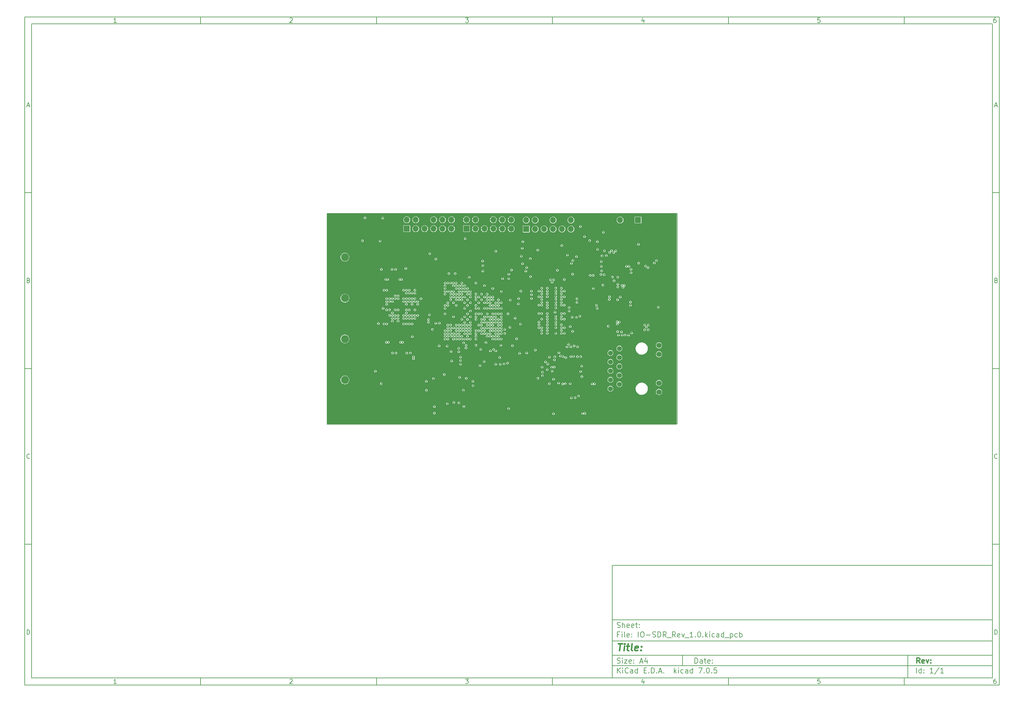
<source format=gbr>
%TF.GenerationSoftware,KiCad,Pcbnew,7.0.5*%
%TF.CreationDate,2023-12-16T19:19:43-05:00*%
%TF.ProjectId,IO-SDR_Rev_1.0,494f2d53-4452-45f5-9265-765f312e302e,rev?*%
%TF.SameCoordinates,Original*%
%TF.FileFunction,Copper,L2,Inr*%
%TF.FilePolarity,Positive*%
%FSLAX46Y46*%
G04 Gerber Fmt 4.6, Leading zero omitted, Abs format (unit mm)*
G04 Created by KiCad (PCBNEW 7.0.5) date 2023-12-16 19:19:43*
%MOMM*%
%LPD*%
G01*
G04 APERTURE LIST*
%ADD10C,0.100000*%
%ADD11C,0.150000*%
%ADD12C,0.300000*%
%ADD13C,0.400000*%
%TA.AperFunction,ComponentPad*%
%ADD14R,1.700000X1.700000*%
%TD*%
%TA.AperFunction,ComponentPad*%
%ADD15O,1.700000X1.700000*%
%TD*%
%TA.AperFunction,ComponentPad*%
%ADD16C,2.250000*%
%TD*%
%TA.AperFunction,ComponentPad*%
%ADD17C,2.550000*%
%TD*%
%TA.AperFunction,ComponentPad*%
%ADD18C,5.000000*%
%TD*%
%TA.AperFunction,ComponentPad*%
%ADD19C,1.397000*%
%TD*%
%TA.AperFunction,ComponentPad*%
%ADD20C,1.524000*%
%TD*%
%TA.AperFunction,ComponentPad*%
%ADD21C,2.133600*%
%TD*%
%TA.AperFunction,ComponentPad*%
%ADD22O,1.800000X0.900000*%
%TD*%
%TA.AperFunction,ViaPad*%
%ADD23C,0.457200*%
%TD*%
%TA.AperFunction,Profile*%
%ADD24C,0.200000*%
%TD*%
G04 APERTURE END LIST*
D10*
D11*
X177002200Y-166007200D02*
X285002200Y-166007200D01*
X285002200Y-198007200D01*
X177002200Y-198007200D01*
X177002200Y-166007200D01*
D10*
D11*
X10000000Y-10000000D02*
X287002200Y-10000000D01*
X287002200Y-200007200D01*
X10000000Y-200007200D01*
X10000000Y-10000000D01*
D10*
D11*
X12000000Y-12000000D02*
X285002200Y-12000000D01*
X285002200Y-198007200D01*
X12000000Y-198007200D01*
X12000000Y-12000000D01*
D10*
D11*
X60000000Y-12000000D02*
X60000000Y-10000000D01*
D10*
D11*
X110000000Y-12000000D02*
X110000000Y-10000000D01*
D10*
D11*
X160000000Y-12000000D02*
X160000000Y-10000000D01*
D10*
D11*
X210000000Y-12000000D02*
X210000000Y-10000000D01*
D10*
D11*
X260000000Y-12000000D02*
X260000000Y-10000000D01*
D10*
D11*
X36089160Y-11593604D02*
X35346303Y-11593604D01*
X35717731Y-11593604D02*
X35717731Y-10293604D01*
X35717731Y-10293604D02*
X35593922Y-10479319D01*
X35593922Y-10479319D02*
X35470112Y-10603128D01*
X35470112Y-10603128D02*
X35346303Y-10665033D01*
D10*
D11*
X85346303Y-10417414D02*
X85408207Y-10355509D01*
X85408207Y-10355509D02*
X85532017Y-10293604D01*
X85532017Y-10293604D02*
X85841541Y-10293604D01*
X85841541Y-10293604D02*
X85965350Y-10355509D01*
X85965350Y-10355509D02*
X86027255Y-10417414D01*
X86027255Y-10417414D02*
X86089160Y-10541223D01*
X86089160Y-10541223D02*
X86089160Y-10665033D01*
X86089160Y-10665033D02*
X86027255Y-10850747D01*
X86027255Y-10850747D02*
X85284398Y-11593604D01*
X85284398Y-11593604D02*
X86089160Y-11593604D01*
D10*
D11*
X135284398Y-10293604D02*
X136089160Y-10293604D01*
X136089160Y-10293604D02*
X135655826Y-10788842D01*
X135655826Y-10788842D02*
X135841541Y-10788842D01*
X135841541Y-10788842D02*
X135965350Y-10850747D01*
X135965350Y-10850747D02*
X136027255Y-10912652D01*
X136027255Y-10912652D02*
X136089160Y-11036461D01*
X136089160Y-11036461D02*
X136089160Y-11345985D01*
X136089160Y-11345985D02*
X136027255Y-11469795D01*
X136027255Y-11469795D02*
X135965350Y-11531700D01*
X135965350Y-11531700D02*
X135841541Y-11593604D01*
X135841541Y-11593604D02*
X135470112Y-11593604D01*
X135470112Y-11593604D02*
X135346303Y-11531700D01*
X135346303Y-11531700D02*
X135284398Y-11469795D01*
D10*
D11*
X185965350Y-10726938D02*
X185965350Y-11593604D01*
X185655826Y-10231700D02*
X185346303Y-11160271D01*
X185346303Y-11160271D02*
X186151064Y-11160271D01*
D10*
D11*
X236027255Y-10293604D02*
X235408207Y-10293604D01*
X235408207Y-10293604D02*
X235346303Y-10912652D01*
X235346303Y-10912652D02*
X235408207Y-10850747D01*
X235408207Y-10850747D02*
X235532017Y-10788842D01*
X235532017Y-10788842D02*
X235841541Y-10788842D01*
X235841541Y-10788842D02*
X235965350Y-10850747D01*
X235965350Y-10850747D02*
X236027255Y-10912652D01*
X236027255Y-10912652D02*
X236089160Y-11036461D01*
X236089160Y-11036461D02*
X236089160Y-11345985D01*
X236089160Y-11345985D02*
X236027255Y-11469795D01*
X236027255Y-11469795D02*
X235965350Y-11531700D01*
X235965350Y-11531700D02*
X235841541Y-11593604D01*
X235841541Y-11593604D02*
X235532017Y-11593604D01*
X235532017Y-11593604D02*
X235408207Y-11531700D01*
X235408207Y-11531700D02*
X235346303Y-11469795D01*
D10*
D11*
X285965350Y-10293604D02*
X285717731Y-10293604D01*
X285717731Y-10293604D02*
X285593922Y-10355509D01*
X285593922Y-10355509D02*
X285532017Y-10417414D01*
X285532017Y-10417414D02*
X285408207Y-10603128D01*
X285408207Y-10603128D02*
X285346303Y-10850747D01*
X285346303Y-10850747D02*
X285346303Y-11345985D01*
X285346303Y-11345985D02*
X285408207Y-11469795D01*
X285408207Y-11469795D02*
X285470112Y-11531700D01*
X285470112Y-11531700D02*
X285593922Y-11593604D01*
X285593922Y-11593604D02*
X285841541Y-11593604D01*
X285841541Y-11593604D02*
X285965350Y-11531700D01*
X285965350Y-11531700D02*
X286027255Y-11469795D01*
X286027255Y-11469795D02*
X286089160Y-11345985D01*
X286089160Y-11345985D02*
X286089160Y-11036461D01*
X286089160Y-11036461D02*
X286027255Y-10912652D01*
X286027255Y-10912652D02*
X285965350Y-10850747D01*
X285965350Y-10850747D02*
X285841541Y-10788842D01*
X285841541Y-10788842D02*
X285593922Y-10788842D01*
X285593922Y-10788842D02*
X285470112Y-10850747D01*
X285470112Y-10850747D02*
X285408207Y-10912652D01*
X285408207Y-10912652D02*
X285346303Y-11036461D01*
D10*
D11*
X60000000Y-198007200D02*
X60000000Y-200007200D01*
D10*
D11*
X110000000Y-198007200D02*
X110000000Y-200007200D01*
D10*
D11*
X160000000Y-198007200D02*
X160000000Y-200007200D01*
D10*
D11*
X210000000Y-198007200D02*
X210000000Y-200007200D01*
D10*
D11*
X260000000Y-198007200D02*
X260000000Y-200007200D01*
D10*
D11*
X36089160Y-199600804D02*
X35346303Y-199600804D01*
X35717731Y-199600804D02*
X35717731Y-198300804D01*
X35717731Y-198300804D02*
X35593922Y-198486519D01*
X35593922Y-198486519D02*
X35470112Y-198610328D01*
X35470112Y-198610328D02*
X35346303Y-198672233D01*
D10*
D11*
X85346303Y-198424614D02*
X85408207Y-198362709D01*
X85408207Y-198362709D02*
X85532017Y-198300804D01*
X85532017Y-198300804D02*
X85841541Y-198300804D01*
X85841541Y-198300804D02*
X85965350Y-198362709D01*
X85965350Y-198362709D02*
X86027255Y-198424614D01*
X86027255Y-198424614D02*
X86089160Y-198548423D01*
X86089160Y-198548423D02*
X86089160Y-198672233D01*
X86089160Y-198672233D02*
X86027255Y-198857947D01*
X86027255Y-198857947D02*
X85284398Y-199600804D01*
X85284398Y-199600804D02*
X86089160Y-199600804D01*
D10*
D11*
X135284398Y-198300804D02*
X136089160Y-198300804D01*
X136089160Y-198300804D02*
X135655826Y-198796042D01*
X135655826Y-198796042D02*
X135841541Y-198796042D01*
X135841541Y-198796042D02*
X135965350Y-198857947D01*
X135965350Y-198857947D02*
X136027255Y-198919852D01*
X136027255Y-198919852D02*
X136089160Y-199043661D01*
X136089160Y-199043661D02*
X136089160Y-199353185D01*
X136089160Y-199353185D02*
X136027255Y-199476995D01*
X136027255Y-199476995D02*
X135965350Y-199538900D01*
X135965350Y-199538900D02*
X135841541Y-199600804D01*
X135841541Y-199600804D02*
X135470112Y-199600804D01*
X135470112Y-199600804D02*
X135346303Y-199538900D01*
X135346303Y-199538900D02*
X135284398Y-199476995D01*
D10*
D11*
X185965350Y-198734138D02*
X185965350Y-199600804D01*
X185655826Y-198238900D02*
X185346303Y-199167471D01*
X185346303Y-199167471D02*
X186151064Y-199167471D01*
D10*
D11*
X236027255Y-198300804D02*
X235408207Y-198300804D01*
X235408207Y-198300804D02*
X235346303Y-198919852D01*
X235346303Y-198919852D02*
X235408207Y-198857947D01*
X235408207Y-198857947D02*
X235532017Y-198796042D01*
X235532017Y-198796042D02*
X235841541Y-198796042D01*
X235841541Y-198796042D02*
X235965350Y-198857947D01*
X235965350Y-198857947D02*
X236027255Y-198919852D01*
X236027255Y-198919852D02*
X236089160Y-199043661D01*
X236089160Y-199043661D02*
X236089160Y-199353185D01*
X236089160Y-199353185D02*
X236027255Y-199476995D01*
X236027255Y-199476995D02*
X235965350Y-199538900D01*
X235965350Y-199538900D02*
X235841541Y-199600804D01*
X235841541Y-199600804D02*
X235532017Y-199600804D01*
X235532017Y-199600804D02*
X235408207Y-199538900D01*
X235408207Y-199538900D02*
X235346303Y-199476995D01*
D10*
D11*
X285965350Y-198300804D02*
X285717731Y-198300804D01*
X285717731Y-198300804D02*
X285593922Y-198362709D01*
X285593922Y-198362709D02*
X285532017Y-198424614D01*
X285532017Y-198424614D02*
X285408207Y-198610328D01*
X285408207Y-198610328D02*
X285346303Y-198857947D01*
X285346303Y-198857947D02*
X285346303Y-199353185D01*
X285346303Y-199353185D02*
X285408207Y-199476995D01*
X285408207Y-199476995D02*
X285470112Y-199538900D01*
X285470112Y-199538900D02*
X285593922Y-199600804D01*
X285593922Y-199600804D02*
X285841541Y-199600804D01*
X285841541Y-199600804D02*
X285965350Y-199538900D01*
X285965350Y-199538900D02*
X286027255Y-199476995D01*
X286027255Y-199476995D02*
X286089160Y-199353185D01*
X286089160Y-199353185D02*
X286089160Y-199043661D01*
X286089160Y-199043661D02*
X286027255Y-198919852D01*
X286027255Y-198919852D02*
X285965350Y-198857947D01*
X285965350Y-198857947D02*
X285841541Y-198796042D01*
X285841541Y-198796042D02*
X285593922Y-198796042D01*
X285593922Y-198796042D02*
X285470112Y-198857947D01*
X285470112Y-198857947D02*
X285408207Y-198919852D01*
X285408207Y-198919852D02*
X285346303Y-199043661D01*
D10*
D11*
X10000000Y-60000000D02*
X12000000Y-60000000D01*
D10*
D11*
X10000000Y-110000000D02*
X12000000Y-110000000D01*
D10*
D11*
X10000000Y-160000000D02*
X12000000Y-160000000D01*
D10*
D11*
X10690476Y-35222176D02*
X11309523Y-35222176D01*
X10566666Y-35593604D02*
X10999999Y-34293604D01*
X10999999Y-34293604D02*
X11433333Y-35593604D01*
D10*
D11*
X11092857Y-84912652D02*
X11278571Y-84974557D01*
X11278571Y-84974557D02*
X11340476Y-85036461D01*
X11340476Y-85036461D02*
X11402380Y-85160271D01*
X11402380Y-85160271D02*
X11402380Y-85345985D01*
X11402380Y-85345985D02*
X11340476Y-85469795D01*
X11340476Y-85469795D02*
X11278571Y-85531700D01*
X11278571Y-85531700D02*
X11154761Y-85593604D01*
X11154761Y-85593604D02*
X10659523Y-85593604D01*
X10659523Y-85593604D02*
X10659523Y-84293604D01*
X10659523Y-84293604D02*
X11092857Y-84293604D01*
X11092857Y-84293604D02*
X11216666Y-84355509D01*
X11216666Y-84355509D02*
X11278571Y-84417414D01*
X11278571Y-84417414D02*
X11340476Y-84541223D01*
X11340476Y-84541223D02*
X11340476Y-84665033D01*
X11340476Y-84665033D02*
X11278571Y-84788842D01*
X11278571Y-84788842D02*
X11216666Y-84850747D01*
X11216666Y-84850747D02*
X11092857Y-84912652D01*
X11092857Y-84912652D02*
X10659523Y-84912652D01*
D10*
D11*
X11402380Y-135469795D02*
X11340476Y-135531700D01*
X11340476Y-135531700D02*
X11154761Y-135593604D01*
X11154761Y-135593604D02*
X11030952Y-135593604D01*
X11030952Y-135593604D02*
X10845238Y-135531700D01*
X10845238Y-135531700D02*
X10721428Y-135407890D01*
X10721428Y-135407890D02*
X10659523Y-135284080D01*
X10659523Y-135284080D02*
X10597619Y-135036461D01*
X10597619Y-135036461D02*
X10597619Y-134850747D01*
X10597619Y-134850747D02*
X10659523Y-134603128D01*
X10659523Y-134603128D02*
X10721428Y-134479319D01*
X10721428Y-134479319D02*
X10845238Y-134355509D01*
X10845238Y-134355509D02*
X11030952Y-134293604D01*
X11030952Y-134293604D02*
X11154761Y-134293604D01*
X11154761Y-134293604D02*
X11340476Y-134355509D01*
X11340476Y-134355509D02*
X11402380Y-134417414D01*
D10*
D11*
X10659523Y-185593604D02*
X10659523Y-184293604D01*
X10659523Y-184293604D02*
X10969047Y-184293604D01*
X10969047Y-184293604D02*
X11154761Y-184355509D01*
X11154761Y-184355509D02*
X11278571Y-184479319D01*
X11278571Y-184479319D02*
X11340476Y-184603128D01*
X11340476Y-184603128D02*
X11402380Y-184850747D01*
X11402380Y-184850747D02*
X11402380Y-185036461D01*
X11402380Y-185036461D02*
X11340476Y-185284080D01*
X11340476Y-185284080D02*
X11278571Y-185407890D01*
X11278571Y-185407890D02*
X11154761Y-185531700D01*
X11154761Y-185531700D02*
X10969047Y-185593604D01*
X10969047Y-185593604D02*
X10659523Y-185593604D01*
D10*
D11*
X287002200Y-60000000D02*
X285002200Y-60000000D01*
D10*
D11*
X287002200Y-110000000D02*
X285002200Y-110000000D01*
D10*
D11*
X287002200Y-160000000D02*
X285002200Y-160000000D01*
D10*
D11*
X285692676Y-35222176D02*
X286311723Y-35222176D01*
X285568866Y-35593604D02*
X286002199Y-34293604D01*
X286002199Y-34293604D02*
X286435533Y-35593604D01*
D10*
D11*
X286095057Y-84912652D02*
X286280771Y-84974557D01*
X286280771Y-84974557D02*
X286342676Y-85036461D01*
X286342676Y-85036461D02*
X286404580Y-85160271D01*
X286404580Y-85160271D02*
X286404580Y-85345985D01*
X286404580Y-85345985D02*
X286342676Y-85469795D01*
X286342676Y-85469795D02*
X286280771Y-85531700D01*
X286280771Y-85531700D02*
X286156961Y-85593604D01*
X286156961Y-85593604D02*
X285661723Y-85593604D01*
X285661723Y-85593604D02*
X285661723Y-84293604D01*
X285661723Y-84293604D02*
X286095057Y-84293604D01*
X286095057Y-84293604D02*
X286218866Y-84355509D01*
X286218866Y-84355509D02*
X286280771Y-84417414D01*
X286280771Y-84417414D02*
X286342676Y-84541223D01*
X286342676Y-84541223D02*
X286342676Y-84665033D01*
X286342676Y-84665033D02*
X286280771Y-84788842D01*
X286280771Y-84788842D02*
X286218866Y-84850747D01*
X286218866Y-84850747D02*
X286095057Y-84912652D01*
X286095057Y-84912652D02*
X285661723Y-84912652D01*
D10*
D11*
X286404580Y-135469795D02*
X286342676Y-135531700D01*
X286342676Y-135531700D02*
X286156961Y-135593604D01*
X286156961Y-135593604D02*
X286033152Y-135593604D01*
X286033152Y-135593604D02*
X285847438Y-135531700D01*
X285847438Y-135531700D02*
X285723628Y-135407890D01*
X285723628Y-135407890D02*
X285661723Y-135284080D01*
X285661723Y-135284080D02*
X285599819Y-135036461D01*
X285599819Y-135036461D02*
X285599819Y-134850747D01*
X285599819Y-134850747D02*
X285661723Y-134603128D01*
X285661723Y-134603128D02*
X285723628Y-134479319D01*
X285723628Y-134479319D02*
X285847438Y-134355509D01*
X285847438Y-134355509D02*
X286033152Y-134293604D01*
X286033152Y-134293604D02*
X286156961Y-134293604D01*
X286156961Y-134293604D02*
X286342676Y-134355509D01*
X286342676Y-134355509D02*
X286404580Y-134417414D01*
D10*
D11*
X285661723Y-185593604D02*
X285661723Y-184293604D01*
X285661723Y-184293604D02*
X285971247Y-184293604D01*
X285971247Y-184293604D02*
X286156961Y-184355509D01*
X286156961Y-184355509D02*
X286280771Y-184479319D01*
X286280771Y-184479319D02*
X286342676Y-184603128D01*
X286342676Y-184603128D02*
X286404580Y-184850747D01*
X286404580Y-184850747D02*
X286404580Y-185036461D01*
X286404580Y-185036461D02*
X286342676Y-185284080D01*
X286342676Y-185284080D02*
X286280771Y-185407890D01*
X286280771Y-185407890D02*
X286156961Y-185531700D01*
X286156961Y-185531700D02*
X285971247Y-185593604D01*
X285971247Y-185593604D02*
X285661723Y-185593604D01*
D10*
D11*
X200458026Y-193793328D02*
X200458026Y-192293328D01*
X200458026Y-192293328D02*
X200815169Y-192293328D01*
X200815169Y-192293328D02*
X201029455Y-192364757D01*
X201029455Y-192364757D02*
X201172312Y-192507614D01*
X201172312Y-192507614D02*
X201243741Y-192650471D01*
X201243741Y-192650471D02*
X201315169Y-192936185D01*
X201315169Y-192936185D02*
X201315169Y-193150471D01*
X201315169Y-193150471D02*
X201243741Y-193436185D01*
X201243741Y-193436185D02*
X201172312Y-193579042D01*
X201172312Y-193579042D02*
X201029455Y-193721900D01*
X201029455Y-193721900D02*
X200815169Y-193793328D01*
X200815169Y-193793328D02*
X200458026Y-193793328D01*
X202600884Y-193793328D02*
X202600884Y-193007614D01*
X202600884Y-193007614D02*
X202529455Y-192864757D01*
X202529455Y-192864757D02*
X202386598Y-192793328D01*
X202386598Y-192793328D02*
X202100884Y-192793328D01*
X202100884Y-192793328D02*
X201958026Y-192864757D01*
X202600884Y-193721900D02*
X202458026Y-193793328D01*
X202458026Y-193793328D02*
X202100884Y-193793328D01*
X202100884Y-193793328D02*
X201958026Y-193721900D01*
X201958026Y-193721900D02*
X201886598Y-193579042D01*
X201886598Y-193579042D02*
X201886598Y-193436185D01*
X201886598Y-193436185D02*
X201958026Y-193293328D01*
X201958026Y-193293328D02*
X202100884Y-193221900D01*
X202100884Y-193221900D02*
X202458026Y-193221900D01*
X202458026Y-193221900D02*
X202600884Y-193150471D01*
X203100884Y-192793328D02*
X203672312Y-192793328D01*
X203315169Y-192293328D02*
X203315169Y-193579042D01*
X203315169Y-193579042D02*
X203386598Y-193721900D01*
X203386598Y-193721900D02*
X203529455Y-193793328D01*
X203529455Y-193793328D02*
X203672312Y-193793328D01*
X204743741Y-193721900D02*
X204600884Y-193793328D01*
X204600884Y-193793328D02*
X204315170Y-193793328D01*
X204315170Y-193793328D02*
X204172312Y-193721900D01*
X204172312Y-193721900D02*
X204100884Y-193579042D01*
X204100884Y-193579042D02*
X204100884Y-193007614D01*
X204100884Y-193007614D02*
X204172312Y-192864757D01*
X204172312Y-192864757D02*
X204315170Y-192793328D01*
X204315170Y-192793328D02*
X204600884Y-192793328D01*
X204600884Y-192793328D02*
X204743741Y-192864757D01*
X204743741Y-192864757D02*
X204815170Y-193007614D01*
X204815170Y-193007614D02*
X204815170Y-193150471D01*
X204815170Y-193150471D02*
X204100884Y-193293328D01*
X205458026Y-193650471D02*
X205529455Y-193721900D01*
X205529455Y-193721900D02*
X205458026Y-193793328D01*
X205458026Y-193793328D02*
X205386598Y-193721900D01*
X205386598Y-193721900D02*
X205458026Y-193650471D01*
X205458026Y-193650471D02*
X205458026Y-193793328D01*
X205458026Y-192864757D02*
X205529455Y-192936185D01*
X205529455Y-192936185D02*
X205458026Y-193007614D01*
X205458026Y-193007614D02*
X205386598Y-192936185D01*
X205386598Y-192936185D02*
X205458026Y-192864757D01*
X205458026Y-192864757D02*
X205458026Y-193007614D01*
D10*
D11*
X177002200Y-194507200D02*
X285002200Y-194507200D01*
D10*
D11*
X178458026Y-196593328D02*
X178458026Y-195093328D01*
X179315169Y-196593328D02*
X178672312Y-195736185D01*
X179315169Y-195093328D02*
X178458026Y-195950471D01*
X179958026Y-196593328D02*
X179958026Y-195593328D01*
X179958026Y-195093328D02*
X179886598Y-195164757D01*
X179886598Y-195164757D02*
X179958026Y-195236185D01*
X179958026Y-195236185D02*
X180029455Y-195164757D01*
X180029455Y-195164757D02*
X179958026Y-195093328D01*
X179958026Y-195093328D02*
X179958026Y-195236185D01*
X181529455Y-196450471D02*
X181458027Y-196521900D01*
X181458027Y-196521900D02*
X181243741Y-196593328D01*
X181243741Y-196593328D02*
X181100884Y-196593328D01*
X181100884Y-196593328D02*
X180886598Y-196521900D01*
X180886598Y-196521900D02*
X180743741Y-196379042D01*
X180743741Y-196379042D02*
X180672312Y-196236185D01*
X180672312Y-196236185D02*
X180600884Y-195950471D01*
X180600884Y-195950471D02*
X180600884Y-195736185D01*
X180600884Y-195736185D02*
X180672312Y-195450471D01*
X180672312Y-195450471D02*
X180743741Y-195307614D01*
X180743741Y-195307614D02*
X180886598Y-195164757D01*
X180886598Y-195164757D02*
X181100884Y-195093328D01*
X181100884Y-195093328D02*
X181243741Y-195093328D01*
X181243741Y-195093328D02*
X181458027Y-195164757D01*
X181458027Y-195164757D02*
X181529455Y-195236185D01*
X182815170Y-196593328D02*
X182815170Y-195807614D01*
X182815170Y-195807614D02*
X182743741Y-195664757D01*
X182743741Y-195664757D02*
X182600884Y-195593328D01*
X182600884Y-195593328D02*
X182315170Y-195593328D01*
X182315170Y-195593328D02*
X182172312Y-195664757D01*
X182815170Y-196521900D02*
X182672312Y-196593328D01*
X182672312Y-196593328D02*
X182315170Y-196593328D01*
X182315170Y-196593328D02*
X182172312Y-196521900D01*
X182172312Y-196521900D02*
X182100884Y-196379042D01*
X182100884Y-196379042D02*
X182100884Y-196236185D01*
X182100884Y-196236185D02*
X182172312Y-196093328D01*
X182172312Y-196093328D02*
X182315170Y-196021900D01*
X182315170Y-196021900D02*
X182672312Y-196021900D01*
X182672312Y-196021900D02*
X182815170Y-195950471D01*
X184172313Y-196593328D02*
X184172313Y-195093328D01*
X184172313Y-196521900D02*
X184029455Y-196593328D01*
X184029455Y-196593328D02*
X183743741Y-196593328D01*
X183743741Y-196593328D02*
X183600884Y-196521900D01*
X183600884Y-196521900D02*
X183529455Y-196450471D01*
X183529455Y-196450471D02*
X183458027Y-196307614D01*
X183458027Y-196307614D02*
X183458027Y-195879042D01*
X183458027Y-195879042D02*
X183529455Y-195736185D01*
X183529455Y-195736185D02*
X183600884Y-195664757D01*
X183600884Y-195664757D02*
X183743741Y-195593328D01*
X183743741Y-195593328D02*
X184029455Y-195593328D01*
X184029455Y-195593328D02*
X184172313Y-195664757D01*
X186029455Y-195807614D02*
X186529455Y-195807614D01*
X186743741Y-196593328D02*
X186029455Y-196593328D01*
X186029455Y-196593328D02*
X186029455Y-195093328D01*
X186029455Y-195093328D02*
X186743741Y-195093328D01*
X187386598Y-196450471D02*
X187458027Y-196521900D01*
X187458027Y-196521900D02*
X187386598Y-196593328D01*
X187386598Y-196593328D02*
X187315170Y-196521900D01*
X187315170Y-196521900D02*
X187386598Y-196450471D01*
X187386598Y-196450471D02*
X187386598Y-196593328D01*
X188100884Y-196593328D02*
X188100884Y-195093328D01*
X188100884Y-195093328D02*
X188458027Y-195093328D01*
X188458027Y-195093328D02*
X188672313Y-195164757D01*
X188672313Y-195164757D02*
X188815170Y-195307614D01*
X188815170Y-195307614D02*
X188886599Y-195450471D01*
X188886599Y-195450471D02*
X188958027Y-195736185D01*
X188958027Y-195736185D02*
X188958027Y-195950471D01*
X188958027Y-195950471D02*
X188886599Y-196236185D01*
X188886599Y-196236185D02*
X188815170Y-196379042D01*
X188815170Y-196379042D02*
X188672313Y-196521900D01*
X188672313Y-196521900D02*
X188458027Y-196593328D01*
X188458027Y-196593328D02*
X188100884Y-196593328D01*
X189600884Y-196450471D02*
X189672313Y-196521900D01*
X189672313Y-196521900D02*
X189600884Y-196593328D01*
X189600884Y-196593328D02*
X189529456Y-196521900D01*
X189529456Y-196521900D02*
X189600884Y-196450471D01*
X189600884Y-196450471D02*
X189600884Y-196593328D01*
X190243742Y-196164757D02*
X190958028Y-196164757D01*
X190100885Y-196593328D02*
X190600885Y-195093328D01*
X190600885Y-195093328D02*
X191100885Y-196593328D01*
X191600884Y-196450471D02*
X191672313Y-196521900D01*
X191672313Y-196521900D02*
X191600884Y-196593328D01*
X191600884Y-196593328D02*
X191529456Y-196521900D01*
X191529456Y-196521900D02*
X191600884Y-196450471D01*
X191600884Y-196450471D02*
X191600884Y-196593328D01*
X194600884Y-196593328D02*
X194600884Y-195093328D01*
X194743742Y-196021900D02*
X195172313Y-196593328D01*
X195172313Y-195593328D02*
X194600884Y-196164757D01*
X195815170Y-196593328D02*
X195815170Y-195593328D01*
X195815170Y-195093328D02*
X195743742Y-195164757D01*
X195743742Y-195164757D02*
X195815170Y-195236185D01*
X195815170Y-195236185D02*
X195886599Y-195164757D01*
X195886599Y-195164757D02*
X195815170Y-195093328D01*
X195815170Y-195093328D02*
X195815170Y-195236185D01*
X197172314Y-196521900D02*
X197029456Y-196593328D01*
X197029456Y-196593328D02*
X196743742Y-196593328D01*
X196743742Y-196593328D02*
X196600885Y-196521900D01*
X196600885Y-196521900D02*
X196529456Y-196450471D01*
X196529456Y-196450471D02*
X196458028Y-196307614D01*
X196458028Y-196307614D02*
X196458028Y-195879042D01*
X196458028Y-195879042D02*
X196529456Y-195736185D01*
X196529456Y-195736185D02*
X196600885Y-195664757D01*
X196600885Y-195664757D02*
X196743742Y-195593328D01*
X196743742Y-195593328D02*
X197029456Y-195593328D01*
X197029456Y-195593328D02*
X197172314Y-195664757D01*
X198458028Y-196593328D02*
X198458028Y-195807614D01*
X198458028Y-195807614D02*
X198386599Y-195664757D01*
X198386599Y-195664757D02*
X198243742Y-195593328D01*
X198243742Y-195593328D02*
X197958028Y-195593328D01*
X197958028Y-195593328D02*
X197815170Y-195664757D01*
X198458028Y-196521900D02*
X198315170Y-196593328D01*
X198315170Y-196593328D02*
X197958028Y-196593328D01*
X197958028Y-196593328D02*
X197815170Y-196521900D01*
X197815170Y-196521900D02*
X197743742Y-196379042D01*
X197743742Y-196379042D02*
X197743742Y-196236185D01*
X197743742Y-196236185D02*
X197815170Y-196093328D01*
X197815170Y-196093328D02*
X197958028Y-196021900D01*
X197958028Y-196021900D02*
X198315170Y-196021900D01*
X198315170Y-196021900D02*
X198458028Y-195950471D01*
X199815171Y-196593328D02*
X199815171Y-195093328D01*
X199815171Y-196521900D02*
X199672313Y-196593328D01*
X199672313Y-196593328D02*
X199386599Y-196593328D01*
X199386599Y-196593328D02*
X199243742Y-196521900D01*
X199243742Y-196521900D02*
X199172313Y-196450471D01*
X199172313Y-196450471D02*
X199100885Y-196307614D01*
X199100885Y-196307614D02*
X199100885Y-195879042D01*
X199100885Y-195879042D02*
X199172313Y-195736185D01*
X199172313Y-195736185D02*
X199243742Y-195664757D01*
X199243742Y-195664757D02*
X199386599Y-195593328D01*
X199386599Y-195593328D02*
X199672313Y-195593328D01*
X199672313Y-195593328D02*
X199815171Y-195664757D01*
X201529456Y-195093328D02*
X202529456Y-195093328D01*
X202529456Y-195093328D02*
X201886599Y-196593328D01*
X203100884Y-196450471D02*
X203172313Y-196521900D01*
X203172313Y-196521900D02*
X203100884Y-196593328D01*
X203100884Y-196593328D02*
X203029456Y-196521900D01*
X203029456Y-196521900D02*
X203100884Y-196450471D01*
X203100884Y-196450471D02*
X203100884Y-196593328D01*
X204100885Y-195093328D02*
X204243742Y-195093328D01*
X204243742Y-195093328D02*
X204386599Y-195164757D01*
X204386599Y-195164757D02*
X204458028Y-195236185D01*
X204458028Y-195236185D02*
X204529456Y-195379042D01*
X204529456Y-195379042D02*
X204600885Y-195664757D01*
X204600885Y-195664757D02*
X204600885Y-196021900D01*
X204600885Y-196021900D02*
X204529456Y-196307614D01*
X204529456Y-196307614D02*
X204458028Y-196450471D01*
X204458028Y-196450471D02*
X204386599Y-196521900D01*
X204386599Y-196521900D02*
X204243742Y-196593328D01*
X204243742Y-196593328D02*
X204100885Y-196593328D01*
X204100885Y-196593328D02*
X203958028Y-196521900D01*
X203958028Y-196521900D02*
X203886599Y-196450471D01*
X203886599Y-196450471D02*
X203815170Y-196307614D01*
X203815170Y-196307614D02*
X203743742Y-196021900D01*
X203743742Y-196021900D02*
X203743742Y-195664757D01*
X203743742Y-195664757D02*
X203815170Y-195379042D01*
X203815170Y-195379042D02*
X203886599Y-195236185D01*
X203886599Y-195236185D02*
X203958028Y-195164757D01*
X203958028Y-195164757D02*
X204100885Y-195093328D01*
X205243741Y-196450471D02*
X205315170Y-196521900D01*
X205315170Y-196521900D02*
X205243741Y-196593328D01*
X205243741Y-196593328D02*
X205172313Y-196521900D01*
X205172313Y-196521900D02*
X205243741Y-196450471D01*
X205243741Y-196450471D02*
X205243741Y-196593328D01*
X206672313Y-195093328D02*
X205958027Y-195093328D01*
X205958027Y-195093328D02*
X205886599Y-195807614D01*
X205886599Y-195807614D02*
X205958027Y-195736185D01*
X205958027Y-195736185D02*
X206100885Y-195664757D01*
X206100885Y-195664757D02*
X206458027Y-195664757D01*
X206458027Y-195664757D02*
X206600885Y-195736185D01*
X206600885Y-195736185D02*
X206672313Y-195807614D01*
X206672313Y-195807614D02*
X206743742Y-195950471D01*
X206743742Y-195950471D02*
X206743742Y-196307614D01*
X206743742Y-196307614D02*
X206672313Y-196450471D01*
X206672313Y-196450471D02*
X206600885Y-196521900D01*
X206600885Y-196521900D02*
X206458027Y-196593328D01*
X206458027Y-196593328D02*
X206100885Y-196593328D01*
X206100885Y-196593328D02*
X205958027Y-196521900D01*
X205958027Y-196521900D02*
X205886599Y-196450471D01*
D10*
D11*
X177002200Y-191507200D02*
X285002200Y-191507200D01*
D10*
D12*
X264413853Y-193785528D02*
X263913853Y-193071242D01*
X263556710Y-193785528D02*
X263556710Y-192285528D01*
X263556710Y-192285528D02*
X264128139Y-192285528D01*
X264128139Y-192285528D02*
X264270996Y-192356957D01*
X264270996Y-192356957D02*
X264342425Y-192428385D01*
X264342425Y-192428385D02*
X264413853Y-192571242D01*
X264413853Y-192571242D02*
X264413853Y-192785528D01*
X264413853Y-192785528D02*
X264342425Y-192928385D01*
X264342425Y-192928385D02*
X264270996Y-192999814D01*
X264270996Y-192999814D02*
X264128139Y-193071242D01*
X264128139Y-193071242D02*
X263556710Y-193071242D01*
X265628139Y-193714100D02*
X265485282Y-193785528D01*
X265485282Y-193785528D02*
X265199568Y-193785528D01*
X265199568Y-193785528D02*
X265056710Y-193714100D01*
X265056710Y-193714100D02*
X264985282Y-193571242D01*
X264985282Y-193571242D02*
X264985282Y-192999814D01*
X264985282Y-192999814D02*
X265056710Y-192856957D01*
X265056710Y-192856957D02*
X265199568Y-192785528D01*
X265199568Y-192785528D02*
X265485282Y-192785528D01*
X265485282Y-192785528D02*
X265628139Y-192856957D01*
X265628139Y-192856957D02*
X265699568Y-192999814D01*
X265699568Y-192999814D02*
X265699568Y-193142671D01*
X265699568Y-193142671D02*
X264985282Y-193285528D01*
X266199567Y-192785528D02*
X266556710Y-193785528D01*
X266556710Y-193785528D02*
X266913853Y-192785528D01*
X267485281Y-193642671D02*
X267556710Y-193714100D01*
X267556710Y-193714100D02*
X267485281Y-193785528D01*
X267485281Y-193785528D02*
X267413853Y-193714100D01*
X267413853Y-193714100D02*
X267485281Y-193642671D01*
X267485281Y-193642671D02*
X267485281Y-193785528D01*
X267485281Y-192856957D02*
X267556710Y-192928385D01*
X267556710Y-192928385D02*
X267485281Y-192999814D01*
X267485281Y-192999814D02*
X267413853Y-192928385D01*
X267413853Y-192928385D02*
X267485281Y-192856957D01*
X267485281Y-192856957D02*
X267485281Y-192999814D01*
D10*
D11*
X178386598Y-193721900D02*
X178600884Y-193793328D01*
X178600884Y-193793328D02*
X178958026Y-193793328D01*
X178958026Y-193793328D02*
X179100884Y-193721900D01*
X179100884Y-193721900D02*
X179172312Y-193650471D01*
X179172312Y-193650471D02*
X179243741Y-193507614D01*
X179243741Y-193507614D02*
X179243741Y-193364757D01*
X179243741Y-193364757D02*
X179172312Y-193221900D01*
X179172312Y-193221900D02*
X179100884Y-193150471D01*
X179100884Y-193150471D02*
X178958026Y-193079042D01*
X178958026Y-193079042D02*
X178672312Y-193007614D01*
X178672312Y-193007614D02*
X178529455Y-192936185D01*
X178529455Y-192936185D02*
X178458026Y-192864757D01*
X178458026Y-192864757D02*
X178386598Y-192721900D01*
X178386598Y-192721900D02*
X178386598Y-192579042D01*
X178386598Y-192579042D02*
X178458026Y-192436185D01*
X178458026Y-192436185D02*
X178529455Y-192364757D01*
X178529455Y-192364757D02*
X178672312Y-192293328D01*
X178672312Y-192293328D02*
X179029455Y-192293328D01*
X179029455Y-192293328D02*
X179243741Y-192364757D01*
X179886597Y-193793328D02*
X179886597Y-192793328D01*
X179886597Y-192293328D02*
X179815169Y-192364757D01*
X179815169Y-192364757D02*
X179886597Y-192436185D01*
X179886597Y-192436185D02*
X179958026Y-192364757D01*
X179958026Y-192364757D02*
X179886597Y-192293328D01*
X179886597Y-192293328D02*
X179886597Y-192436185D01*
X180458026Y-192793328D02*
X181243741Y-192793328D01*
X181243741Y-192793328D02*
X180458026Y-193793328D01*
X180458026Y-193793328D02*
X181243741Y-193793328D01*
X182386598Y-193721900D02*
X182243741Y-193793328D01*
X182243741Y-193793328D02*
X181958027Y-193793328D01*
X181958027Y-193793328D02*
X181815169Y-193721900D01*
X181815169Y-193721900D02*
X181743741Y-193579042D01*
X181743741Y-193579042D02*
X181743741Y-193007614D01*
X181743741Y-193007614D02*
X181815169Y-192864757D01*
X181815169Y-192864757D02*
X181958027Y-192793328D01*
X181958027Y-192793328D02*
X182243741Y-192793328D01*
X182243741Y-192793328D02*
X182386598Y-192864757D01*
X182386598Y-192864757D02*
X182458027Y-193007614D01*
X182458027Y-193007614D02*
X182458027Y-193150471D01*
X182458027Y-193150471D02*
X181743741Y-193293328D01*
X183100883Y-193650471D02*
X183172312Y-193721900D01*
X183172312Y-193721900D02*
X183100883Y-193793328D01*
X183100883Y-193793328D02*
X183029455Y-193721900D01*
X183029455Y-193721900D02*
X183100883Y-193650471D01*
X183100883Y-193650471D02*
X183100883Y-193793328D01*
X183100883Y-192864757D02*
X183172312Y-192936185D01*
X183172312Y-192936185D02*
X183100883Y-193007614D01*
X183100883Y-193007614D02*
X183029455Y-192936185D01*
X183029455Y-192936185D02*
X183100883Y-192864757D01*
X183100883Y-192864757D02*
X183100883Y-193007614D01*
X184886598Y-193364757D02*
X185600884Y-193364757D01*
X184743741Y-193793328D02*
X185243741Y-192293328D01*
X185243741Y-192293328D02*
X185743741Y-193793328D01*
X186886598Y-192793328D02*
X186886598Y-193793328D01*
X186529455Y-192221900D02*
X186172312Y-193293328D01*
X186172312Y-193293328D02*
X187100883Y-193293328D01*
D10*
D11*
X263458026Y-196593328D02*
X263458026Y-195093328D01*
X264815170Y-196593328D02*
X264815170Y-195093328D01*
X264815170Y-196521900D02*
X264672312Y-196593328D01*
X264672312Y-196593328D02*
X264386598Y-196593328D01*
X264386598Y-196593328D02*
X264243741Y-196521900D01*
X264243741Y-196521900D02*
X264172312Y-196450471D01*
X264172312Y-196450471D02*
X264100884Y-196307614D01*
X264100884Y-196307614D02*
X264100884Y-195879042D01*
X264100884Y-195879042D02*
X264172312Y-195736185D01*
X264172312Y-195736185D02*
X264243741Y-195664757D01*
X264243741Y-195664757D02*
X264386598Y-195593328D01*
X264386598Y-195593328D02*
X264672312Y-195593328D01*
X264672312Y-195593328D02*
X264815170Y-195664757D01*
X265529455Y-196450471D02*
X265600884Y-196521900D01*
X265600884Y-196521900D02*
X265529455Y-196593328D01*
X265529455Y-196593328D02*
X265458027Y-196521900D01*
X265458027Y-196521900D02*
X265529455Y-196450471D01*
X265529455Y-196450471D02*
X265529455Y-196593328D01*
X265529455Y-195664757D02*
X265600884Y-195736185D01*
X265600884Y-195736185D02*
X265529455Y-195807614D01*
X265529455Y-195807614D02*
X265458027Y-195736185D01*
X265458027Y-195736185D02*
X265529455Y-195664757D01*
X265529455Y-195664757D02*
X265529455Y-195807614D01*
X268172313Y-196593328D02*
X267315170Y-196593328D01*
X267743741Y-196593328D02*
X267743741Y-195093328D01*
X267743741Y-195093328D02*
X267600884Y-195307614D01*
X267600884Y-195307614D02*
X267458027Y-195450471D01*
X267458027Y-195450471D02*
X267315170Y-195521900D01*
X269886598Y-195021900D02*
X268600884Y-196950471D01*
X271172313Y-196593328D02*
X270315170Y-196593328D01*
X270743741Y-196593328D02*
X270743741Y-195093328D01*
X270743741Y-195093328D02*
X270600884Y-195307614D01*
X270600884Y-195307614D02*
X270458027Y-195450471D01*
X270458027Y-195450471D02*
X270315170Y-195521900D01*
D10*
D11*
X177002200Y-187507200D02*
X285002200Y-187507200D01*
D10*
D13*
X178693928Y-188211638D02*
X179836785Y-188211638D01*
X179015357Y-190211638D02*
X179265357Y-188211638D01*
X180253452Y-190211638D02*
X180420119Y-188878304D01*
X180503452Y-188211638D02*
X180396309Y-188306876D01*
X180396309Y-188306876D02*
X180479643Y-188402114D01*
X180479643Y-188402114D02*
X180586786Y-188306876D01*
X180586786Y-188306876D02*
X180503452Y-188211638D01*
X180503452Y-188211638D02*
X180479643Y-188402114D01*
X181086786Y-188878304D02*
X181848690Y-188878304D01*
X181455833Y-188211638D02*
X181241548Y-189925923D01*
X181241548Y-189925923D02*
X181312976Y-190116400D01*
X181312976Y-190116400D02*
X181491548Y-190211638D01*
X181491548Y-190211638D02*
X181682024Y-190211638D01*
X182634405Y-190211638D02*
X182455833Y-190116400D01*
X182455833Y-190116400D02*
X182384405Y-189925923D01*
X182384405Y-189925923D02*
X182598690Y-188211638D01*
X184170119Y-190116400D02*
X183967738Y-190211638D01*
X183967738Y-190211638D02*
X183586785Y-190211638D01*
X183586785Y-190211638D02*
X183408214Y-190116400D01*
X183408214Y-190116400D02*
X183336785Y-189925923D01*
X183336785Y-189925923D02*
X183432024Y-189164019D01*
X183432024Y-189164019D02*
X183551071Y-188973542D01*
X183551071Y-188973542D02*
X183753452Y-188878304D01*
X183753452Y-188878304D02*
X184134404Y-188878304D01*
X184134404Y-188878304D02*
X184312976Y-188973542D01*
X184312976Y-188973542D02*
X184384404Y-189164019D01*
X184384404Y-189164019D02*
X184360595Y-189354495D01*
X184360595Y-189354495D02*
X183384404Y-189544971D01*
X185134405Y-190021161D02*
X185217738Y-190116400D01*
X185217738Y-190116400D02*
X185110595Y-190211638D01*
X185110595Y-190211638D02*
X185027262Y-190116400D01*
X185027262Y-190116400D02*
X185134405Y-190021161D01*
X185134405Y-190021161D02*
X185110595Y-190211638D01*
X185265357Y-188973542D02*
X185348690Y-189068780D01*
X185348690Y-189068780D02*
X185241548Y-189164019D01*
X185241548Y-189164019D02*
X185158214Y-189068780D01*
X185158214Y-189068780D02*
X185265357Y-188973542D01*
X185265357Y-188973542D02*
X185241548Y-189164019D01*
D10*
D11*
X178958026Y-185607614D02*
X178458026Y-185607614D01*
X178458026Y-186393328D02*
X178458026Y-184893328D01*
X178458026Y-184893328D02*
X179172312Y-184893328D01*
X179743740Y-186393328D02*
X179743740Y-185393328D01*
X179743740Y-184893328D02*
X179672312Y-184964757D01*
X179672312Y-184964757D02*
X179743740Y-185036185D01*
X179743740Y-185036185D02*
X179815169Y-184964757D01*
X179815169Y-184964757D02*
X179743740Y-184893328D01*
X179743740Y-184893328D02*
X179743740Y-185036185D01*
X180672312Y-186393328D02*
X180529455Y-186321900D01*
X180529455Y-186321900D02*
X180458026Y-186179042D01*
X180458026Y-186179042D02*
X180458026Y-184893328D01*
X181815169Y-186321900D02*
X181672312Y-186393328D01*
X181672312Y-186393328D02*
X181386598Y-186393328D01*
X181386598Y-186393328D02*
X181243740Y-186321900D01*
X181243740Y-186321900D02*
X181172312Y-186179042D01*
X181172312Y-186179042D02*
X181172312Y-185607614D01*
X181172312Y-185607614D02*
X181243740Y-185464757D01*
X181243740Y-185464757D02*
X181386598Y-185393328D01*
X181386598Y-185393328D02*
X181672312Y-185393328D01*
X181672312Y-185393328D02*
X181815169Y-185464757D01*
X181815169Y-185464757D02*
X181886598Y-185607614D01*
X181886598Y-185607614D02*
X181886598Y-185750471D01*
X181886598Y-185750471D02*
X181172312Y-185893328D01*
X182529454Y-186250471D02*
X182600883Y-186321900D01*
X182600883Y-186321900D02*
X182529454Y-186393328D01*
X182529454Y-186393328D02*
X182458026Y-186321900D01*
X182458026Y-186321900D02*
X182529454Y-186250471D01*
X182529454Y-186250471D02*
X182529454Y-186393328D01*
X182529454Y-185464757D02*
X182600883Y-185536185D01*
X182600883Y-185536185D02*
X182529454Y-185607614D01*
X182529454Y-185607614D02*
X182458026Y-185536185D01*
X182458026Y-185536185D02*
X182529454Y-185464757D01*
X182529454Y-185464757D02*
X182529454Y-185607614D01*
X184386597Y-186393328D02*
X184386597Y-184893328D01*
X185386598Y-184893328D02*
X185672312Y-184893328D01*
X185672312Y-184893328D02*
X185815169Y-184964757D01*
X185815169Y-184964757D02*
X185958026Y-185107614D01*
X185958026Y-185107614D02*
X186029455Y-185393328D01*
X186029455Y-185393328D02*
X186029455Y-185893328D01*
X186029455Y-185893328D02*
X185958026Y-186179042D01*
X185958026Y-186179042D02*
X185815169Y-186321900D01*
X185815169Y-186321900D02*
X185672312Y-186393328D01*
X185672312Y-186393328D02*
X185386598Y-186393328D01*
X185386598Y-186393328D02*
X185243741Y-186321900D01*
X185243741Y-186321900D02*
X185100883Y-186179042D01*
X185100883Y-186179042D02*
X185029455Y-185893328D01*
X185029455Y-185893328D02*
X185029455Y-185393328D01*
X185029455Y-185393328D02*
X185100883Y-185107614D01*
X185100883Y-185107614D02*
X185243741Y-184964757D01*
X185243741Y-184964757D02*
X185386598Y-184893328D01*
X186672312Y-185821900D02*
X187815170Y-185821900D01*
X188458027Y-186321900D02*
X188672313Y-186393328D01*
X188672313Y-186393328D02*
X189029455Y-186393328D01*
X189029455Y-186393328D02*
X189172313Y-186321900D01*
X189172313Y-186321900D02*
X189243741Y-186250471D01*
X189243741Y-186250471D02*
X189315170Y-186107614D01*
X189315170Y-186107614D02*
X189315170Y-185964757D01*
X189315170Y-185964757D02*
X189243741Y-185821900D01*
X189243741Y-185821900D02*
X189172313Y-185750471D01*
X189172313Y-185750471D02*
X189029455Y-185679042D01*
X189029455Y-185679042D02*
X188743741Y-185607614D01*
X188743741Y-185607614D02*
X188600884Y-185536185D01*
X188600884Y-185536185D02*
X188529455Y-185464757D01*
X188529455Y-185464757D02*
X188458027Y-185321900D01*
X188458027Y-185321900D02*
X188458027Y-185179042D01*
X188458027Y-185179042D02*
X188529455Y-185036185D01*
X188529455Y-185036185D02*
X188600884Y-184964757D01*
X188600884Y-184964757D02*
X188743741Y-184893328D01*
X188743741Y-184893328D02*
X189100884Y-184893328D01*
X189100884Y-184893328D02*
X189315170Y-184964757D01*
X189958026Y-186393328D02*
X189958026Y-184893328D01*
X189958026Y-184893328D02*
X190315169Y-184893328D01*
X190315169Y-184893328D02*
X190529455Y-184964757D01*
X190529455Y-184964757D02*
X190672312Y-185107614D01*
X190672312Y-185107614D02*
X190743741Y-185250471D01*
X190743741Y-185250471D02*
X190815169Y-185536185D01*
X190815169Y-185536185D02*
X190815169Y-185750471D01*
X190815169Y-185750471D02*
X190743741Y-186036185D01*
X190743741Y-186036185D02*
X190672312Y-186179042D01*
X190672312Y-186179042D02*
X190529455Y-186321900D01*
X190529455Y-186321900D02*
X190315169Y-186393328D01*
X190315169Y-186393328D02*
X189958026Y-186393328D01*
X192315169Y-186393328D02*
X191815169Y-185679042D01*
X191458026Y-186393328D02*
X191458026Y-184893328D01*
X191458026Y-184893328D02*
X192029455Y-184893328D01*
X192029455Y-184893328D02*
X192172312Y-184964757D01*
X192172312Y-184964757D02*
X192243741Y-185036185D01*
X192243741Y-185036185D02*
X192315169Y-185179042D01*
X192315169Y-185179042D02*
X192315169Y-185393328D01*
X192315169Y-185393328D02*
X192243741Y-185536185D01*
X192243741Y-185536185D02*
X192172312Y-185607614D01*
X192172312Y-185607614D02*
X192029455Y-185679042D01*
X192029455Y-185679042D02*
X191458026Y-185679042D01*
X192600884Y-186536185D02*
X193743741Y-186536185D01*
X194958026Y-186393328D02*
X194458026Y-185679042D01*
X194100883Y-186393328D02*
X194100883Y-184893328D01*
X194100883Y-184893328D02*
X194672312Y-184893328D01*
X194672312Y-184893328D02*
X194815169Y-184964757D01*
X194815169Y-184964757D02*
X194886598Y-185036185D01*
X194886598Y-185036185D02*
X194958026Y-185179042D01*
X194958026Y-185179042D02*
X194958026Y-185393328D01*
X194958026Y-185393328D02*
X194886598Y-185536185D01*
X194886598Y-185536185D02*
X194815169Y-185607614D01*
X194815169Y-185607614D02*
X194672312Y-185679042D01*
X194672312Y-185679042D02*
X194100883Y-185679042D01*
X196172312Y-186321900D02*
X196029455Y-186393328D01*
X196029455Y-186393328D02*
X195743741Y-186393328D01*
X195743741Y-186393328D02*
X195600883Y-186321900D01*
X195600883Y-186321900D02*
X195529455Y-186179042D01*
X195529455Y-186179042D02*
X195529455Y-185607614D01*
X195529455Y-185607614D02*
X195600883Y-185464757D01*
X195600883Y-185464757D02*
X195743741Y-185393328D01*
X195743741Y-185393328D02*
X196029455Y-185393328D01*
X196029455Y-185393328D02*
X196172312Y-185464757D01*
X196172312Y-185464757D02*
X196243741Y-185607614D01*
X196243741Y-185607614D02*
X196243741Y-185750471D01*
X196243741Y-185750471D02*
X195529455Y-185893328D01*
X196743740Y-185393328D02*
X197100883Y-186393328D01*
X197100883Y-186393328D02*
X197458026Y-185393328D01*
X197672312Y-186536185D02*
X198815169Y-186536185D01*
X199958026Y-186393328D02*
X199100883Y-186393328D01*
X199529454Y-186393328D02*
X199529454Y-184893328D01*
X199529454Y-184893328D02*
X199386597Y-185107614D01*
X199386597Y-185107614D02*
X199243740Y-185250471D01*
X199243740Y-185250471D02*
X199100883Y-185321900D01*
X200600882Y-186250471D02*
X200672311Y-186321900D01*
X200672311Y-186321900D02*
X200600882Y-186393328D01*
X200600882Y-186393328D02*
X200529454Y-186321900D01*
X200529454Y-186321900D02*
X200600882Y-186250471D01*
X200600882Y-186250471D02*
X200600882Y-186393328D01*
X201600883Y-184893328D02*
X201743740Y-184893328D01*
X201743740Y-184893328D02*
X201886597Y-184964757D01*
X201886597Y-184964757D02*
X201958026Y-185036185D01*
X201958026Y-185036185D02*
X202029454Y-185179042D01*
X202029454Y-185179042D02*
X202100883Y-185464757D01*
X202100883Y-185464757D02*
X202100883Y-185821900D01*
X202100883Y-185821900D02*
X202029454Y-186107614D01*
X202029454Y-186107614D02*
X201958026Y-186250471D01*
X201958026Y-186250471D02*
X201886597Y-186321900D01*
X201886597Y-186321900D02*
X201743740Y-186393328D01*
X201743740Y-186393328D02*
X201600883Y-186393328D01*
X201600883Y-186393328D02*
X201458026Y-186321900D01*
X201458026Y-186321900D02*
X201386597Y-186250471D01*
X201386597Y-186250471D02*
X201315168Y-186107614D01*
X201315168Y-186107614D02*
X201243740Y-185821900D01*
X201243740Y-185821900D02*
X201243740Y-185464757D01*
X201243740Y-185464757D02*
X201315168Y-185179042D01*
X201315168Y-185179042D02*
X201386597Y-185036185D01*
X201386597Y-185036185D02*
X201458026Y-184964757D01*
X201458026Y-184964757D02*
X201600883Y-184893328D01*
X202743739Y-186250471D02*
X202815168Y-186321900D01*
X202815168Y-186321900D02*
X202743739Y-186393328D01*
X202743739Y-186393328D02*
X202672311Y-186321900D01*
X202672311Y-186321900D02*
X202743739Y-186250471D01*
X202743739Y-186250471D02*
X202743739Y-186393328D01*
X203458025Y-186393328D02*
X203458025Y-184893328D01*
X203600883Y-185821900D02*
X204029454Y-186393328D01*
X204029454Y-185393328D02*
X203458025Y-185964757D01*
X204672311Y-186393328D02*
X204672311Y-185393328D01*
X204672311Y-184893328D02*
X204600883Y-184964757D01*
X204600883Y-184964757D02*
X204672311Y-185036185D01*
X204672311Y-185036185D02*
X204743740Y-184964757D01*
X204743740Y-184964757D02*
X204672311Y-184893328D01*
X204672311Y-184893328D02*
X204672311Y-185036185D01*
X206029455Y-186321900D02*
X205886597Y-186393328D01*
X205886597Y-186393328D02*
X205600883Y-186393328D01*
X205600883Y-186393328D02*
X205458026Y-186321900D01*
X205458026Y-186321900D02*
X205386597Y-186250471D01*
X205386597Y-186250471D02*
X205315169Y-186107614D01*
X205315169Y-186107614D02*
X205315169Y-185679042D01*
X205315169Y-185679042D02*
X205386597Y-185536185D01*
X205386597Y-185536185D02*
X205458026Y-185464757D01*
X205458026Y-185464757D02*
X205600883Y-185393328D01*
X205600883Y-185393328D02*
X205886597Y-185393328D01*
X205886597Y-185393328D02*
X206029455Y-185464757D01*
X207315169Y-186393328D02*
X207315169Y-185607614D01*
X207315169Y-185607614D02*
X207243740Y-185464757D01*
X207243740Y-185464757D02*
X207100883Y-185393328D01*
X207100883Y-185393328D02*
X206815169Y-185393328D01*
X206815169Y-185393328D02*
X206672311Y-185464757D01*
X207315169Y-186321900D02*
X207172311Y-186393328D01*
X207172311Y-186393328D02*
X206815169Y-186393328D01*
X206815169Y-186393328D02*
X206672311Y-186321900D01*
X206672311Y-186321900D02*
X206600883Y-186179042D01*
X206600883Y-186179042D02*
X206600883Y-186036185D01*
X206600883Y-186036185D02*
X206672311Y-185893328D01*
X206672311Y-185893328D02*
X206815169Y-185821900D01*
X206815169Y-185821900D02*
X207172311Y-185821900D01*
X207172311Y-185821900D02*
X207315169Y-185750471D01*
X208672312Y-186393328D02*
X208672312Y-184893328D01*
X208672312Y-186321900D02*
X208529454Y-186393328D01*
X208529454Y-186393328D02*
X208243740Y-186393328D01*
X208243740Y-186393328D02*
X208100883Y-186321900D01*
X208100883Y-186321900D02*
X208029454Y-186250471D01*
X208029454Y-186250471D02*
X207958026Y-186107614D01*
X207958026Y-186107614D02*
X207958026Y-185679042D01*
X207958026Y-185679042D02*
X208029454Y-185536185D01*
X208029454Y-185536185D02*
X208100883Y-185464757D01*
X208100883Y-185464757D02*
X208243740Y-185393328D01*
X208243740Y-185393328D02*
X208529454Y-185393328D01*
X208529454Y-185393328D02*
X208672312Y-185464757D01*
X209029455Y-186536185D02*
X210172312Y-186536185D01*
X210529454Y-185393328D02*
X210529454Y-186893328D01*
X210529454Y-185464757D02*
X210672312Y-185393328D01*
X210672312Y-185393328D02*
X210958026Y-185393328D01*
X210958026Y-185393328D02*
X211100883Y-185464757D01*
X211100883Y-185464757D02*
X211172312Y-185536185D01*
X211172312Y-185536185D02*
X211243740Y-185679042D01*
X211243740Y-185679042D02*
X211243740Y-186107614D01*
X211243740Y-186107614D02*
X211172312Y-186250471D01*
X211172312Y-186250471D02*
X211100883Y-186321900D01*
X211100883Y-186321900D02*
X210958026Y-186393328D01*
X210958026Y-186393328D02*
X210672312Y-186393328D01*
X210672312Y-186393328D02*
X210529454Y-186321900D01*
X212529455Y-186321900D02*
X212386597Y-186393328D01*
X212386597Y-186393328D02*
X212100883Y-186393328D01*
X212100883Y-186393328D02*
X211958026Y-186321900D01*
X211958026Y-186321900D02*
X211886597Y-186250471D01*
X211886597Y-186250471D02*
X211815169Y-186107614D01*
X211815169Y-186107614D02*
X211815169Y-185679042D01*
X211815169Y-185679042D02*
X211886597Y-185536185D01*
X211886597Y-185536185D02*
X211958026Y-185464757D01*
X211958026Y-185464757D02*
X212100883Y-185393328D01*
X212100883Y-185393328D02*
X212386597Y-185393328D01*
X212386597Y-185393328D02*
X212529455Y-185464757D01*
X213172311Y-186393328D02*
X213172311Y-184893328D01*
X213172311Y-185464757D02*
X213315169Y-185393328D01*
X213315169Y-185393328D02*
X213600883Y-185393328D01*
X213600883Y-185393328D02*
X213743740Y-185464757D01*
X213743740Y-185464757D02*
X213815169Y-185536185D01*
X213815169Y-185536185D02*
X213886597Y-185679042D01*
X213886597Y-185679042D02*
X213886597Y-186107614D01*
X213886597Y-186107614D02*
X213815169Y-186250471D01*
X213815169Y-186250471D02*
X213743740Y-186321900D01*
X213743740Y-186321900D02*
X213600883Y-186393328D01*
X213600883Y-186393328D02*
X213315169Y-186393328D01*
X213315169Y-186393328D02*
X213172311Y-186321900D01*
D10*
D11*
X177002200Y-181507200D02*
X285002200Y-181507200D01*
D10*
D11*
X178386598Y-183621900D02*
X178600884Y-183693328D01*
X178600884Y-183693328D02*
X178958026Y-183693328D01*
X178958026Y-183693328D02*
X179100884Y-183621900D01*
X179100884Y-183621900D02*
X179172312Y-183550471D01*
X179172312Y-183550471D02*
X179243741Y-183407614D01*
X179243741Y-183407614D02*
X179243741Y-183264757D01*
X179243741Y-183264757D02*
X179172312Y-183121900D01*
X179172312Y-183121900D02*
X179100884Y-183050471D01*
X179100884Y-183050471D02*
X178958026Y-182979042D01*
X178958026Y-182979042D02*
X178672312Y-182907614D01*
X178672312Y-182907614D02*
X178529455Y-182836185D01*
X178529455Y-182836185D02*
X178458026Y-182764757D01*
X178458026Y-182764757D02*
X178386598Y-182621900D01*
X178386598Y-182621900D02*
X178386598Y-182479042D01*
X178386598Y-182479042D02*
X178458026Y-182336185D01*
X178458026Y-182336185D02*
X178529455Y-182264757D01*
X178529455Y-182264757D02*
X178672312Y-182193328D01*
X178672312Y-182193328D02*
X179029455Y-182193328D01*
X179029455Y-182193328D02*
X179243741Y-182264757D01*
X179886597Y-183693328D02*
X179886597Y-182193328D01*
X180529455Y-183693328D02*
X180529455Y-182907614D01*
X180529455Y-182907614D02*
X180458026Y-182764757D01*
X180458026Y-182764757D02*
X180315169Y-182693328D01*
X180315169Y-182693328D02*
X180100883Y-182693328D01*
X180100883Y-182693328D02*
X179958026Y-182764757D01*
X179958026Y-182764757D02*
X179886597Y-182836185D01*
X181815169Y-183621900D02*
X181672312Y-183693328D01*
X181672312Y-183693328D02*
X181386598Y-183693328D01*
X181386598Y-183693328D02*
X181243740Y-183621900D01*
X181243740Y-183621900D02*
X181172312Y-183479042D01*
X181172312Y-183479042D02*
X181172312Y-182907614D01*
X181172312Y-182907614D02*
X181243740Y-182764757D01*
X181243740Y-182764757D02*
X181386598Y-182693328D01*
X181386598Y-182693328D02*
X181672312Y-182693328D01*
X181672312Y-182693328D02*
X181815169Y-182764757D01*
X181815169Y-182764757D02*
X181886598Y-182907614D01*
X181886598Y-182907614D02*
X181886598Y-183050471D01*
X181886598Y-183050471D02*
X181172312Y-183193328D01*
X183100883Y-183621900D02*
X182958026Y-183693328D01*
X182958026Y-183693328D02*
X182672312Y-183693328D01*
X182672312Y-183693328D02*
X182529454Y-183621900D01*
X182529454Y-183621900D02*
X182458026Y-183479042D01*
X182458026Y-183479042D02*
X182458026Y-182907614D01*
X182458026Y-182907614D02*
X182529454Y-182764757D01*
X182529454Y-182764757D02*
X182672312Y-182693328D01*
X182672312Y-182693328D02*
X182958026Y-182693328D01*
X182958026Y-182693328D02*
X183100883Y-182764757D01*
X183100883Y-182764757D02*
X183172312Y-182907614D01*
X183172312Y-182907614D02*
X183172312Y-183050471D01*
X183172312Y-183050471D02*
X182458026Y-183193328D01*
X183600883Y-182693328D02*
X184172311Y-182693328D01*
X183815168Y-182193328D02*
X183815168Y-183479042D01*
X183815168Y-183479042D02*
X183886597Y-183621900D01*
X183886597Y-183621900D02*
X184029454Y-183693328D01*
X184029454Y-183693328D02*
X184172311Y-183693328D01*
X184672311Y-183550471D02*
X184743740Y-183621900D01*
X184743740Y-183621900D02*
X184672311Y-183693328D01*
X184672311Y-183693328D02*
X184600883Y-183621900D01*
X184600883Y-183621900D02*
X184672311Y-183550471D01*
X184672311Y-183550471D02*
X184672311Y-183693328D01*
X184672311Y-182764757D02*
X184743740Y-182836185D01*
X184743740Y-182836185D02*
X184672311Y-182907614D01*
X184672311Y-182907614D02*
X184600883Y-182836185D01*
X184600883Y-182836185D02*
X184672311Y-182764757D01*
X184672311Y-182764757D02*
X184672311Y-182907614D01*
D10*
D12*
D10*
D11*
D10*
D11*
D10*
D11*
D10*
D11*
D10*
D11*
X197002200Y-191507200D02*
X197002200Y-194507200D01*
D10*
D11*
X261002200Y-191507200D02*
X261002200Y-198007200D01*
D14*
%TO.N,+5VA*%
%TO.C,J3*%
X184292654Y-67782854D03*
D15*
%TO.N,GND*%
X181752654Y-67782854D03*
%TO.N,PTI*%
X179212654Y-67782854D03*
%TD*%
D14*
%TO.N,+1V8*%
%TO.C,J5*%
X152545354Y-70328054D03*
D15*
%TO.N,TMS*%
X152545354Y-67788054D03*
%TO.N,TCK*%
X155085354Y-70328054D03*
%TO.N,TDO*%
X155085354Y-67788054D03*
%TO.N,TDI*%
X157625354Y-70328054D03*
%TO.N,GND*%
X157625354Y-67788054D03*
%TO.N,EXT_CLK_EN*%
X160165354Y-70328054D03*
%TO.N,UART_RX*%
X160165354Y-67788054D03*
%TO.N,UART_TX*%
X162705354Y-70328054D03*
%TO.N,GND*%
X162705354Y-67788054D03*
%TO.N,JTAG_BOOT*%
X165245354Y-70328054D03*
%TO.N,SD_BOOT*%
X165245354Y-67788054D03*
%TD*%
D16*
%TO.N,/Sheet3/UB1*%
%TO.C,J11*%
X101015800Y-78333600D03*
D17*
%TO.N,GND*%
X103555800Y-75793600D03*
X103555800Y-80873600D03*
X98475800Y-80873600D03*
X98475800Y-75793600D03*
%TD*%
D18*
%TO.N,GND*%
%TO.C,H3*%
X192227654Y-69077854D03*
%TD*%
%TO.N,GND*%
%TO.C,H4*%
X192227654Y-122707854D03*
%TD*%
D19*
%TO.N,Net-(J7-TCT)*%
%TO.C,J7*%
X176472200Y-115746801D03*
%TO.N,/Sheet2/MDI0_P*%
X179012200Y-114476801D03*
%TO.N,/Sheet2/MDI0_N*%
X176472200Y-113206801D03*
%TO.N,/Sheet2/MDI1_P*%
X179012200Y-111936801D03*
%TO.N,/Sheet2/MDI2_P*%
X176472200Y-110666801D03*
%TO.N,/Sheet2/MDI2_N*%
X179012200Y-109396801D03*
%TO.N,/Sheet2/MDI1_N*%
X176472200Y-108126801D03*
%TO.N,/Sheet2/MDI3_P*%
X179012200Y-106856801D03*
%TO.N,/Sheet2/MDI3_N*%
X176472200Y-105586801D03*
%TO.N,Net-(J7-EARTH)*%
X179012200Y-104316801D03*
D20*
%TO.N,/Sheet2/LED1_AD1*%
X190262200Y-116656802D03*
%TO.N,/Sheet2/RGMII_GR-*%
X190262200Y-114116802D03*
%TO.N,/Sheet2/RGMI_YE-*%
X190262200Y-105946800D03*
%TO.N,VCC*%
X190262200Y-103406800D03*
D21*
%TO.N,GND*%
X182312201Y-117776802D03*
X182312201Y-102286800D03*
%TD*%
D14*
%TO.N,IO_L15N_T2*%
%TO.C,J6*%
X135567054Y-70231854D03*
D15*
%TO.N,IO_L15P_T2*%
X135567054Y-67691854D03*
%TO.N,IO_L4N_TO_35*%
X138107054Y-70231854D03*
%TO.N,IO_L4P_TO_35*%
X138107054Y-67691854D03*
%TO.N,+5VA*%
X140647054Y-70231854D03*
%TO.N,GND*%
X140647054Y-67691854D03*
%TO.N,PS_MI048*%
X143187054Y-70231854D03*
%TO.N,PS_MI049*%
X143187054Y-67691854D03*
%TO.N,PS_MI046*%
X145727054Y-70231854D03*
%TO.N,PS_MIO07_500_USB_RESET_B*%
X145727054Y-67691854D03*
%TO.N,PS_MI052*%
X148267054Y-70231854D03*
%TO.N,PS_MI09*%
X148267054Y-67691854D03*
%TD*%
D18*
%TO.N,GND*%
%TO.C,H2*%
X99117654Y-122707854D03*
%TD*%
D22*
%TO.N,GND*%
%TO.C,J1*%
X193908154Y-95924654D03*
X193908154Y-89324654D03*
%TD*%
D16*
%TO.N,/Sheet3/UB2*%
%TO.C,J9*%
X101015800Y-89966800D03*
D17*
%TO.N,GND*%
X103555800Y-87426800D03*
X103555800Y-92506800D03*
X98475800Y-92506800D03*
X98475800Y-87426800D03*
%TD*%
D16*
%TO.N,/Sheet3/UB4*%
%TO.C,J12*%
X101020000Y-101590000D03*
D17*
%TO.N,GND*%
X103560000Y-99050000D03*
X103560000Y-104130000D03*
X98480000Y-104130000D03*
X98480000Y-99050000D03*
%TD*%
D16*
%TO.N,/Sheet3/UB3*%
%TO.C,J10*%
X101020000Y-113240000D03*
D17*
%TO.N,GND*%
X103560000Y-110700000D03*
X103560000Y-115780000D03*
X98480000Y-115780000D03*
X98480000Y-110700000D03*
%TD*%
D14*
%TO.N,IO_L9N*%
%TO.C,J4*%
X118599854Y-70231854D03*
D15*
%TO.N,IO_L7P*%
X118599854Y-67691854D03*
%TO.N,IO_L7N*%
X121139854Y-70231854D03*
%TO.N,PS_MI00*%
X121139854Y-67691854D03*
%TO.N,PS_MI011*%
X123679854Y-70231854D03*
%TO.N,GND*%
X123679854Y-67691854D03*
%TO.N,IO_L24N*%
X126219854Y-70231854D03*
%TO.N,IO_L12N*%
X126219854Y-67691854D03*
%TO.N,IO_L10P*%
X128759854Y-70231854D03*
%TO.N,SCL*%
X128759854Y-67691854D03*
%TO.N,SDA*%
X131299854Y-70231854D03*
%TO.N,+5VD*%
X131299854Y-67691854D03*
%TD*%
D22*
%TO.N,GND*%
%TO.C,J2*%
X193908154Y-83224654D03*
X193908154Y-76624654D03*
%TD*%
D18*
%TO.N,GND*%
%TO.C,H1*%
X99117654Y-69077854D03*
%TD*%
D23*
%TO.N,+1V0*%
X135853064Y-94431664D03*
X140653054Y-92831664D03*
X135853064Y-96031654D03*
X135053064Y-92831664D03*
X135053064Y-96831654D03*
X136653064Y-96831654D03*
X135853064Y-90431674D03*
X140659124Y-89625604D03*
X166954194Y-90183004D03*
X138253054Y-96031654D03*
X135053064Y-89631674D03*
X135053064Y-91231664D03*
X140653054Y-91231664D03*
X139853054Y-90431674D03*
X135853064Y-92031664D03*
X140653054Y-95231664D03*
X140157194Y-79388004D03*
X151409394Y-75755804D03*
X140207994Y-80759604D03*
X140207994Y-82258204D03*
X140653054Y-96831654D03*
X152450794Y-82258204D03*
X135053064Y-95231664D03*
%TO.N,Net-(Q1-B)*%
X172542194Y-91986404D03*
X167792394Y-95110604D03*
%TO.N,+5VA*%
X169214594Y-122769984D03*
X161391594Y-82055004D03*
X111759994Y-67200014D03*
X179750000Y-100450000D03*
X166954194Y-91142214D03*
X166825014Y-78125014D03*
X126439974Y-120790004D03*
X106710014Y-67140024D03*
X178500474Y-99494034D03*
X180630000Y-100490000D03*
X143916394Y-76644804D03*
X181739994Y-80910024D03*
X175844194Y-97955404D03*
X178780000Y-100480000D03*
X182143394Y-91122804D03*
X148361394Y-81978804D03*
X168544594Y-122745554D03*
X184429394Y-74638204D03*
X181620000Y-100480000D03*
X178570024Y-85997444D03*
X126430014Y-122690024D03*
X109669984Y-110710014D03*
X174490014Y-71260004D03*
X179599994Y-99540004D03*
X169130014Y-72439984D03*
X182520000Y-99880000D03*
X182168794Y-91986404D03*
%TO.N,+1V8*%
X177027634Y-84009994D03*
X163039144Y-106550814D03*
X131853074Y-86431674D03*
X149791724Y-101534164D03*
X140653054Y-99231654D03*
X176259994Y-76970024D03*
X187197994Y-97574404D03*
X138253054Y-95231664D03*
X124160024Y-113590014D03*
X132653074Y-100831644D03*
X133453064Y-89631674D03*
X136653064Y-88031674D03*
X139053054Y-89631674D03*
X139853054Y-96031654D03*
X133858000Y-107721400D03*
X131053074Y-97631654D03*
X175309984Y-77880004D03*
X139053054Y-92831664D03*
X139853054Y-88831674D03*
X141453054Y-100831644D03*
X131053074Y-88831674D03*
X142349974Y-104960014D03*
X133857994Y-108750404D03*
X186181994Y-98971404D03*
X129453074Y-85631684D03*
X136653064Y-91231664D03*
X125109984Y-77329994D03*
X166015614Y-106490004D03*
X134253064Y-96031654D03*
X139053054Y-91231664D03*
X131853074Y-95231664D03*
X141453054Y-94431664D03*
X140653054Y-86431674D03*
X125025654Y-94691654D03*
X138253054Y-90431674D03*
X174670004Y-83329984D03*
X178539994Y-84019994D03*
X145340014Y-103360014D03*
X139853054Y-94431664D03*
X141453054Y-88831674D03*
X133857994Y-106718404D03*
X136653064Y-97631654D03*
X135053064Y-101631644D03*
X139853054Y-96831654D03*
X133640014Y-112469984D03*
X186181994Y-97574404D03*
X133453064Y-98431654D03*
X138253054Y-94431664D03*
X132653074Y-92031664D03*
X187197994Y-98971404D03*
X138253054Y-85631684D03*
X177437944Y-77002084D03*
X134253064Y-87231674D03*
X135853064Y-99231654D03*
X138253054Y-92831664D03*
X129453074Y-94431664D03*
X130253074Y-100031654D03*
X186689994Y-98209404D03*
X136653064Y-93631664D03*
X145010014Y-106849974D03*
X137422784Y-114840814D03*
X139853054Y-97631654D03*
X135469984Y-103399994D03*
X141453054Y-89631674D03*
X141453054Y-91231664D03*
X138253054Y-92031664D03*
X136653064Y-95231664D03*
X125890014Y-98909984D03*
X127787394Y-103518004D03*
X130253074Y-91231664D03*
%TO.N,Net-(C10-Pad1)*%
X164254984Y-77705004D03*
X172810014Y-76070004D03*
%TO.N,+1V5*%
X143053044Y-96031654D03*
X145453044Y-88031674D03*
X143853044Y-101631644D03*
X156140804Y-89542214D03*
X150977574Y-87971384D03*
X150393394Y-90056004D03*
X163340794Y-98342194D03*
X146456394Y-100012804D03*
X144653044Y-99231654D03*
X156140804Y-97542194D03*
X156140804Y-98342194D03*
X163340794Y-99942194D03*
X143853044Y-92831664D03*
X156140804Y-96742194D03*
X146456394Y-98844404D03*
X150291794Y-91580004D03*
X143053044Y-87231674D03*
X142253054Y-98431654D03*
X152704794Y-81242204D03*
X162540794Y-91942204D03*
X153779974Y-83850024D03*
X163340794Y-89542214D03*
X156940804Y-99942194D03*
X163340794Y-87942214D03*
X156140804Y-94342204D03*
X162640004Y-75010004D03*
X145453044Y-96831654D03*
X150875994Y-97320404D03*
X142253054Y-89631674D03*
X166782684Y-95492094D03*
X162540794Y-97542194D03*
X156140804Y-87942214D03*
X162540794Y-99142194D03*
X158540804Y-95142204D03*
X155828994Y-76314604D03*
X153695394Y-78727604D03*
X149402794Y-95631664D03*
X156940804Y-91942204D03*
X144653044Y-90431674D03*
X163340794Y-95942204D03*
X162540794Y-94342204D03*
%TO.N,PHY_RST*%
X159816794Y-109630004D03*
%TO.N,Net-(U5-NR)*%
X165720004Y-83160004D03*
X165403374Y-80063394D03*
%TO.N,/Sheet1/TPP*%
X165784984Y-79210004D03*
X151129994Y-78016404D03*
X151510994Y-80150004D03*
%TO.N,+1V2*%
X114427004Y-81750000D03*
X119620544Y-105570414D03*
X118313194Y-81493274D03*
X115424444Y-81750000D03*
X112897004Y-90113204D03*
X113696994Y-90913204D03*
X147624794Y-83121804D03*
X119296984Y-97313194D03*
X145846794Y-84391804D03*
X114540534Y-105575404D03*
X121696984Y-91713204D03*
X115556534Y-105575404D03*
X147573994Y-84391804D03*
X120096984Y-97313194D03*
X118496984Y-88513204D03*
X113696994Y-90113204D03*
X118604554Y-105575404D03*
X119296984Y-87713214D03*
X111378974Y-81800000D03*
X114496994Y-95713194D03*
%TO.N,VDDA1P1_RX_VCO*%
X112897004Y-93313194D03*
X120896984Y-87713214D03*
%TO.N,+12L*%
X160350194Y-84722004D03*
X122631174Y-90113204D03*
X112897004Y-91713204D03*
X120096984Y-88513204D03*
X159892994Y-85407804D03*
X119296984Y-88513204D03*
X112897004Y-90913204D03*
X159435794Y-84722004D03*
X110540794Y-97193404D03*
X113696994Y-94913194D03*
%TO.N,/Sheet3/TX2A_N*%
X117150504Y-84620404D03*
X117696994Y-87713214D03*
%TO.N,VCC*%
X167375134Y-117845464D03*
X166426664Y-118300804D03*
X157139994Y-111999974D03*
X167995594Y-110807804D03*
X161747194Y-114109804D03*
X157030004Y-109630004D03*
X165353994Y-118330394D03*
X160299394Y-122822004D03*
X165022884Y-114279984D03*
X167099994Y-103760014D03*
X164110004Y-103779984D03*
X157139994Y-111030004D03*
X165200024Y-103770024D03*
X163603934Y-114285974D03*
%TO.N,/Sheet3/RX2A_N*%
X113188124Y-84620404D03*
X112097004Y-87713214D03*
%TO.N,/Sheet3/TX1A_N*%
X116808404Y-102527404D03*
X118496984Y-97313194D03*
%TO.N,/Sheet3/RX1A_N*%
X112897004Y-97313194D03*
X112799104Y-102532384D03*
%TO.N,/Sheet3/TX2A_P*%
X118496984Y-87713214D03*
X116580274Y-84620404D03*
%TO.N,/Sheet3/RX2A_P*%
X112897004Y-87713214D03*
X112617894Y-84620404D03*
%TO.N,+36V*%
X171319994Y-114349984D03*
X160514274Y-109566254D03*
X168349974Y-112269984D03*
X168289984Y-109269984D03*
X171959974Y-114349984D03*
X160324794Y-112992204D03*
X162924364Y-114381494D03*
%TO.N,TCK*%
X163347394Y-84671204D03*
X152679394Y-105550004D03*
X139053054Y-97631654D03*
%TO.N,/Sheet4/H6*%
X140653054Y-96031654D03*
X147904194Y-98260204D03*
%TO.N,/Sheet4/P6*%
X141453054Y-90431674D03*
X147345394Y-94424804D03*
X148005794Y-90538604D03*
%TO.N,FPGA-REST*%
X140653054Y-100031654D03*
X141096994Y-102603604D03*
%TO.N,+3.3V*%
X120510000Y-106650000D03*
X120510000Y-107160000D03*
X120190000Y-100890000D03*
%TO.N,USB_OTG_N*%
X188940584Y-79999434D03*
X182329984Y-81758994D03*
%TO.N,USB_OTG_P*%
X182340000Y-82690000D03*
X189551042Y-79318958D03*
%TO.N,+15V*%
X154035594Y-90041414D03*
X154025594Y-87942214D03*
X165582594Y-95373794D03*
X164744394Y-92655994D03*
X154025594Y-88961614D03*
X163340794Y-94342204D03*
X156940804Y-90342214D03*
X164744394Y-93592804D03*
%TO.N,PTI*%
X190060014Y-92569994D03*
%TO.N,/Sheet2/LED1_AD1*%
X159089994Y-114300000D03*
%TO.N,TMS*%
X141453054Y-95231664D03*
X150639974Y-105630014D03*
%TO.N,EXT_CLK_EN*%
X111328194Y-114313004D03*
X135204194Y-73038004D03*
%TO.N,UART_RX*%
X139853054Y-98431654D03*
%TO.N,UART_TX*%
X139053054Y-99231654D03*
%TO.N,SD_BOOT*%
X124180594Y-116167204D03*
%TO.N,IO_L15P_T2*%
X130253074Y-97631654D03*
%TO.N,IO_L4N_TO_35*%
X129453074Y-99231654D03*
%TO.N,IO_L4P_TO_35*%
X130253074Y-99231654D03*
%TO.N,PS_MI048*%
X135853064Y-100831644D03*
%TO.N,PS_MI049*%
X135853064Y-100031654D03*
%TO.N,PS_MI046*%
X132653074Y-99231654D03*
%TO.N,PS_MIO07_500_USB_RESET_B*%
X177969974Y-76490014D03*
%TO.N,PS_MI052*%
X138253054Y-100031654D03*
%TO.N,PS_MI09*%
X142253054Y-100831644D03*
%TO.N,IO_L9N*%
X129453074Y-92831664D03*
%TO.N,IO_L7P*%
X130253074Y-92031664D03*
%TO.N,IO_L7N*%
X129453074Y-92031664D03*
%TO.N,PS_MI00*%
X176225194Y-89598804D03*
X165049194Y-98006204D03*
X141453054Y-98431654D03*
%TO.N,PS_MI011*%
X141453054Y-100031654D03*
X126847594Y-97091804D03*
X132653074Y-97631654D03*
%TO.N,IO_L24N*%
X132653074Y-90431674D03*
%TO.N,IO_L12N*%
X130253074Y-88031674D03*
%TO.N,IO_L10P*%
X133453064Y-87231674D03*
%TO.N,SCL*%
X131853074Y-88031674D03*
X132333994Y-82969404D03*
%TO.N,SDA*%
X130555994Y-82969404D03*
X131853074Y-85631684D03*
%TO.N,CD*%
X134253064Y-100831644D03*
X147243794Y-108471004D03*
%TO.N,+3V3*%
X129240024Y-111679984D03*
X131349994Y-107820004D03*
X134823194Y-120713804D03*
X147548594Y-121399604D03*
X133426194Y-119748604D03*
X130124194Y-119951804D03*
X131978394Y-119596204D03*
%TO.N,Net-(Q1-C)*%
X172694594Y-92900804D03*
X179273194Y-89624204D03*
%TO.N,USR_LED*%
X145135594Y-108750404D03*
X110999974Y-73730004D03*
X139853054Y-100031654D03*
%TO.N,DONE*%
X136372594Y-84061604D03*
X136653064Y-89631674D03*
X105989974Y-73680014D03*
%TO.N,Net-(QA3-D)*%
X176124154Y-90361364D03*
X167920004Y-69619974D03*
%TO.N,/Sheet2/LED0_AD0*%
X155860000Y-112780000D03*
%TO.N,TX_VCO_1P1V_SUPPLY*%
X111886994Y-92850004D03*
X120896984Y-88513204D03*
X113696994Y-93313194D03*
%TO.N,TDO*%
X141453054Y-97631654D03*
X155143194Y-104762604D03*
%TO.N,TDI*%
X148629974Y-103490014D03*
X141453054Y-96831654D03*
%TO.N,/Sheet4/DDR-RESET*%
X143053044Y-100831644D03*
X162540794Y-87142214D03*
%TO.N,/Sheet4/DDR-CK_P*%
X144653044Y-92831664D03*
X158540804Y-92742204D03*
%TO.N,/Sheet4/DDR-CK_N*%
X144653044Y-92031664D03*
X158540804Y-91942204D03*
%TO.N,USR_BTN*%
X143916394Y-104965804D03*
X126872994Y-78854604D03*
X146227794Y-108699604D03*
%TO.N,PS_MIO06_500_QSPI0_SCLK*%
X143865594Y-108750404D03*
X134689994Y-116154194D03*
%TO.N,PS_MIO01_500_QSPI0_SS_B*%
X139420594Y-109207604D03*
X126160014Y-112850014D03*
%TO.N,JTAG_BOOT*%
X137382804Y-113590784D03*
%TO.N,/Sheet3/TX1A_P*%
X117378634Y-102527404D03*
X117696994Y-97313194D03*
%TO.N,/Sheet3/RX1A_P*%
X112097004Y-97313194D03*
X113369334Y-102532384D03*
%TO.N,IO_L08_34_CTRL_OUT0*%
X114496994Y-90113204D03*
X134253064Y-86431674D03*
%TO.N,IO_L08_34_CTRL_OUT1*%
X134253064Y-85631684D03*
X114496994Y-90913204D03*
%TO.N,IO_L11_34_TXNRX*%
X134253064Y-88031674D03*
X114496994Y-94113194D03*
%TO.N,IO_L24_35_SPI_DI*%
X129453074Y-100831644D03*
X114496994Y-94913194D03*
%TO.N,PS_MIO36_501_USB0_CLK*%
X136653064Y-101631644D03*
X174066194Y-77965604D03*
%TO.N,PS_MIO31_501_USB0_NXT*%
X170738794Y-83502804D03*
X132653074Y-98431654D03*
%TO.N,PS_MIO32_501_USB0_D0*%
X134253064Y-101631644D03*
X173837594Y-79540404D03*
%TO.N,CTRL_IN0*%
X131853074Y-98431654D03*
X115296994Y-89313204D03*
%TO.N,CTRL_IN3*%
X130253074Y-98431654D03*
X115296994Y-90113204D03*
%TO.N,IO_L10_34_EN_AGC*%
X133453064Y-86431674D03*
X115296994Y-93313194D03*
%TO.N,IO_L23_35_SPI_CLK*%
X115296994Y-94913194D03*
X130253074Y-100831644D03*
%TO.N,IO_02_34_AD9361_RST*%
X115296994Y-95713194D03*
X131053074Y-90431674D03*
%TO.N,CTRL_IN1*%
X131053074Y-99231654D03*
X116096994Y-89313204D03*
%TO.N,CTRL_IN2*%
X131053074Y-98431654D03*
X116096994Y-90113204D03*
%TO.N,IO_L11_34_ENABLE*%
X116096994Y-93313194D03*
X133453064Y-88031674D03*
%TO.N,IO_02_34_AD9361_CLKOUT*%
X116096994Y-94913194D03*
X131853074Y-91231664D03*
%TO.N,IO_L23_35_SPI_ENB*%
X129453074Y-101631644D03*
X116096994Y-95713194D03*
%TO.N,IO_L24_35_SPI_D0*%
X129453074Y-100031654D03*
X116096994Y-96513194D03*
%TO.N,IO_L19_34_TX_D9*%
X132653074Y-89631674D03*
X117696994Y-90113204D03*
%TO.N,IO_L20_34_TX_D11*%
X117696994Y-90913204D03*
X131853074Y-88831674D03*
%TO.N,IO_L06_34_RX_D10*%
X117696994Y-94913194D03*
X134253064Y-90431674D03*
%TO.N,IO_L05_34_RX_D8*%
X135853064Y-87231674D03*
X117696994Y-95713194D03*
%TO.N,IO_L18_34_TX_D7*%
X132653074Y-87231674D03*
X118496984Y-90113204D03*
%TO.N,IO_L19_34_TX_D8*%
X118496984Y-90913204D03*
X131853074Y-89631674D03*
%TO.N,IO_L20_34_TX_D10*%
X131053074Y-89631674D03*
X118496984Y-91713204D03*
%TO.N,IO_L07_34_RX_FRAME*%
X132653074Y-85631684D03*
X118496984Y-93313194D03*
%TO.N,IO_L06_34_RX_D11*%
X118496984Y-94113194D03*
X134253064Y-89631674D03*
%TO.N,IO_L05_34_RX_D9*%
X135053064Y-86431674D03*
X118496984Y-94913194D03*
%TO.N,IO_L04_34_RX_D6*%
X118496984Y-95713194D03*
X136653064Y-88831674D03*
%TO.N,IO_L17_34_TX_D5*%
X119296984Y-90113204D03*
X131053074Y-85631684D03*
%TO.N,IO_L18_34_TX_D6*%
X119296984Y-90913204D03*
X132653074Y-86431674D03*
%TO.N,IO_L09_34_TX_FRAME*%
X119296984Y-93313194D03*
X132653074Y-88831674D03*
%TO.N,IO_L04_34_RX_D7*%
X119296984Y-94913194D03*
X133453064Y-88831674D03*
%TO.N,IO_L03_34_RX_D4*%
X119296984Y-95713194D03*
X135853064Y-88831674D03*
X124790194Y-96812404D03*
%TO.N,IO_L16_34_TX_D3*%
X129453074Y-87231674D03*
X120096984Y-90113204D03*
%TO.N,IO_L17_34_TX_D4*%
X129453074Y-86431674D03*
X120096984Y-90913204D03*
%TO.N,IO_L01_34_FB_CLK*%
X133453064Y-90431674D03*
X120096984Y-91713204D03*
%TO.N,IO_L03_34_RX_D5*%
X138253054Y-88831674D03*
X120096984Y-94913194D03*
%TO.N,IO_L02_34_RX_D2*%
X135053064Y-88031674D03*
X120096984Y-95713194D03*
X124790194Y-96101204D03*
%TO.N,IO_L15_34_TX_D1*%
X120896984Y-90113204D03*
X130253074Y-85631684D03*
%TO.N,IO_L16_34_TX_D2*%
X129453074Y-88031674D03*
X120896984Y-90913204D03*
%TO.N,IO_L12_MRCC_34_DATA_CLK*%
X131053074Y-88031674D03*
X120896984Y-93313194D03*
%TO.N,SDMMC_D3*%
X133453064Y-100831644D03*
X133375394Y-105194404D03*
%TO.N,IO_L02_34_RX_D3*%
X135853064Y-88031674D03*
X120896984Y-94913194D03*
%TO.N,PS_MIO05_500_QSPI0_IO3*%
X140614394Y-107988404D03*
X135479984Y-112780014D03*
%TO.N,IO_L01_34_RX_D0*%
X135053064Y-87231674D03*
X120896984Y-95713194D03*
%TO.N,SDMMC_D2*%
X131190994Y-105118204D03*
X135053064Y-97631654D03*
%TO.N,IO_L15_34_TX_D0*%
X129453074Y-88831674D03*
X121696984Y-90913204D03*
%TO.N,IO_L01_34_RX_D1*%
X121696984Y-94913194D03*
X134253064Y-88831674D03*
%TO.N,PS_MIO33_501_USB0_D1*%
X133453064Y-99231654D03*
X171576994Y-83502804D03*
%TO.N,PS_MIO34_501_USB0_D2*%
X135853064Y-101631644D03*
X173880014Y-80900014D03*
%TO.N,PS_MIO35_501_USB0_D3*%
X173989994Y-82232804D03*
X135853064Y-97631654D03*
X165709594Y-99403204D03*
%TO.N,PS_MIO28_501_USB0_D4*%
X130047994Y-103594204D03*
X173761394Y-83248804D03*
X132653074Y-100031654D03*
%TO.N,PS_MIO37_501_USB0_D5*%
X174320194Y-86271404D03*
X138253054Y-101631644D03*
%TO.N,PS_MIO38_501_USB0_D6*%
X135053064Y-98431654D03*
X171627794Y-87185804D03*
%TO.N,PS_MIO39_501_USB0_D7*%
X131053074Y-100031654D03*
X177495194Y-85001404D03*
%TO.N,PS_MIO30_501_USB0_STP*%
X133453064Y-100031654D03*
X176830024Y-76480004D03*
%TO.N,PS_MIO29_501_USB0_DIR*%
X174751994Y-76492404D03*
X135053064Y-100031654D03*
%TO.N,/Sheet4/PS-DDR-BA1*%
X143053044Y-89631674D03*
X156940804Y-89542214D03*
%TO.N,/Sheet4/PS-DDR-CAS*%
X142253054Y-90431674D03*
X160940794Y-91942204D03*
%TO.N,/Sheet4/PS-DDR-RAS*%
X143053044Y-90431674D03*
X160940794Y-92742204D03*
%TO.N,/Sheet4/PS-DDR-ODT*%
X142253054Y-91231664D03*
X163340794Y-91942204D03*
%TO.N,/Sheet4/PS-DDR-CKE*%
X143853044Y-91231664D03*
X156140804Y-91942204D03*
%TO.N,/Sheet4/PS-DDR-A0*%
X144653044Y-91231664D03*
X160940794Y-89542214D03*
%TO.N,/Sheet4/PS-DDR-CS*%
X162540794Y-91142214D03*
X145453044Y-91231664D03*
%TO.N,/Sheet4/PS-DDR-WE*%
X142253054Y-92031664D03*
X160940794Y-91142214D03*
%TO.N,/Sheet4/PS-DDR-A4*%
X143053044Y-92031664D03*
X156940804Y-88742214D03*
%TO.N,/Sheet4/PS-DDR-A2*%
X160940794Y-88742214D03*
X143853044Y-92031664D03*
%TO.N,/Sheet4/PS-DDR-BA0*%
X142253054Y-92831664D03*
X162540794Y-90342214D03*
%TO.N,/Sheet4/PS-DDR-A6*%
X143053044Y-92831664D03*
X156940804Y-87942214D03*
%TO.N,/Sheet4/PS-DDR-A5*%
X162540794Y-88742214D03*
X145453044Y-92831664D03*
%TO.N,/Sheet4/PS-DDR-A7*%
X162540794Y-87942214D03*
X143053044Y-94431664D03*
%TO.N,/Sheet4/PS-DDR-A3*%
X143853044Y-94431664D03*
X162540794Y-89542214D03*
%TO.N,/Sheet4/PS-DDR-A1*%
X144653044Y-94431664D03*
X158540804Y-88742214D03*
%TO.N,/Sheet4/PS-DDR-A8*%
X156940804Y-87142214D03*
X145453044Y-94431664D03*
%TO.N,/Sheet4/PS-DDR-BA2*%
X142253054Y-95231664D03*
X160940794Y-90342214D03*
%TO.N,/Sheet4/PS-DDR-A9*%
X160940794Y-87942214D03*
X143053044Y-95231664D03*
%TO.N,/Sheet4/DDR-DQ12*%
X143853044Y-95231664D03*
X158540804Y-99942194D03*
%TO.N,/Sheet4/DDR-DQ15*%
X145453044Y-95231664D03*
X160940794Y-99942194D03*
%TO.N,/Sheet4/DDR-DQ11*%
X143853044Y-96031654D03*
X162540794Y-98342194D03*
%TO.N,/Sheet4/DDR-DQ13*%
X162540794Y-99942194D03*
X144653044Y-96031654D03*
%TO.N,/Sheet4/DDR-DQ14*%
X156940804Y-99142194D03*
X145453044Y-96031654D03*
%TO.N,/Sheet4/PS-DDR-A11*%
X158540804Y-87942214D03*
X143053044Y-96831654D03*
%TO.N,/Sheet4/DDR-DQ10*%
X143853044Y-96831654D03*
X156940804Y-98342194D03*
%TO.N,/Sheet4/DDR-LDQS_N*%
X160940794Y-95142204D03*
X144653044Y-100831644D03*
%TO.N,PHY_RXD2*%
X133453064Y-97631654D03*
X164591994Y-103086204D03*
%TO.N,PHY_TXEN*%
X134253064Y-97631654D03*
X158673794Y-108674204D03*
%TO.N,/Sheet4/PS-DDR-A10*%
X142253054Y-97631654D03*
X158540804Y-91142214D03*
%TO.N,/Sheet4/PS-DDR-A14*%
X158540804Y-87142214D03*
X143053044Y-97631654D03*
%TO.N,/Sheet4/DDR-LDQS_P*%
X160940794Y-95942204D03*
X144653044Y-100031654D03*
%TO.N,/Sheet4/DDR-UDM*%
X145453044Y-97631654D03*
X160940794Y-97542194D03*
%TO.N,PHY_TXD0*%
X160680394Y-106667604D03*
X134253064Y-98431654D03*
%TO.N,SDMMC_D0*%
X135853064Y-98431654D03*
X135399974Y-104139994D03*
%TO.N,/Sheet4/PS-DDR-A12*%
X143053044Y-98431654D03*
X158540804Y-89542214D03*
%TO.N,/Sheet4/DDR-DQ9*%
X160940794Y-98342194D03*
X143853044Y-98431654D03*
%TO.N,/Sheet4/DDR-DQ8*%
X144653044Y-98431654D03*
X158540804Y-97542194D03*
%TO.N,/Sheet4/DDR-DQ7*%
X145453044Y-98431654D03*
X158540804Y-94342204D03*
%TO.N,SDMMC_CLK*%
X134253064Y-99231654D03*
X134760004Y-102690014D03*
%TO.N,ETH_RXCTL*%
X135053064Y-99231654D03*
X168046394Y-106616804D03*
%TO.N,PHY_RXD0*%
X136653064Y-99231654D03*
X167079974Y-106592624D03*
%TO.N,PHY_TXD2*%
X159130994Y-106718404D03*
X138253054Y-99231654D03*
%TO.N,/Sheet4/PS-DDR-A13*%
X160940794Y-87142214D03*
X143053044Y-99231654D03*
%TO.N,/Sheet4/DDR-DQ4*%
X160731194Y-93942204D03*
X143853044Y-99231654D03*
%TO.N,/Sheet4/DDR-DQ5*%
X156940804Y-94342204D03*
X145453044Y-99231654D03*
%TO.N,SDMMC_CMD*%
X131853074Y-100031654D03*
X133349994Y-104254604D03*
%TO.N,MAC_MDIO*%
X159910014Y-110709554D03*
X136653064Y-100031654D03*
X166141394Y-103543404D03*
%TO.N,/Sheet4/DDR-DQ0*%
X160940794Y-96742194D03*
X143853044Y-100031654D03*
%TO.N,/Sheet4/DDR-UDQS_N*%
X158540804Y-99142194D03*
X144653044Y-97631654D03*
%TO.N,/Sheet4/DDR-DQ6*%
X145453044Y-100031654D03*
X162540794Y-95142204D03*
%TO.N,PHY_TXD1*%
X131053074Y-100831644D03*
X160578794Y-107556604D03*
%TO.N,PHY_RXCLK*%
X131853074Y-100831644D03*
X163780004Y-106879994D03*
%TO.N,/Sheet4/DDR-DQ1*%
X158540804Y-95942204D03*
X143853044Y-100831644D03*
%TO.N,/Sheet4/DDR-UDQS_P*%
X158540804Y-98342194D03*
X144653044Y-96831654D03*
%TO.N,PHY_TXCLK*%
X162229794Y-106388204D03*
X130253074Y-101631644D03*
%TO.N,PHY_TXD3*%
X158038794Y-108090004D03*
X131853074Y-101631644D03*
%TO.N,PHY_RXD1*%
X132653074Y-101631644D03*
X165201594Y-106566004D03*
%TO.N,PHY_RXD3*%
X161823394Y-105473804D03*
X133453064Y-101631644D03*
%TO.N,/Sheet4/DDR-DQ3*%
X156940804Y-95942204D03*
X143053044Y-101631644D03*
%TO.N,/Sheet4/DDR-DQ2*%
X144653044Y-101631644D03*
X162540794Y-95942204D03*
%TO.N,/Sheet4/DDR-LDM*%
X158580000Y-96720000D03*
X145453044Y-101631644D03*
%TO.N,/Sheet2/MAC_MDC*%
X151587194Y-73876204D03*
X158500004Y-110279994D03*
X170586394Y-73596804D03*
%TO.N,GND*%
X119439994Y-113250014D03*
X113554775Y-108313990D03*
X109173368Y-109289336D03*
X132166554Y-117198804D03*
X111359994Y-113380014D03*
X132653074Y-88031674D03*
X115580000Y-78980000D03*
X174904394Y-90411604D03*
X112097004Y-88513204D03*
X100478905Y-103494996D03*
X168401994Y-117767404D03*
X130844894Y-117198804D03*
X128553764Y-106626864D03*
X110867622Y-80684416D03*
X119620544Y-102532414D03*
X137482824Y-117320824D03*
X190636034Y-85453934D03*
X120896984Y-91713204D03*
X104230867Y-89407674D03*
X135053064Y-94431664D03*
X156140804Y-99942194D03*
X111909099Y-109269464D03*
X189250014Y-77270004D03*
X100509936Y-109877799D03*
X129453074Y-98431654D03*
X132154874Y-113877144D03*
X126579984Y-105110024D03*
X105437005Y-108304054D03*
X102724608Y-78794265D03*
X114131067Y-107896675D03*
X113920000Y-78870000D03*
X162300004Y-115670024D03*
X102358045Y-109291571D03*
X130820004Y-115549984D03*
X154550004Y-121520004D03*
X136653064Y-92031664D03*
X176426104Y-79394714D03*
X143853044Y-88831674D03*
X106260000Y-78830000D03*
X108860000Y-77780000D03*
X112897004Y-92513204D03*
X139853054Y-95231664D03*
X116950000Y-107911534D03*
X120559974Y-122509994D03*
X109653573Y-78841151D03*
X177869134Y-79376014D03*
X113029994Y-73740004D03*
X107970000Y-107360000D03*
X114227516Y-109249591D03*
X105105726Y-90560986D03*
X131053074Y-101631644D03*
X163340794Y-88742214D03*
X102542220Y-90541113D03*
X180600000Y-111900000D03*
X169951394Y-80277004D03*
X111505994Y-93688204D03*
X112644369Y-109269464D03*
X130253074Y-87231674D03*
X124210004Y-114819984D03*
X162540794Y-96742194D03*
X111930776Y-106578374D03*
X106088576Y-83599862D03*
X111040000Y-109280000D03*
X188721994Y-89319404D03*
X156940804Y-95142204D03*
X145453044Y-92031664D03*
X102541735Y-89394425D03*
X163658294Y-79610664D03*
X114540534Y-102532384D03*
X139853054Y-101631644D03*
X121696984Y-88513204D03*
X121696984Y-95713194D03*
X112097004Y-89313204D03*
X152552394Y-108420204D03*
X171094394Y-75171604D03*
X164162124Y-110061344D03*
X103356977Y-90531177D03*
X106640000Y-109280000D03*
X140653054Y-97631654D03*
X114496994Y-87713214D03*
X144449794Y-84264804D03*
X143853044Y-97631654D03*
X125839974Y-97930004D03*
X101692328Y-109768502D03*
X120896984Y-89313204D03*
X127000000Y-72950000D03*
X121696984Y-87713214D03*
X165353994Y-119088204D03*
X102740000Y-77840000D03*
X168544594Y-121185534D03*
X115828324Y-80826404D03*
X177777644Y-80686244D03*
X100508713Y-106237351D03*
X115100000Y-108300000D03*
X105444873Y-78830512D03*
X107439881Y-79734730D03*
X149402794Y-100031654D03*
X154016884Y-97542194D03*
X133453064Y-94431664D03*
X115883528Y-109229719D03*
X106058767Y-82655935D03*
X163637514Y-80729984D03*
X107165881Y-108333862D03*
X100490063Y-110742237D03*
X149705154Y-80015434D03*
X117696994Y-96513194D03*
X105480000Y-77830000D03*
X108762794Y-122415604D03*
X122707394Y-98184004D03*
X179062174Y-81956904D03*
X101519872Y-104130051D03*
X120896984Y-96513194D03*
X177721004Y-81956904D03*
X110786104Y-90970414D03*
X120096984Y-96513194D03*
X148719994Y-105539994D03*
X109965805Y-80676067D03*
X162729564Y-80747314D03*
X174853594Y-91402204D03*
X117429984Y-101309984D03*
X139853054Y-91231664D03*
X106098849Y-88261713D03*
X186980014Y-79119984D03*
X139053054Y-87231674D03*
X162305994Y-111315804D03*
X129499864Y-113888824D03*
X112097004Y-94113194D03*
X167724604Y-92641414D03*
X107131679Y-88268175D03*
X176442264Y-80662574D03*
X188340994Y-100491214D03*
X167487594Y-113601804D03*
X127485494Y-108545024D03*
X155490004Y-83679994D03*
X168019974Y-103729994D03*
X106149013Y-90481497D03*
X114427004Y-84620404D03*
X145453044Y-100831644D03*
X170270014Y-103719984D03*
X109709515Y-107350191D03*
X100478905Y-107141534D03*
X116096994Y-94113194D03*
X162540794Y-92742204D03*
X149701244Y-78862884D03*
X131853074Y-90431674D03*
X108338738Y-109289336D03*
X156440014Y-78729994D03*
X102833754Y-108313990D03*
X112897004Y-94113194D03*
X115296994Y-87713214D03*
X163409984Y-77750004D03*
X156140804Y-95142204D03*
X101533248Y-105740725D03*
X104542758Y-108323926D03*
X150288954Y-94453044D03*
X180720994Y-76441604D03*
X103767896Y-78809169D03*
X113696994Y-94113194D03*
X182956194Y-77965604D03*
X111775994Y-80826404D03*
X166268394Y-119088204D03*
X114202678Y-107081182D03*
X176606194Y-95059804D03*
X131853074Y-99231654D03*
X145307854Y-118900000D03*
X179077764Y-80631384D03*
X101555328Y-106584187D03*
X104993594Y-109276088D03*
X116096994Y-87713214D03*
X110847954Y-79694986D03*
X115296994Y-94113194D03*
X117830594Y-85534804D03*
X172379994Y-116540024D03*
X100985645Y-107946356D03*
X136653064Y-100831644D03*
X164201084Y-108642254D03*
X106270000Y-77820000D03*
X106099616Y-84562876D03*
X128530344Y-108576214D03*
X101612839Y-111586803D03*
X182473594Y-84823604D03*
X133453064Y-85631684D03*
X109136537Y-80680000D03*
X106635060Y-80152045D03*
X130903364Y-113888824D03*
X104710000Y-77810000D03*
X134253064Y-100031654D03*
X100519872Y-111576867D03*
X169824394Y-97117204D03*
X109973580Y-79694986D03*
X156940804Y-92742204D03*
X156140804Y-90342214D03*
X116864843Y-79656274D03*
X100837826Y-109023297D03*
X110482120Y-78870000D03*
X117696994Y-89313204D03*
X107251917Y-81698010D03*
X138253054Y-96831654D03*
X187809984Y-112982504D03*
X144828003Y-104778003D03*
X120096984Y-94113194D03*
X104211480Y-90551049D03*
X108020000Y-77800000D03*
X138730024Y-108690004D03*
X168960794Y-79057804D03*
X130253074Y-96031654D03*
X107111807Y-83518733D03*
X174340004Y-69579994D03*
X140450004Y-122940014D03*
X136129974Y-123839984D03*
X107091935Y-84502404D03*
X133430004Y-122740014D03*
X135853064Y-96831654D03*
X107129570Y-87302678D03*
X109727994Y-123914204D03*
X118003223Y-108607059D03*
X136653064Y-96031654D03*
X167232514Y-119088204D03*
X111277394Y-98412604D03*
X153900000Y-112850000D03*
X150977574Y-88990784D03*
X171576994Y-84722004D03*
X113696994Y-96513194D03*
X156879994Y-84520024D03*
X121029974Y-100890014D03*
X129489394Y-106626864D03*
X115296994Y-97313194D03*
X111277005Y-78876624D03*
X143053044Y-91231664D03*
X127555694Y-106642454D03*
X166014394Y-114465404D03*
X121696984Y-90113204D03*
X107172429Y-89199744D03*
X125051054Y-92786654D03*
X143535394Y-78092604D03*
X109372394Y-97218804D03*
X106128320Y-80907187D03*
X117696994Y-91713204D03*
X169341794Y-117767404D03*
X161772594Y-101079604D03*
X102860000Y-107360000D03*
X144653044Y-86431674D03*
X106172274Y-108313990D03*
X130800000Y-73000000D03*
X105072121Y-89381177D03*
X169341794Y-118631004D03*
X120519994Y-120629984D03*
X127049984Y-117419984D03*
X118496984Y-96513194D03*
X100468969Y-104468731D03*
X138253054Y-91231664D03*
X144653044Y-95231664D03*
X157220000Y-114140439D03*
X141630394Y-84239404D03*
X121696984Y-93313194D03*
X116760000Y-78870000D03*
X101770594Y-108274246D03*
X169417994Y-94932804D03*
X175767994Y-94882004D03*
X119296984Y-94113194D03*
X114496994Y-97313194D03*
X137452804Y-116100804D03*
X114734758Y-78876624D03*
X129488174Y-117140274D03*
X163340794Y-87142214D03*
X176437844Y-81932724D03*
X108832732Y-78823632D03*
X112177876Y-78883248D03*
X116321672Y-78251976D03*
X135853064Y-89631674D03*
X111587433Y-107360127D03*
X126459994Y-121740014D03*
X147980394Y-96456804D03*
X135853064Y-95231664D03*
X109148886Y-79685050D03*
X108334128Y-79635370D03*
X113699994Y-110710014D03*
X110742867Y-108363671D03*
X104290000Y-109280000D03*
X166041264Y-108618884D03*
X105900127Y-89182456D03*
X163340794Y-96742194D03*
X142253054Y-85631684D03*
X104505237Y-107360256D03*
X113905242Y-77783376D03*
X116096994Y-97313194D03*
X129504994Y-107585964D03*
X111262247Y-77790000D03*
X156940804Y-97542194D03*
X143128994Y-84264804D03*
X108815269Y-108323926D03*
X156140804Y-88742214D03*
X112650592Y-108353734D03*
X103730000Y-107360015D03*
X138253054Y-98431654D03*
X101528832Y-104950255D03*
X163340794Y-90342214D03*
X158750000Y-118450000D03*
X116181610Y-108302353D03*
X172700000Y-110650000D03*
X107460000Y-109270000D03*
X164209974Y-74309984D03*
X135053064Y-88831674D03*
X139853054Y-89631674D03*
X106217538Y-107359023D03*
X134253064Y-92031664D03*
X169164604Y-121179994D03*
X160570004Y-121053044D03*
X107449613Y-80918465D03*
X116530014Y-122439984D03*
X159989974Y-114050014D03*
X107160000Y-77810000D03*
X129481624Y-108506004D03*
X163340794Y-95142204D03*
X129453074Y-89631674D03*
X139053054Y-90431674D03*
X135053064Y-96031654D03*
X187451994Y-86779404D03*
X108756756Y-107372271D03*
X118115832Y-107878414D03*
X114336224Y-106426604D03*
X163340794Y-97542194D03*
X170470014Y-105500014D03*
X135853064Y-86431674D03*
X150875994Y-99254054D03*
X103369741Y-89394425D03*
X186816994Y-92494404D03*
X119296984Y-91713204D03*
X164889984Y-109389974D03*
X109677194Y-120967804D03*
X115780004Y-100880014D03*
X106129424Y-87305232D03*
X156940804Y-96742194D03*
X163340794Y-99142194D03*
X106099616Y-86410986D03*
X136245594Y-104711804D03*
X107950831Y-108313990D03*
X113452502Y-109269464D03*
X148786384Y-78862884D03*
X103750000Y-77840000D03*
X107131679Y-82544998D03*
X162205004Y-108759194D03*
X107130000Y-107360000D03*
X108319572Y-80684416D03*
X108019994Y-73680014D03*
X176529994Y-96075804D03*
X119296984Y-96513194D03*
X188721994Y-88049404D03*
X106068704Y-81781561D03*
X121696984Y-96513194D03*
X179577994Y-88938404D03*
X118350534Y-106426614D03*
X110467362Y-77783376D03*
X115800000Y-79710000D03*
X109710000Y-77810000D03*
X162764214Y-79614114D03*
X106099616Y-85486931D03*
X156140804Y-99142194D03*
X141604994Y-83299604D03*
X127532274Y-107585964D03*
X164138704Y-111324544D03*
X142138394Y-102629004D03*
X176750014Y-73620024D03*
X112897004Y-89313204D03*
X115060000Y-109290000D03*
X119670014Y-116400024D03*
X188721994Y-86779404D03*
X156140804Y-87142214D03*
X125051054Y-93726454D03*
X116730000Y-109250000D03*
X151815794Y-76695604D03*
X107180000Y-78830256D03*
X112097004Y-96513194D03*
X128498594Y-107594394D03*
X136653064Y-90431674D03*
X104649987Y-78797392D03*
X114496994Y-89313204D03*
X106844538Y-89984693D03*
X111742200Y-79744666D03*
X108011350Y-78830256D03*
X129429704Y-115561364D03*
X136653064Y-94431664D03*
X141453054Y-92031664D03*
X170103794Y-78702204D03*
X110683250Y-107370063D03*
X114720000Y-77790000D03*
X166450004Y-73519994D03*
X100468969Y-105333169D03*
X115610690Y-77854533D03*
X176940004Y-72519994D03*
X164107514Y-112533124D03*
X101952771Y-107233344D03*
X132201664Y-115584734D03*
X161380014Y-113320014D03*
X117696994Y-94113194D03*
X131053074Y-92831664D03*
X111912394Y-108318604D03*
X184450024Y-80919984D03*
X163201394Y-80184044D03*
X142120004Y-107230014D03*
X187451994Y-88049404D03*
X186308994Y-100491214D03*
X112897004Y-96513194D03*
X139053054Y-100031654D03*
X140653054Y-94431664D03*
X141453054Y-88031674D03*
X113057364Y-77790000D03*
X160940794Y-99142194D03*
X187451994Y-89319404D03*
X115188994Y-114236804D03*
X109779068Y-108304054D03*
X131980024Y-123890024D03*
X105387324Y-107350191D03*
X117610000Y-109150000D03*
X119760994Y-84645804D03*
X110540794Y-83680604D03*
X110030000Y-109300000D03*
X147650000Y-117050000D03*
X112897004Y-88513204D03*
X120096984Y-93313194D03*
X113072122Y-78876624D03*
X143053044Y-100031654D03*
X179069994Y-79389984D03*
X189847064Y-85471154D03*
X107101871Y-85446331D03*
X113696994Y-91713204D03*
X112163118Y-77796624D03*
X149227124Y-79453074D03*
X135053064Y-92031664D03*
X103767745Y-108313990D03*
X156140804Y-95942204D03*
X148746104Y-79992014D03*
X101510000Y-103300000D03*
X101612839Y-110603132D03*
X142253054Y-94431664D03*
X187324994Y-100491214D03*
X139853054Y-92831664D03*
X107131679Y-86430002D03*
X128049984Y-111630004D03*
X121234194Y-86627004D03*
X162869974Y-83189974D03*
X105840000Y-109280000D03*
X137679984Y-77350014D03*
X111328194Y-95821804D03*
X158640014Y-77160014D03*
X168401994Y-118580204D03*
X135053064Y-90431674D03*
X121696984Y-89313204D03*
%TO.N,Net-(C14-Pad1)*%
X180063644Y-86884614D03*
X178435554Y-97353174D03*
X180392014Y-86370004D03*
X178377384Y-96710494D03*
X179750004Y-86370004D03*
X178989984Y-96798684D03*
%TO.N,Net-(U13-VDD33)*%
X181010804Y-80916674D03*
%TO.N,Net-(U14G-PS_DDR_VRP_502)*%
X142253054Y-96031654D03*
%TO.N,Net-(U14G-PS_DDR_VRN_502)*%
X142253054Y-96831654D03*
%TO.N,Net-(U14C-INIT_B_0)*%
X138253054Y-89631674D03*
%TO.N,Net-(U14C-PROGRAM_B_0)*%
X141453054Y-92831664D03*
%TO.N,Net-(U14C-VP_0)*%
X139053054Y-94431664D03*
%TO.N,Net-(U18-ZQ0)*%
X156940804Y-91142214D03*
%TO.N,Net-(U12-RBIAS)*%
X114496994Y-96513194D03*
%TO.N,Net-(U14H-PS_CLK_500)*%
X140653054Y-98431654D03*
X139609974Y-104539994D03*
%TO.N,Net-(U14H-PS_MIO14_500)*%
X142253054Y-100031654D03*
%TO.N,Net-(U14H-PS_MIO7_500)*%
X139853054Y-99231654D03*
X143255994Y-104559404D03*
%TO.N,Net-(U14H-PS_MIO8_500)*%
X142253054Y-99231654D03*
%TO.N,Net-(U14I-PS_MIO_VREF_501)*%
X127888994Y-97066404D03*
X136653064Y-98431654D03*
%TO.N,Net-(U14I-PS_SRST_B_501)*%
X138250014Y-103399994D03*
X138253054Y-100831644D03*
%TO.N,+5VD*%
X172770794Y-73876204D03*
%TO.N,+5VP*%
X187147194Y-81293004D03*
X186435994Y-80810404D03*
X178511194Y-90437004D03*
X184496604Y-80004614D03*
X178561994Y-86779404D03*
%TD*%
%TA.AperFunction,Conductor*%
%TO.N,GND*%
G36*
X195285968Y-66019540D02*
G01*
X195300554Y-66054754D01*
X195300554Y-125611465D01*
X195287676Y-125644883D01*
X195179527Y-125764372D01*
X195145083Y-125780692D01*
X195142605Y-125780754D01*
X96094554Y-125780754D01*
X96059340Y-125766168D01*
X96044754Y-125730954D01*
X96044754Y-122690026D01*
X126094212Y-122690026D01*
X126114461Y-122804870D01*
X126114463Y-122804875D01*
X126172775Y-122905873D01*
X126262113Y-122980837D01*
X126371703Y-123020724D01*
X126488325Y-123020724D01*
X126597915Y-122980837D01*
X126687253Y-122905873D01*
X126735674Y-122822006D01*
X159963592Y-122822006D01*
X159983841Y-122936850D01*
X159983843Y-122936855D01*
X160042155Y-123037853D01*
X160131493Y-123112817D01*
X160241083Y-123152704D01*
X160357705Y-123152704D01*
X160467295Y-123112817D01*
X160556633Y-123037853D01*
X160614945Y-122936855D01*
X160623131Y-122890428D01*
X160635196Y-122822006D01*
X160635196Y-122822001D01*
X160621717Y-122745556D01*
X168208792Y-122745556D01*
X168229041Y-122860400D01*
X168229043Y-122860405D01*
X168287355Y-122961403D01*
X168376693Y-123036367D01*
X168486283Y-123076254D01*
X168602905Y-123076254D01*
X168712495Y-123036367D01*
X168801833Y-122961403D01*
X168829415Y-122913628D01*
X168859651Y-122890428D01*
X168897441Y-122895403D01*
X168915668Y-122913630D01*
X168957355Y-122985833D01*
X169046693Y-123060797D01*
X169156283Y-123100684D01*
X169272905Y-123100684D01*
X169382495Y-123060797D01*
X169471833Y-122985833D01*
X169530145Y-122884835D01*
X169534453Y-122860405D01*
X169550396Y-122769986D01*
X169550396Y-122769981D01*
X169530146Y-122655137D01*
X169530145Y-122655135D01*
X169530145Y-122655133D01*
X169471833Y-122554135D01*
X169382495Y-122479171D01*
X169382494Y-122479170D01*
X169272905Y-122439284D01*
X169156283Y-122439284D01*
X169046693Y-122479170D01*
X168984698Y-122531191D01*
X168957355Y-122554135D01*
X168929773Y-122601907D01*
X168899534Y-122625109D01*
X168861745Y-122620134D01*
X168843519Y-122601907D01*
X168801833Y-122529705D01*
X168712495Y-122454741D01*
X168712494Y-122454740D01*
X168602905Y-122414854D01*
X168486283Y-122414854D01*
X168376693Y-122454740D01*
X168287355Y-122529705D01*
X168287354Y-122529706D01*
X168229043Y-122630702D01*
X168229041Y-122630707D01*
X168208792Y-122745551D01*
X168208792Y-122745556D01*
X160621717Y-122745556D01*
X160614946Y-122707157D01*
X160614945Y-122707155D01*
X160614945Y-122707153D01*
X160556633Y-122606155D01*
X160467295Y-122531191D01*
X160467294Y-122531190D01*
X160357705Y-122491304D01*
X160241083Y-122491304D01*
X160131493Y-122531190D01*
X160042155Y-122606155D01*
X160042154Y-122606156D01*
X159983843Y-122707152D01*
X159983841Y-122707157D01*
X159963592Y-122822001D01*
X159963592Y-122822006D01*
X126735674Y-122822006D01*
X126745565Y-122804875D01*
X126751718Y-122769981D01*
X126765816Y-122690026D01*
X126765816Y-122690021D01*
X126745566Y-122575177D01*
X126745565Y-122575175D01*
X126745565Y-122575173D01*
X126687253Y-122474175D01*
X126597915Y-122399211D01*
X126597914Y-122399210D01*
X126488325Y-122359324D01*
X126371703Y-122359324D01*
X126262113Y-122399210D01*
X126172775Y-122474175D01*
X126172774Y-122474176D01*
X126114463Y-122575172D01*
X126114461Y-122575177D01*
X126094212Y-122690021D01*
X126094212Y-122690026D01*
X96044754Y-122690026D01*
X96044754Y-121399606D01*
X147212792Y-121399606D01*
X147233041Y-121514450D01*
X147233043Y-121514455D01*
X147291355Y-121615453D01*
X147380693Y-121690417D01*
X147490283Y-121730304D01*
X147606905Y-121730304D01*
X147716495Y-121690417D01*
X147805833Y-121615453D01*
X147864145Y-121514455D01*
X147884396Y-121399604D01*
X147884396Y-121399601D01*
X147864146Y-121284757D01*
X147864145Y-121284755D01*
X147864145Y-121284753D01*
X147805833Y-121183755D01*
X147716495Y-121108791D01*
X147716494Y-121108790D01*
X147606905Y-121068904D01*
X147490283Y-121068904D01*
X147380693Y-121108790D01*
X147291355Y-121183755D01*
X147291354Y-121183756D01*
X147233043Y-121284752D01*
X147233041Y-121284757D01*
X147212792Y-121399601D01*
X147212792Y-121399606D01*
X96044754Y-121399606D01*
X96044754Y-120790006D01*
X126104172Y-120790006D01*
X126124421Y-120904850D01*
X126124423Y-120904855D01*
X126182735Y-121005853D01*
X126272073Y-121080817D01*
X126381663Y-121120704D01*
X126498285Y-121120704D01*
X126607875Y-121080817D01*
X126697213Y-121005853D01*
X126755525Y-120904855D01*
X126775776Y-120790004D01*
X126775776Y-120790001D01*
X126762341Y-120713806D01*
X134487392Y-120713806D01*
X134507641Y-120828650D01*
X134507643Y-120828655D01*
X134565955Y-120929653D01*
X134655293Y-121004617D01*
X134764883Y-121044504D01*
X134881505Y-121044504D01*
X134991095Y-121004617D01*
X135080433Y-120929653D01*
X135138745Y-120828655D01*
X135158996Y-120713804D01*
X135158996Y-120713801D01*
X135138746Y-120598957D01*
X135138745Y-120598955D01*
X135138745Y-120598953D01*
X135080433Y-120497955D01*
X134991095Y-120422991D01*
X134991094Y-120422990D01*
X134881505Y-120383104D01*
X134764883Y-120383104D01*
X134655293Y-120422990D01*
X134565955Y-120497955D01*
X134565954Y-120497956D01*
X134507643Y-120598952D01*
X134507641Y-120598957D01*
X134487392Y-120713801D01*
X134487392Y-120713806D01*
X126762341Y-120713806D01*
X126755526Y-120675157D01*
X126755525Y-120675155D01*
X126755525Y-120675153D01*
X126697213Y-120574155D01*
X126607875Y-120499191D01*
X126607874Y-120499190D01*
X126498285Y-120459304D01*
X126381663Y-120459304D01*
X126272073Y-120499190D01*
X126182735Y-120574155D01*
X126182734Y-120574156D01*
X126124423Y-120675152D01*
X126124421Y-120675157D01*
X126104172Y-120790001D01*
X126104172Y-120790006D01*
X96044754Y-120790006D01*
X96044754Y-119951806D01*
X129788392Y-119951806D01*
X129808641Y-120066650D01*
X129808643Y-120066655D01*
X129866955Y-120167653D01*
X129956293Y-120242617D01*
X130065883Y-120282504D01*
X130182505Y-120282504D01*
X130292095Y-120242617D01*
X130381433Y-120167653D01*
X130439745Y-120066655D01*
X130459996Y-119951804D01*
X130459996Y-119951801D01*
X130439746Y-119836957D01*
X130439745Y-119836955D01*
X130439745Y-119836953D01*
X130381433Y-119735955D01*
X130292095Y-119660991D01*
X130292094Y-119660990D01*
X130182505Y-119621104D01*
X130065883Y-119621104D01*
X129956293Y-119660990D01*
X129866955Y-119735955D01*
X129866954Y-119735956D01*
X129808643Y-119836952D01*
X129808641Y-119836957D01*
X129788392Y-119951801D01*
X129788392Y-119951806D01*
X96044754Y-119951806D01*
X96044754Y-119596206D01*
X131642592Y-119596206D01*
X131662841Y-119711050D01*
X131662843Y-119711055D01*
X131721155Y-119812053D01*
X131810493Y-119887017D01*
X131920083Y-119926904D01*
X132036705Y-119926904D01*
X132146295Y-119887017D01*
X132235633Y-119812053D01*
X132272265Y-119748606D01*
X133090392Y-119748606D01*
X133110641Y-119863450D01*
X133110643Y-119863455D01*
X133168955Y-119964453D01*
X133258293Y-120039417D01*
X133367883Y-120079304D01*
X133484505Y-120079304D01*
X133594095Y-120039417D01*
X133683433Y-119964453D01*
X133741745Y-119863455D01*
X133746418Y-119836952D01*
X133761996Y-119748606D01*
X133761996Y-119748601D01*
X133741746Y-119633757D01*
X133741745Y-119633755D01*
X133741745Y-119633753D01*
X133683433Y-119532755D01*
X133594095Y-119457791D01*
X133594094Y-119457790D01*
X133484505Y-119417904D01*
X133367883Y-119417904D01*
X133258293Y-119457790D01*
X133168955Y-119532755D01*
X133168954Y-119532756D01*
X133110643Y-119633752D01*
X133110641Y-119633757D01*
X133090392Y-119748601D01*
X133090392Y-119748606D01*
X132272265Y-119748606D01*
X132293945Y-119711055D01*
X132293946Y-119711050D01*
X132314196Y-119596206D01*
X132314196Y-119596201D01*
X132293946Y-119481357D01*
X132293945Y-119481355D01*
X132293945Y-119481353D01*
X132235633Y-119380355D01*
X132146295Y-119305391D01*
X132146294Y-119305390D01*
X132036705Y-119265504D01*
X131920083Y-119265504D01*
X131810493Y-119305390D01*
X131721155Y-119380355D01*
X131721154Y-119380356D01*
X131662843Y-119481352D01*
X131662841Y-119481357D01*
X131642592Y-119596201D01*
X131642592Y-119596206D01*
X96044754Y-119596206D01*
X96044754Y-118330396D01*
X165018192Y-118330396D01*
X165038441Y-118445240D01*
X165038443Y-118445245D01*
X165096755Y-118546243D01*
X165186093Y-118621207D01*
X165295683Y-118661094D01*
X165412305Y-118661094D01*
X165521895Y-118621207D01*
X165611233Y-118546243D01*
X165669545Y-118445245D01*
X165669546Y-118445240D01*
X165689796Y-118330396D01*
X165689796Y-118330391D01*
X165684579Y-118300806D01*
X166090862Y-118300806D01*
X166111111Y-118415650D01*
X166111113Y-118415655D01*
X166169425Y-118516653D01*
X166258763Y-118591617D01*
X166368353Y-118631504D01*
X166484975Y-118631504D01*
X166594565Y-118591617D01*
X166683903Y-118516653D01*
X166742215Y-118415655D01*
X166742216Y-118415650D01*
X166762466Y-118300806D01*
X166762466Y-118300801D01*
X166742216Y-118185957D01*
X166742215Y-118185955D01*
X166742215Y-118185953D01*
X166683903Y-118084955D01*
X166594565Y-118009991D01*
X166594564Y-118009990D01*
X166484975Y-117970104D01*
X166368353Y-117970104D01*
X166258763Y-118009990D01*
X166169425Y-118084955D01*
X166169424Y-118084956D01*
X166111113Y-118185952D01*
X166111111Y-118185957D01*
X166090862Y-118300801D01*
X166090862Y-118300806D01*
X165684579Y-118300806D01*
X165669546Y-118215547D01*
X165669545Y-118215545D01*
X165669545Y-118215543D01*
X165611233Y-118114545D01*
X165521895Y-118039581D01*
X165521894Y-118039580D01*
X165412305Y-117999694D01*
X165295683Y-117999694D01*
X165186093Y-118039580D01*
X165096755Y-118114545D01*
X165096754Y-118114546D01*
X165038443Y-118215542D01*
X165038441Y-118215547D01*
X165018192Y-118330391D01*
X165018192Y-118330396D01*
X96044754Y-118330396D01*
X96044754Y-117845466D01*
X167039332Y-117845466D01*
X167059581Y-117960310D01*
X167059583Y-117960315D01*
X167117895Y-118061313D01*
X167207233Y-118136277D01*
X167316823Y-118176164D01*
X167433445Y-118176164D01*
X167543035Y-118136277D01*
X167632373Y-118061313D01*
X167690685Y-117960315D01*
X167710936Y-117845464D01*
X167710936Y-117845461D01*
X167690686Y-117730617D01*
X167690685Y-117730615D01*
X167690685Y-117730613D01*
X167632373Y-117629615D01*
X167543035Y-117554651D01*
X167543034Y-117554650D01*
X167433445Y-117514764D01*
X167316823Y-117514764D01*
X167207233Y-117554650D01*
X167117895Y-117629615D01*
X167117894Y-117629616D01*
X167059583Y-117730612D01*
X167059581Y-117730617D01*
X167039332Y-117845461D01*
X167039332Y-117845466D01*
X96044754Y-117845466D01*
X96044754Y-116167206D01*
X123844792Y-116167206D01*
X123865041Y-116282050D01*
X123865043Y-116282055D01*
X123923355Y-116383053D01*
X124012693Y-116458017D01*
X124122283Y-116497904D01*
X124238905Y-116497904D01*
X124348495Y-116458017D01*
X124437833Y-116383053D01*
X124496145Y-116282055D01*
X124509563Y-116205957D01*
X124516396Y-116167206D01*
X124516396Y-116167201D01*
X124514103Y-116154196D01*
X134354192Y-116154196D01*
X134374441Y-116269040D01*
X134374443Y-116269045D01*
X134432755Y-116370043D01*
X134522093Y-116445007D01*
X134631683Y-116484894D01*
X134748305Y-116484894D01*
X134857895Y-116445007D01*
X134947233Y-116370043D01*
X135005545Y-116269045D01*
X135016669Y-116205957D01*
X135025796Y-116154196D01*
X135025796Y-116154191D01*
X135005546Y-116039347D01*
X135005545Y-116039345D01*
X135005545Y-116039343D01*
X134947233Y-115938345D01*
X134857895Y-115863381D01*
X134857894Y-115863380D01*
X134748305Y-115823494D01*
X134631683Y-115823494D01*
X134522093Y-115863380D01*
X134432755Y-115938345D01*
X134432754Y-115938346D01*
X134374443Y-116039342D01*
X134374441Y-116039347D01*
X134354192Y-116154191D01*
X134354192Y-116154196D01*
X124514103Y-116154196D01*
X124496146Y-116052357D01*
X124496145Y-116052355D01*
X124496145Y-116052353D01*
X124437833Y-115951355D01*
X124348495Y-115876391D01*
X124348494Y-115876390D01*
X124238905Y-115836504D01*
X124122283Y-115836504D01*
X124012693Y-115876390D01*
X123923355Y-115951355D01*
X123923354Y-115951356D01*
X123865043Y-116052352D01*
X123865041Y-116052357D01*
X123844792Y-116167201D01*
X123844792Y-116167206D01*
X96044754Y-116167206D01*
X96044754Y-115746800D01*
X175666534Y-115746800D01*
X175686733Y-115926075D01*
X175686735Y-115926083D01*
X175746317Y-116096362D01*
X175746319Y-116096364D01*
X175746320Y-116096366D01*
X175842305Y-116249126D01*
X175969875Y-116376696D01*
X176122635Y-116472681D01*
X176122636Y-116472681D01*
X176122638Y-116472683D01*
X176257402Y-116519838D01*
X176292922Y-116532267D01*
X176472200Y-116552467D01*
X176651478Y-116532267D01*
X176749682Y-116497904D01*
X176821761Y-116472683D01*
X176821761Y-116472682D01*
X176821765Y-116472681D01*
X176974525Y-116376696D01*
X177102095Y-116249126D01*
X177198080Y-116096366D01*
X177198081Y-116096362D01*
X177198082Y-116096362D01*
X177248821Y-115951356D01*
X177257666Y-115926079D01*
X177277866Y-115746801D01*
X177270389Y-115680440D01*
X183630687Y-115680440D01*
X183640848Y-115945517D01*
X183640850Y-115945534D01*
X183691355Y-116205954D01*
X183781026Y-116455627D01*
X183833687Y-116552467D01*
X183907761Y-116688686D01*
X184068585Y-116899667D01*
X184068586Y-116899668D01*
X184259722Y-117083619D01*
X184259725Y-117083621D01*
X184259729Y-117083625D01*
X184476715Y-117236249D01*
X184714456Y-117353962D01*
X184967379Y-117434005D01*
X185229553Y-117474500D01*
X185229555Y-117474501D01*
X185229557Y-117474501D01*
X185428410Y-117474501D01*
X185428421Y-117474501D01*
X185626708Y-117459278D01*
X185885017Y-117398831D01*
X186131071Y-117299662D01*
X186359103Y-117164096D01*
X186563769Y-116995309D01*
X186740271Y-116797259D01*
X186831229Y-116656803D01*
X189393340Y-116656803D01*
X189402833Y-116747124D01*
X189412327Y-116837448D01*
X189440391Y-116923823D01*
X189468457Y-117010200D01*
X189468459Y-117010203D01*
X189510849Y-117083625D01*
X189559277Y-117167505D01*
X189680819Y-117302491D01*
X189827770Y-117409257D01*
X189993707Y-117483137D01*
X190171379Y-117520902D01*
X190171382Y-117520902D01*
X190353018Y-117520902D01*
X190353021Y-117520902D01*
X190530693Y-117483137D01*
X190696630Y-117409257D01*
X190843581Y-117302491D01*
X190965123Y-117167505D01*
X191055943Y-117010199D01*
X191112073Y-116837448D01*
X191131060Y-116656802D01*
X191112073Y-116476156D01*
X191055943Y-116303405D01*
X190965123Y-116146099D01*
X190843581Y-116011113D01*
X190696630Y-115904347D01*
X190530693Y-115830467D01*
X190353021Y-115792702D01*
X190171379Y-115792702D01*
X190026513Y-115823494D01*
X189993707Y-115830467D01*
X189827774Y-115904345D01*
X189827768Y-115904348D01*
X189680821Y-116011111D01*
X189559276Y-116146099D01*
X189559275Y-116146101D01*
X189468459Y-116303400D01*
X189468457Y-116303403D01*
X189412327Y-116476156D01*
X189393340Y-116656800D01*
X189393340Y-116656803D01*
X186831229Y-116656803D01*
X186884472Y-116574586D01*
X186992992Y-116332511D01*
X187063288Y-116076708D01*
X187093712Y-115813171D01*
X187092927Y-115792702D01*
X187083551Y-115548084D01*
X187083551Y-115548079D01*
X187083549Y-115548067D01*
X187033044Y-115287647D01*
X186943373Y-115037974D01*
X186851627Y-114869258D01*
X186816639Y-114804916D01*
X186655815Y-114593935D01*
X186574677Y-114515847D01*
X186464677Y-114409982D01*
X186464673Y-114409979D01*
X186464671Y-114409977D01*
X186247685Y-114257353D01*
X186247682Y-114257351D01*
X186247680Y-114257350D01*
X186009945Y-114139640D01*
X185937783Y-114116803D01*
X189393340Y-114116803D01*
X189400524Y-114185148D01*
X189412327Y-114297448D01*
X189422743Y-114329506D01*
X189468457Y-114470200D01*
X189468459Y-114470203D01*
X189557811Y-114624966D01*
X189559277Y-114627505D01*
X189680819Y-114762491D01*
X189827770Y-114869257D01*
X189993707Y-114943137D01*
X190171379Y-114980902D01*
X190171382Y-114980902D01*
X190353018Y-114980902D01*
X190353021Y-114980902D01*
X190530693Y-114943137D01*
X190696630Y-114869257D01*
X190843581Y-114762491D01*
X190965123Y-114627505D01*
X191055943Y-114470199D01*
X191112073Y-114297448D01*
X191131060Y-114116802D01*
X191130324Y-114109804D01*
X191125047Y-114059596D01*
X191112073Y-113936156D01*
X191055943Y-113763405D01*
X190965123Y-113606099D01*
X190843581Y-113471113D01*
X190696630Y-113364347D01*
X190530693Y-113290467D01*
X190353021Y-113252702D01*
X190171379Y-113252702D01*
X190028757Y-113283017D01*
X189993707Y-113290467D01*
X189827774Y-113364345D01*
X189827768Y-113364348D01*
X189680821Y-113471111D01*
X189680819Y-113471112D01*
X189680819Y-113471113D01*
X189660631Y-113493533D01*
X189559276Y-113606099D01*
X189559275Y-113606101D01*
X189468459Y-113763400D01*
X189468457Y-113763403D01*
X189412327Y-113936156D01*
X189393340Y-114116800D01*
X189393340Y-114116803D01*
X185937783Y-114116803D01*
X185757021Y-114059597D01*
X185757017Y-114059596D01*
X185494847Y-114019101D01*
X185494843Y-114019101D01*
X185295979Y-114019101D01*
X185295968Y-114019101D01*
X185097693Y-114034323D01*
X185097691Y-114034324D01*
X184839385Y-114094770D01*
X184593330Y-114193939D01*
X184481693Y-114260308D01*
X184371782Y-114325651D01*
X184365294Y-114329508D01*
X184160634Y-114498289D01*
X184160633Y-114498290D01*
X183984129Y-114696342D01*
X183984125Y-114696347D01*
X183839929Y-114919013D01*
X183731408Y-115161089D01*
X183731408Y-115161090D01*
X183661110Y-115416899D01*
X183630687Y-115680431D01*
X183630687Y-115680440D01*
X177270389Y-115680440D01*
X177257666Y-115567523D01*
X177245237Y-115532003D01*
X177198082Y-115397239D01*
X177198080Y-115397237D01*
X177198080Y-115397236D01*
X177102095Y-115244476D01*
X176974525Y-115116906D01*
X176821765Y-115020921D01*
X176821764Y-115020920D01*
X176821763Y-115020920D01*
X176821761Y-115020918D01*
X176651482Y-114961336D01*
X176651474Y-114961334D01*
X176489959Y-114943136D01*
X176472200Y-114941135D01*
X176472199Y-114941135D01*
X176292925Y-114961334D01*
X176292917Y-114961336D01*
X176122638Y-115020918D01*
X176122636Y-115020920D01*
X175969876Y-115116905D01*
X175969873Y-115116907D01*
X175842306Y-115244474D01*
X175842304Y-115244477D01*
X175746319Y-115397237D01*
X175746317Y-115397239D01*
X175686735Y-115567518D01*
X175686733Y-115567526D01*
X175666534Y-115746800D01*
X96044754Y-115746800D01*
X96044754Y-114840816D01*
X137086982Y-114840816D01*
X137107231Y-114955660D01*
X137107233Y-114955665D01*
X137165545Y-115056663D01*
X137254883Y-115131627D01*
X137364473Y-115171514D01*
X137481095Y-115171514D01*
X137590685Y-115131627D01*
X137680023Y-115056663D01*
X137738335Y-114955665D01*
X137758586Y-114840814D01*
X137758586Y-114840811D01*
X137738336Y-114725967D01*
X137738335Y-114725965D01*
X137738335Y-114725963D01*
X137680023Y-114624965D01*
X137590685Y-114550001D01*
X137590684Y-114550000D01*
X137481095Y-114510114D01*
X137364473Y-114510114D01*
X137254883Y-114550000D01*
X137165545Y-114624965D01*
X137165544Y-114624966D01*
X137107233Y-114725962D01*
X137107231Y-114725967D01*
X137086982Y-114840811D01*
X137086982Y-114840816D01*
X96044754Y-114840816D01*
X96044754Y-113240005D01*
X99788213Y-113240005D01*
X99806925Y-113453891D01*
X99806927Y-113453901D01*
X99862498Y-113661293D01*
X99862502Y-113661304D01*
X99910112Y-113763403D01*
X99953241Y-113855894D01*
X99998629Y-113920714D01*
X100060577Y-114009186D01*
X100076396Y-114031777D01*
X100228223Y-114183604D01*
X100404106Y-114306759D01*
X100496803Y-114349984D01*
X100592986Y-114394835D01*
X100598704Y-114397501D01*
X100806102Y-114453073D01*
X100806103Y-114453073D01*
X100806108Y-114453074D01*
X101019994Y-114471787D01*
X101020000Y-114471787D01*
X101020006Y-114471787D01*
X101233891Y-114453074D01*
X101233894Y-114453073D01*
X101233898Y-114453073D01*
X101441296Y-114397501D01*
X101622497Y-114313006D01*
X110992392Y-114313006D01*
X111012641Y-114427850D01*
X111012643Y-114427855D01*
X111070955Y-114528853D01*
X111160293Y-114603817D01*
X111269883Y-114643704D01*
X111386505Y-114643704D01*
X111496095Y-114603817D01*
X111585433Y-114528853D01*
X111643745Y-114427855D01*
X111646039Y-114414846D01*
X111663996Y-114313006D01*
X111663996Y-114313001D01*
X111661704Y-114300002D01*
X158754192Y-114300002D01*
X158774441Y-114414846D01*
X158774443Y-114414851D01*
X158832755Y-114515849D01*
X158922093Y-114590813D01*
X159031683Y-114630700D01*
X159148305Y-114630700D01*
X159257895Y-114590813D01*
X159347233Y-114515849D01*
X159405545Y-114414851D01*
X159406404Y-114409982D01*
X159425796Y-114300002D01*
X159425796Y-114299997D01*
X159405546Y-114185153D01*
X159405545Y-114185151D01*
X159405545Y-114185149D01*
X159362045Y-114109806D01*
X161411392Y-114109806D01*
X161431641Y-114224650D01*
X161431643Y-114224655D01*
X161489955Y-114325653D01*
X161579293Y-114400617D01*
X161688883Y-114440504D01*
X161805505Y-114440504D01*
X161915095Y-114400617D01*
X161937882Y-114381496D01*
X162588562Y-114381496D01*
X162608811Y-114496340D01*
X162608813Y-114496344D01*
X162608813Y-114496345D01*
X162667125Y-114597343D01*
X162756463Y-114672307D01*
X162866053Y-114712194D01*
X162982675Y-114712194D01*
X163092265Y-114672307D01*
X163181603Y-114597343D01*
X163239915Y-114496345D01*
X163240397Y-114493608D01*
X163260876Y-114461462D01*
X163298087Y-114453211D01*
X163330234Y-114473690D01*
X163332560Y-114477341D01*
X163346695Y-114501823D01*
X163436033Y-114576787D01*
X163545623Y-114616674D01*
X163662245Y-114616674D01*
X163771835Y-114576787D01*
X163861173Y-114501823D01*
X163919485Y-114400825D01*
X163928449Y-114349986D01*
X163939736Y-114285976D01*
X163939736Y-114285971D01*
X163938681Y-114279986D01*
X164687082Y-114279986D01*
X164707331Y-114394830D01*
X164707333Y-114394835D01*
X164765645Y-114495833D01*
X164854983Y-114570797D01*
X164964573Y-114610684D01*
X165081195Y-114610684D01*
X165190785Y-114570797D01*
X165280123Y-114495833D01*
X165338435Y-114394835D01*
X165346343Y-114349986D01*
X170984192Y-114349986D01*
X171004441Y-114464830D01*
X171004443Y-114464835D01*
X171062755Y-114565833D01*
X171152093Y-114640797D01*
X171261683Y-114680684D01*
X171378305Y-114680684D01*
X171487895Y-114640797D01*
X171577233Y-114565833D01*
X171596857Y-114531842D01*
X171627095Y-114508641D01*
X171664884Y-114513616D01*
X171683110Y-114531842D01*
X171702735Y-114565833D01*
X171792073Y-114640797D01*
X171901663Y-114680684D01*
X172018285Y-114680684D01*
X172127875Y-114640797D01*
X172217213Y-114565833D01*
X172268616Y-114476801D01*
X178206534Y-114476801D01*
X178226733Y-114656075D01*
X178226735Y-114656083D01*
X178286317Y-114826362D01*
X178286319Y-114826364D01*
X178286320Y-114826366D01*
X178382305Y-114979126D01*
X178509875Y-115106696D01*
X178662635Y-115202681D01*
X178662636Y-115202681D01*
X178662638Y-115202683D01*
X178782078Y-115244476D01*
X178832922Y-115262267D01*
X179012200Y-115282467D01*
X179191478Y-115262267D01*
X179276621Y-115232474D01*
X179361761Y-115202683D01*
X179361761Y-115202682D01*
X179361765Y-115202681D01*
X179514525Y-115106696D01*
X179642095Y-114979126D01*
X179738080Y-114826366D01*
X179738081Y-114826362D01*
X179738082Y-114826362D01*
X179773211Y-114725967D01*
X179797666Y-114656079D01*
X179817866Y-114476801D01*
X179797666Y-114297523D01*
X179775835Y-114235133D01*
X179738082Y-114127239D01*
X179738080Y-114127237D01*
X179738080Y-114127236D01*
X179642095Y-113974476D01*
X179514525Y-113846906D01*
X179361765Y-113750921D01*
X179361764Y-113750920D01*
X179361763Y-113750920D01*
X179361761Y-113750918D01*
X179191482Y-113691336D01*
X179191474Y-113691334D01*
X179042713Y-113674573D01*
X179012200Y-113671135D01*
X179012199Y-113671135D01*
X178832925Y-113691334D01*
X178832917Y-113691336D01*
X178662638Y-113750918D01*
X178662636Y-113750920D01*
X178509876Y-113846905D01*
X178509873Y-113846907D01*
X178382306Y-113974474D01*
X178382304Y-113974477D01*
X178286319Y-114127237D01*
X178286317Y-114127239D01*
X178226735Y-114297518D01*
X178226733Y-114297526D01*
X178206534Y-114476801D01*
X172268616Y-114476801D01*
X172275525Y-114464835D01*
X172279964Y-114439659D01*
X172295776Y-114349986D01*
X172295776Y-114349981D01*
X172275526Y-114235137D01*
X172275525Y-114235135D01*
X172275525Y-114235133D01*
X172217213Y-114134135D01*
X172128383Y-114059597D01*
X172127874Y-114059170D01*
X172018285Y-114019284D01*
X171901663Y-114019284D01*
X171792073Y-114059170D01*
X171710953Y-114127239D01*
X171702735Y-114134135D01*
X171683110Y-114168125D01*
X171652873Y-114191326D01*
X171615083Y-114186351D01*
X171596857Y-114168125D01*
X171577233Y-114134135D01*
X171488403Y-114059597D01*
X171487894Y-114059170D01*
X171378305Y-114019284D01*
X171261683Y-114019284D01*
X171152093Y-114059170D01*
X171062755Y-114134135D01*
X171062754Y-114134136D01*
X171004443Y-114235132D01*
X171004441Y-114235137D01*
X170984192Y-114349981D01*
X170984192Y-114349986D01*
X165346343Y-114349986D01*
X165358686Y-114279986D01*
X165358686Y-114279981D01*
X165338436Y-114165137D01*
X165338435Y-114165135D01*
X165338435Y-114165133D01*
X165280123Y-114064135D01*
X165197922Y-113995160D01*
X165190784Y-113989170D01*
X165081195Y-113949284D01*
X164964573Y-113949284D01*
X164854983Y-113989170D01*
X164765645Y-114064135D01*
X164765644Y-114064136D01*
X164707333Y-114165132D01*
X164707331Y-114165137D01*
X164687082Y-114279981D01*
X164687082Y-114279986D01*
X163938681Y-114279986D01*
X163919486Y-114171127D01*
X163919485Y-114171125D01*
X163919485Y-114171123D01*
X163861173Y-114070125D01*
X163771835Y-113995161D01*
X163771834Y-113995160D01*
X163662245Y-113955274D01*
X163545623Y-113955274D01*
X163436033Y-113995160D01*
X163346695Y-114070125D01*
X163346694Y-114070126D01*
X163288383Y-114171122D01*
X163288380Y-114171130D01*
X163287898Y-114173866D01*
X163267415Y-114206010D01*
X163230202Y-114214254D01*
X163198058Y-114193771D01*
X163195741Y-114190132D01*
X163181603Y-114165645D01*
X163092265Y-114090681D01*
X163092264Y-114090680D01*
X162982675Y-114050794D01*
X162866053Y-114050794D01*
X162756463Y-114090680D01*
X162667125Y-114165645D01*
X162667124Y-114165646D01*
X162608813Y-114266642D01*
X162608811Y-114266647D01*
X162588562Y-114381491D01*
X162588562Y-114381496D01*
X161937882Y-114381496D01*
X162004433Y-114325653D01*
X162062745Y-114224655D01*
X162069983Y-114183604D01*
X162082996Y-114109806D01*
X162082996Y-114109801D01*
X162062746Y-113994957D01*
X162062745Y-113994955D01*
X162062745Y-113994953D01*
X162004433Y-113893955D01*
X161915095Y-113818991D01*
X161915094Y-113818990D01*
X161805505Y-113779104D01*
X161688883Y-113779104D01*
X161579293Y-113818990D01*
X161489955Y-113893955D01*
X161489954Y-113893956D01*
X161431643Y-113994952D01*
X161431641Y-113994957D01*
X161411392Y-114109801D01*
X161411392Y-114109806D01*
X159362045Y-114109806D01*
X159347233Y-114084151D01*
X159257895Y-114009187D01*
X159257894Y-114009186D01*
X159148305Y-113969300D01*
X159031683Y-113969300D01*
X158922093Y-114009186D01*
X158832755Y-114084151D01*
X158832754Y-114084152D01*
X158774443Y-114185148D01*
X158774441Y-114185153D01*
X158754192Y-114299997D01*
X158754192Y-114300002D01*
X111661704Y-114300002D01*
X111643746Y-114198157D01*
X111643745Y-114198155D01*
X111643745Y-114198153D01*
X111585433Y-114097155D01*
X111496095Y-114022191D01*
X111496094Y-114022190D01*
X111386505Y-113982304D01*
X111269883Y-113982304D01*
X111160293Y-114022190D01*
X111070955Y-114097155D01*
X111070954Y-114097156D01*
X111012643Y-114198152D01*
X111012641Y-114198157D01*
X110992392Y-114313001D01*
X110992392Y-114313006D01*
X101622497Y-114313006D01*
X101635894Y-114306759D01*
X101811777Y-114183604D01*
X101963604Y-114031777D01*
X102086759Y-113855894D01*
X102177501Y-113661296D01*
X102196600Y-113590016D01*
X123824222Y-113590016D01*
X123844471Y-113704860D01*
X123844473Y-113704865D01*
X123902785Y-113805863D01*
X123992123Y-113880827D01*
X124101713Y-113920714D01*
X124218335Y-113920714D01*
X124327925Y-113880827D01*
X124417263Y-113805863D01*
X124475575Y-113704865D01*
X124475576Y-113704860D01*
X124495690Y-113590786D01*
X137047002Y-113590786D01*
X137067251Y-113705630D01*
X137067253Y-113705635D01*
X137125565Y-113806633D01*
X137214903Y-113881597D01*
X137324493Y-113921484D01*
X137441115Y-113921484D01*
X137550705Y-113881597D01*
X137640043Y-113806633D01*
X137698355Y-113705635D01*
X137700876Y-113691336D01*
X137718606Y-113590786D01*
X137718606Y-113590781D01*
X137698356Y-113475937D01*
X137698355Y-113475935D01*
X137698355Y-113475933D01*
X137640043Y-113374935D01*
X137550705Y-113299971D01*
X137550704Y-113299970D01*
X137441115Y-113260084D01*
X137324493Y-113260084D01*
X137214903Y-113299970D01*
X137125565Y-113374935D01*
X137125564Y-113374936D01*
X137067253Y-113475932D01*
X137067251Y-113475937D01*
X137047002Y-113590781D01*
X137047002Y-113590786D01*
X124495690Y-113590786D01*
X124495826Y-113590016D01*
X124495826Y-113590011D01*
X124475576Y-113475167D01*
X124475575Y-113475165D01*
X124475575Y-113475163D01*
X124417263Y-113374165D01*
X124328843Y-113299971D01*
X124327924Y-113299200D01*
X124218335Y-113259314D01*
X124101713Y-113259314D01*
X123992123Y-113299200D01*
X123902785Y-113374165D01*
X123902784Y-113374166D01*
X123844473Y-113475162D01*
X123844471Y-113475167D01*
X123824222Y-113590011D01*
X123824222Y-113590016D01*
X102196600Y-113590016D01*
X102233073Y-113453898D01*
X102233074Y-113453891D01*
X102251787Y-113240005D01*
X102251787Y-113239994D01*
X102233074Y-113026108D01*
X102233072Y-113026098D01*
X102226506Y-113001596D01*
X102185891Y-112850016D01*
X125824212Y-112850016D01*
X125844461Y-112964860D01*
X125844463Y-112964865D01*
X125902775Y-113065863D01*
X125992113Y-113140827D01*
X126101703Y-113180714D01*
X126218325Y-113180714D01*
X126327915Y-113140827D01*
X126417253Y-113065863D01*
X126475565Y-112964865D01*
X126490995Y-112877357D01*
X126495816Y-112850016D01*
X126495816Y-112850011D01*
X126475566Y-112735167D01*
X126475565Y-112735165D01*
X126475565Y-112735163D01*
X126417253Y-112634165D01*
X126327915Y-112559201D01*
X126327914Y-112559200D01*
X126218325Y-112519314D01*
X126101703Y-112519314D01*
X125992113Y-112559200D01*
X125902775Y-112634165D01*
X125902774Y-112634166D01*
X125844463Y-112735162D01*
X125844461Y-112735167D01*
X125824212Y-112850011D01*
X125824212Y-112850016D01*
X102185891Y-112850016D01*
X102177501Y-112818704D01*
X102086759Y-112624107D01*
X101978843Y-112469986D01*
X133304212Y-112469986D01*
X133324461Y-112584830D01*
X133324463Y-112584835D01*
X133382775Y-112685833D01*
X133472113Y-112760797D01*
X133581703Y-112800684D01*
X133698325Y-112800684D01*
X133755111Y-112780016D01*
X135144182Y-112780016D01*
X135164431Y-112894860D01*
X135164433Y-112894865D01*
X135222745Y-112995863D01*
X135312083Y-113070827D01*
X135421673Y-113110714D01*
X135538295Y-113110714D01*
X135647885Y-113070827D01*
X135737223Y-112995863D01*
X135795535Y-112894865D01*
X135795536Y-112894860D01*
X135815786Y-112780016D01*
X135815786Y-112780011D01*
X135815784Y-112780002D01*
X155524198Y-112780002D01*
X155544447Y-112894846D01*
X155544449Y-112894851D01*
X155602761Y-112995849D01*
X155692099Y-113070813D01*
X155801689Y-113110700D01*
X155918311Y-113110700D01*
X156027901Y-113070813D01*
X156117239Y-112995849D01*
X156119342Y-112992206D01*
X159988992Y-112992206D01*
X160009241Y-113107050D01*
X160009243Y-113107055D01*
X160067555Y-113208053D01*
X160156893Y-113283017D01*
X160266483Y-113322904D01*
X160383105Y-113322904D01*
X160492695Y-113283017D01*
X160582033Y-113208053D01*
X160582756Y-113206801D01*
X175666534Y-113206801D01*
X175686733Y-113386075D01*
X175686735Y-113386083D01*
X175746317Y-113556362D01*
X175746319Y-113556364D01*
X175746320Y-113556366D01*
X175842305Y-113709126D01*
X175969875Y-113836696D01*
X176122635Y-113932681D01*
X176122636Y-113932681D01*
X176122638Y-113932683D01*
X176242078Y-113974476D01*
X176292922Y-113992267D01*
X176472200Y-114012467D01*
X176651478Y-113992267D01*
X176757198Y-113955274D01*
X176821761Y-113932683D01*
X176821761Y-113932682D01*
X176821765Y-113932681D01*
X176974525Y-113836696D01*
X177102095Y-113709126D01*
X177198080Y-113556366D01*
X177198081Y-113556362D01*
X177198082Y-113556362D01*
X177233935Y-113453898D01*
X177257666Y-113386079D01*
X177277866Y-113206801D01*
X177257666Y-113027523D01*
X177235739Y-112964860D01*
X177198082Y-112857239D01*
X177198080Y-112857237D01*
X177198080Y-112857236D01*
X177102095Y-112704476D01*
X176974525Y-112576906D01*
X176821765Y-112480921D01*
X176821764Y-112480920D01*
X176821763Y-112480920D01*
X176821761Y-112480918D01*
X176651482Y-112421336D01*
X176651474Y-112421334D01*
X176502713Y-112404573D01*
X176472200Y-112401135D01*
X176472199Y-112401135D01*
X176292925Y-112421334D01*
X176292917Y-112421336D01*
X176122638Y-112480918D01*
X176122636Y-112480920D01*
X175969876Y-112576905D01*
X175969873Y-112576907D01*
X175842306Y-112704474D01*
X175842304Y-112704477D01*
X175746319Y-112857237D01*
X175746317Y-112857239D01*
X175686735Y-113027518D01*
X175686733Y-113027526D01*
X175666534Y-113206801D01*
X160582756Y-113206801D01*
X160640345Y-113107055D01*
X160646733Y-113070827D01*
X160660596Y-112992206D01*
X160660596Y-112992201D01*
X160640346Y-112877357D01*
X160640345Y-112877355D01*
X160640345Y-112877353D01*
X160582033Y-112776355D01*
X160492695Y-112701391D01*
X160492694Y-112701390D01*
X160383105Y-112661504D01*
X160266483Y-112661504D01*
X160156893Y-112701390D01*
X160067555Y-112776355D01*
X160067554Y-112776356D01*
X160009243Y-112877352D01*
X160009241Y-112877357D01*
X159988992Y-112992201D01*
X159988992Y-112992206D01*
X156119342Y-112992206D01*
X156175551Y-112894851D01*
X156178636Y-112877353D01*
X156195802Y-112780002D01*
X156195802Y-112779997D01*
X156175552Y-112665153D01*
X156175551Y-112665151D01*
X156175551Y-112665149D01*
X156117239Y-112564151D01*
X156027918Y-112489201D01*
X156027900Y-112489186D01*
X155918311Y-112449300D01*
X155801689Y-112449300D01*
X155692099Y-112489186D01*
X155602761Y-112564151D01*
X155602760Y-112564152D01*
X155544449Y-112665148D01*
X155544447Y-112665153D01*
X155524198Y-112779997D01*
X155524198Y-112780002D01*
X135815784Y-112780002D01*
X135795536Y-112665167D01*
X135795535Y-112665165D01*
X135795535Y-112665163D01*
X135737223Y-112564165D01*
X135647885Y-112489201D01*
X135647884Y-112489200D01*
X135538295Y-112449314D01*
X135421673Y-112449314D01*
X135312083Y-112489200D01*
X135222745Y-112564165D01*
X135222744Y-112564166D01*
X135164433Y-112665162D01*
X135164431Y-112665167D01*
X135144182Y-112780011D01*
X135144182Y-112780016D01*
X133755111Y-112780016D01*
X133807915Y-112760797D01*
X133897253Y-112685833D01*
X133955565Y-112584835D01*
X133958764Y-112566694D01*
X133975816Y-112469986D01*
X133975816Y-112469981D01*
X133955566Y-112355137D01*
X133955565Y-112355135D01*
X133955565Y-112355133D01*
X133897253Y-112254135D01*
X133807915Y-112179171D01*
X133807914Y-112179170D01*
X133698325Y-112139284D01*
X133581703Y-112139284D01*
X133472113Y-112179170D01*
X133382775Y-112254135D01*
X133382774Y-112254136D01*
X133324463Y-112355132D01*
X133324461Y-112355137D01*
X133304212Y-112469981D01*
X133304212Y-112469986D01*
X101978843Y-112469986D01*
X101963604Y-112448223D01*
X101811777Y-112296396D01*
X101635894Y-112173241D01*
X101597070Y-112155137D01*
X101441304Y-112082502D01*
X101441293Y-112082498D01*
X101233901Y-112026927D01*
X101233891Y-112026925D01*
X101020006Y-112008213D01*
X101019994Y-112008213D01*
X100806108Y-112026925D01*
X100806098Y-112026927D01*
X100598706Y-112082498D01*
X100598695Y-112082502D01*
X100404110Y-112173239D01*
X100404105Y-112173242D01*
X100228226Y-112296393D01*
X100076393Y-112448226D01*
X99953242Y-112624105D01*
X99953239Y-112624110D01*
X99862502Y-112818695D01*
X99862498Y-112818706D01*
X99806927Y-113026098D01*
X99806925Y-113026108D01*
X99788213Y-113239994D01*
X99788213Y-113240005D01*
X96044754Y-113240005D01*
X96044754Y-111679986D01*
X128904222Y-111679986D01*
X128924471Y-111794830D01*
X128924473Y-111794835D01*
X128982785Y-111895833D01*
X129072123Y-111970797D01*
X129181713Y-112010684D01*
X129298335Y-112010684D01*
X129327755Y-111999976D01*
X156804192Y-111999976D01*
X156824441Y-112114820D01*
X156824443Y-112114825D01*
X156882755Y-112215823D01*
X156972093Y-112290787D01*
X157081683Y-112330674D01*
X157198305Y-112330674D01*
X157307895Y-112290787D01*
X157332684Y-112269986D01*
X168014172Y-112269986D01*
X168034421Y-112384830D01*
X168034423Y-112384835D01*
X168092735Y-112485833D01*
X168182073Y-112560797D01*
X168291663Y-112600684D01*
X168408285Y-112600684D01*
X168517875Y-112560797D01*
X168607213Y-112485833D01*
X168665525Y-112384835D01*
X168665526Y-112384830D01*
X168685776Y-112269986D01*
X168685776Y-112269981D01*
X168665526Y-112155137D01*
X168665525Y-112155135D01*
X168665525Y-112155133D01*
X168607213Y-112054135D01*
X168517875Y-111979171D01*
X168517874Y-111979170D01*
X168408285Y-111939284D01*
X168291663Y-111939284D01*
X168182073Y-111979170D01*
X168092735Y-112054135D01*
X168092734Y-112054136D01*
X168034423Y-112155132D01*
X168034421Y-112155137D01*
X168014172Y-112269981D01*
X168014172Y-112269986D01*
X157332684Y-112269986D01*
X157397233Y-112215823D01*
X157455545Y-112114825D01*
X157455546Y-112114820D01*
X157475796Y-111999976D01*
X157475796Y-111999971D01*
X157464657Y-111936800D01*
X178206534Y-111936800D01*
X178226733Y-112116075D01*
X178226735Y-112116083D01*
X178286317Y-112286362D01*
X178286319Y-112286364D01*
X178286320Y-112286366D01*
X178382305Y-112439126D01*
X178509875Y-112566696D01*
X178662635Y-112662681D01*
X178662636Y-112662681D01*
X178662638Y-112662683D01*
X178782078Y-112704476D01*
X178832922Y-112722267D01*
X179012200Y-112742467D01*
X179191478Y-112722267D01*
X179276621Y-112692474D01*
X179361761Y-112662683D01*
X179361761Y-112662682D01*
X179361765Y-112662681D01*
X179514525Y-112566696D01*
X179642095Y-112439126D01*
X179738080Y-112286366D01*
X179738081Y-112286362D01*
X179738082Y-112286362D01*
X179775589Y-112179171D01*
X179797666Y-112116079D01*
X179817866Y-111936801D01*
X179797666Y-111757523D01*
X179770533Y-111679981D01*
X179738082Y-111587239D01*
X179738080Y-111587237D01*
X179738080Y-111587236D01*
X179642095Y-111434476D01*
X179514525Y-111306906D01*
X179361765Y-111210921D01*
X179361764Y-111210920D01*
X179361763Y-111210920D01*
X179361761Y-111210918D01*
X179191482Y-111151336D01*
X179191474Y-111151334D01*
X179042713Y-111134573D01*
X179012200Y-111131135D01*
X179012199Y-111131135D01*
X178832925Y-111151334D01*
X178832917Y-111151336D01*
X178662638Y-111210918D01*
X178662636Y-111210920D01*
X178509876Y-111306905D01*
X178509873Y-111306907D01*
X178382306Y-111434474D01*
X178382304Y-111434477D01*
X178286319Y-111587237D01*
X178286317Y-111587239D01*
X178226735Y-111757518D01*
X178226733Y-111757526D01*
X178206534Y-111936800D01*
X157464657Y-111936800D01*
X157455546Y-111885127D01*
X157455545Y-111885125D01*
X157455545Y-111885123D01*
X157397233Y-111784125D01*
X157307895Y-111709161D01*
X157307894Y-111709160D01*
X157198305Y-111669274D01*
X157081683Y-111669274D01*
X156972093Y-111709160D01*
X156882755Y-111784125D01*
X156882754Y-111784126D01*
X156824443Y-111885122D01*
X156824441Y-111885127D01*
X156804192Y-111999971D01*
X156804192Y-111999976D01*
X129327755Y-111999976D01*
X129407925Y-111970797D01*
X129497263Y-111895833D01*
X129555575Y-111794835D01*
X129557463Y-111784126D01*
X129575826Y-111679986D01*
X129575826Y-111679981D01*
X129555576Y-111565137D01*
X129555575Y-111565135D01*
X129555575Y-111565133D01*
X129497263Y-111464135D01*
X129422298Y-111401231D01*
X129407924Y-111389170D01*
X129298335Y-111349284D01*
X129181713Y-111349284D01*
X129072123Y-111389170D01*
X128982785Y-111464135D01*
X128982784Y-111464136D01*
X128924473Y-111565132D01*
X128924471Y-111565137D01*
X128904222Y-111679981D01*
X128904222Y-111679986D01*
X96044754Y-111679986D01*
X96044754Y-110710016D01*
X109334182Y-110710016D01*
X109354431Y-110824860D01*
X109354433Y-110824865D01*
X109412745Y-110925863D01*
X109502083Y-111000827D01*
X109611673Y-111040714D01*
X109728295Y-111040714D01*
X109757715Y-111030006D01*
X156804192Y-111030006D01*
X156824441Y-111144850D01*
X156824443Y-111144855D01*
X156882755Y-111245853D01*
X156972093Y-111320817D01*
X157081683Y-111360704D01*
X157198305Y-111360704D01*
X157307895Y-111320817D01*
X157397233Y-111245853D01*
X157455545Y-111144855D01*
X157475796Y-111030004D01*
X157475796Y-111030001D01*
X157455546Y-110915157D01*
X157455545Y-110915155D01*
X157455545Y-110915153D01*
X157397233Y-110814155D01*
X157307895Y-110739191D01*
X157307894Y-110739190D01*
X157226473Y-110709556D01*
X159574212Y-110709556D01*
X159594461Y-110824400D01*
X159594463Y-110824405D01*
X159652775Y-110925403D01*
X159742113Y-111000367D01*
X159851703Y-111040254D01*
X159968325Y-111040254D01*
X160077915Y-111000367D01*
X160167253Y-110925403D01*
X160225565Y-110824405D01*
X160228492Y-110807806D01*
X167659792Y-110807806D01*
X167680041Y-110922650D01*
X167680043Y-110922655D01*
X167738355Y-111023653D01*
X167827693Y-111098617D01*
X167937283Y-111138504D01*
X168053905Y-111138504D01*
X168163495Y-111098617D01*
X168252833Y-111023653D01*
X168311145Y-110922655D01*
X168312468Y-110915152D01*
X168331396Y-110807806D01*
X168331396Y-110807801D01*
X168311146Y-110692957D01*
X168311145Y-110692955D01*
X168311145Y-110692953D01*
X168296046Y-110666801D01*
X175666534Y-110666801D01*
X175686733Y-110846075D01*
X175686735Y-110846083D01*
X175746317Y-111016362D01*
X175746319Y-111016364D01*
X175746320Y-111016366D01*
X175842305Y-111169126D01*
X175969875Y-111296696D01*
X176122635Y-111392681D01*
X176122636Y-111392681D01*
X176122638Y-111392683D01*
X176242078Y-111434476D01*
X176292922Y-111452267D01*
X176472200Y-111472467D01*
X176651478Y-111452267D01*
X176736621Y-111422474D01*
X176821761Y-111392683D01*
X176821761Y-111392682D01*
X176821765Y-111392681D01*
X176974525Y-111296696D01*
X177102095Y-111169126D01*
X177198080Y-111016366D01*
X177198081Y-111016362D01*
X177198082Y-111016362D01*
X177230873Y-110922650D01*
X177257666Y-110846079D01*
X177277866Y-110666801D01*
X177257666Y-110487523D01*
X177225235Y-110394840D01*
X177198082Y-110317239D01*
X177198080Y-110317237D01*
X177198080Y-110317236D01*
X177102095Y-110164476D01*
X176974525Y-110036906D01*
X176821765Y-109940921D01*
X176821764Y-109940920D01*
X176821763Y-109940920D01*
X176821761Y-109940918D01*
X176651482Y-109881336D01*
X176651474Y-109881334D01*
X176502713Y-109864573D01*
X176472200Y-109861135D01*
X176472199Y-109861135D01*
X176292925Y-109881334D01*
X176292917Y-109881336D01*
X176122638Y-109940918D01*
X176122636Y-109940920D01*
X175969876Y-110036905D01*
X175969873Y-110036907D01*
X175842306Y-110164474D01*
X175842304Y-110164477D01*
X175746319Y-110317237D01*
X175746317Y-110317239D01*
X175686735Y-110487518D01*
X175686733Y-110487526D01*
X175666534Y-110666801D01*
X168296046Y-110666801D01*
X168252833Y-110591955D01*
X168163495Y-110516991D01*
X168163494Y-110516990D01*
X168053905Y-110477104D01*
X167937283Y-110477104D01*
X167827693Y-110516990D01*
X167738355Y-110591955D01*
X167738354Y-110591956D01*
X167680043Y-110692952D01*
X167680041Y-110692957D01*
X167659792Y-110807801D01*
X167659792Y-110807806D01*
X160228492Y-110807806D01*
X160228493Y-110807801D01*
X160245816Y-110709556D01*
X160245816Y-110709551D01*
X160225566Y-110594707D01*
X160225565Y-110594705D01*
X160225565Y-110594703D01*
X160167253Y-110493705D01*
X160077915Y-110418741D01*
X160077914Y-110418740D01*
X159968325Y-110378854D01*
X159851703Y-110378854D01*
X159742113Y-110418740D01*
X159652775Y-110493705D01*
X159652774Y-110493706D01*
X159594463Y-110594702D01*
X159594461Y-110594707D01*
X159574212Y-110709551D01*
X159574212Y-110709556D01*
X157226473Y-110709556D01*
X157198305Y-110699304D01*
X157081683Y-110699304D01*
X156972093Y-110739190D01*
X156882755Y-110814155D01*
X156882754Y-110814156D01*
X156824443Y-110915152D01*
X156824441Y-110915157D01*
X156804192Y-111030001D01*
X156804192Y-111030006D01*
X109757715Y-111030006D01*
X109837885Y-111000827D01*
X109927223Y-110925863D01*
X109985535Y-110824865D01*
X109987423Y-110814156D01*
X110005786Y-110710016D01*
X110005786Y-110710011D01*
X109985536Y-110595167D01*
X109985535Y-110595165D01*
X109985535Y-110595163D01*
X109927223Y-110494165D01*
X109837885Y-110419201D01*
X109837884Y-110419200D01*
X109728295Y-110379314D01*
X109611673Y-110379314D01*
X109502083Y-110419200D01*
X109412745Y-110494165D01*
X109412744Y-110494166D01*
X109354433Y-110595162D01*
X109354431Y-110595167D01*
X109334182Y-110710011D01*
X109334182Y-110710016D01*
X96044754Y-110710016D01*
X96044754Y-110279996D01*
X158164202Y-110279996D01*
X158184451Y-110394840D01*
X158184453Y-110394845D01*
X158242765Y-110495843D01*
X158332103Y-110570807D01*
X158441693Y-110610694D01*
X158558315Y-110610694D01*
X158667905Y-110570807D01*
X158757243Y-110495843D01*
X158815555Y-110394845D01*
X158815556Y-110394840D01*
X158835806Y-110279996D01*
X158835806Y-110279991D01*
X158815556Y-110165147D01*
X158815555Y-110165145D01*
X158815555Y-110165143D01*
X158757243Y-110064145D01*
X158667905Y-109989181D01*
X158667904Y-109989180D01*
X158558315Y-109949294D01*
X158441693Y-109949294D01*
X158332103Y-109989180D01*
X158242765Y-110064145D01*
X158242764Y-110064146D01*
X158184453Y-110165142D01*
X158184451Y-110165147D01*
X158164202Y-110279991D01*
X158164202Y-110279996D01*
X96044754Y-110279996D01*
X96044754Y-109630006D01*
X156694202Y-109630006D01*
X156714451Y-109744850D01*
X156714453Y-109744855D01*
X156772765Y-109845853D01*
X156862103Y-109920817D01*
X156971693Y-109960704D01*
X157088315Y-109960704D01*
X157197905Y-109920817D01*
X157287243Y-109845853D01*
X157345555Y-109744855D01*
X157346271Y-109740794D01*
X157365806Y-109630006D01*
X159480992Y-109630006D01*
X159501241Y-109744850D01*
X159501243Y-109744855D01*
X159559555Y-109845853D01*
X159648893Y-109920817D01*
X159758483Y-109960704D01*
X159875105Y-109960704D01*
X159984695Y-109920817D01*
X160074033Y-109845853D01*
X160132345Y-109744855D01*
X160132725Y-109742696D01*
X160133670Y-109741213D01*
X160133836Y-109740758D01*
X160133936Y-109740794D01*
X160153199Y-109710550D01*
X160190409Y-109702294D01*
X160222558Y-109722769D01*
X160224890Y-109726427D01*
X160257035Y-109782103D01*
X160346373Y-109857067D01*
X160455963Y-109896954D01*
X160572585Y-109896954D01*
X160682175Y-109857067D01*
X160771513Y-109782103D01*
X160829825Y-109681105D01*
X160838835Y-109630006D01*
X160850076Y-109566256D01*
X160850076Y-109566251D01*
X160829826Y-109451407D01*
X160829825Y-109451405D01*
X160829825Y-109451403D01*
X160771513Y-109350405D01*
X160682175Y-109275441D01*
X160682174Y-109275440D01*
X160667189Y-109269986D01*
X167954182Y-109269986D01*
X167974431Y-109384830D01*
X167974433Y-109384835D01*
X168032745Y-109485833D01*
X168122083Y-109560797D01*
X168231673Y-109600684D01*
X168348295Y-109600684D01*
X168457885Y-109560797D01*
X168547223Y-109485833D01*
X168598626Y-109396801D01*
X178206534Y-109396801D01*
X178226733Y-109576075D01*
X178226735Y-109576083D01*
X178286317Y-109746362D01*
X178286319Y-109746364D01*
X178286320Y-109746366D01*
X178382305Y-109899126D01*
X178509875Y-110026696D01*
X178662635Y-110122681D01*
X178662636Y-110122681D01*
X178662638Y-110122683D01*
X178783984Y-110165143D01*
X178832922Y-110182267D01*
X179012200Y-110202467D01*
X179191478Y-110182267D01*
X179276621Y-110152473D01*
X179361761Y-110122683D01*
X179361761Y-110122682D01*
X179361765Y-110122681D01*
X179514525Y-110026696D01*
X179642095Y-109899126D01*
X179738080Y-109746366D01*
X179738081Y-109746362D01*
X179738082Y-109746362D01*
X179789056Y-109600684D01*
X179797666Y-109576079D01*
X179817866Y-109396801D01*
X179797666Y-109217523D01*
X179775835Y-109155133D01*
X179738082Y-109047239D01*
X179738080Y-109047237D01*
X179738080Y-109047236D01*
X179642095Y-108894476D01*
X179514525Y-108766906D01*
X179361765Y-108670921D01*
X179361764Y-108670920D01*
X179361763Y-108670920D01*
X179361761Y-108670918D01*
X179191482Y-108611336D01*
X179191474Y-108611334D01*
X179042713Y-108594573D01*
X179012200Y-108591135D01*
X179012199Y-108591135D01*
X178832925Y-108611334D01*
X178832917Y-108611336D01*
X178662638Y-108670918D01*
X178662636Y-108670920D01*
X178509876Y-108766905D01*
X178509873Y-108766907D01*
X178382306Y-108894474D01*
X178382304Y-108894477D01*
X178286319Y-109047237D01*
X178286317Y-109047239D01*
X178226735Y-109217518D01*
X178226733Y-109217526D01*
X178206534Y-109396801D01*
X168598626Y-109396801D01*
X168605535Y-109384835D01*
X168613583Y-109339191D01*
X168625786Y-109269986D01*
X168625786Y-109269981D01*
X168605536Y-109155137D01*
X168605535Y-109155135D01*
X168605535Y-109155133D01*
X168547223Y-109054135D01*
X168457885Y-108979171D01*
X168457884Y-108979170D01*
X168348295Y-108939284D01*
X168231673Y-108939284D01*
X168122083Y-108979170D01*
X168032745Y-109054135D01*
X168032744Y-109054136D01*
X167974433Y-109155132D01*
X167974431Y-109155137D01*
X167954182Y-109269981D01*
X167954182Y-109269986D01*
X160667189Y-109269986D01*
X160572585Y-109235554D01*
X160455963Y-109235554D01*
X160346373Y-109275440D01*
X160257035Y-109350405D01*
X160257034Y-109350406D01*
X160198723Y-109451402D01*
X160198721Y-109451407D01*
X160198341Y-109453567D01*
X160197395Y-109455051D01*
X160197232Y-109455500D01*
X160197132Y-109455463D01*
X160177861Y-109485712D01*
X160140649Y-109493961D01*
X160108504Y-109473481D01*
X160106170Y-109469818D01*
X160074033Y-109414155D01*
X159984695Y-109339191D01*
X159984694Y-109339190D01*
X159875105Y-109299304D01*
X159758483Y-109299304D01*
X159648893Y-109339190D01*
X159559555Y-109414155D01*
X159559554Y-109414156D01*
X159501243Y-109515152D01*
X159501241Y-109515157D01*
X159480992Y-109630001D01*
X159480992Y-109630006D01*
X157365806Y-109630006D01*
X157365806Y-109630001D01*
X157345556Y-109515157D01*
X157345555Y-109515155D01*
X157345555Y-109515153D01*
X157287243Y-109414155D01*
X157197905Y-109339191D01*
X157197904Y-109339190D01*
X157088315Y-109299304D01*
X156971693Y-109299304D01*
X156862103Y-109339190D01*
X156772765Y-109414155D01*
X156772764Y-109414156D01*
X156714453Y-109515152D01*
X156714451Y-109515157D01*
X156694202Y-109630001D01*
X156694202Y-109630006D01*
X96044754Y-109630006D01*
X96044754Y-109207606D01*
X139084792Y-109207606D01*
X139105041Y-109322450D01*
X139105043Y-109322455D01*
X139163355Y-109423453D01*
X139252693Y-109498417D01*
X139362283Y-109538304D01*
X139478905Y-109538304D01*
X139588495Y-109498417D01*
X139677833Y-109423453D01*
X139736145Y-109322455D01*
X139745397Y-109269984D01*
X139756396Y-109207606D01*
X139756396Y-109207601D01*
X139736146Y-109092757D01*
X139736145Y-109092755D01*
X139736145Y-109092753D01*
X139677833Y-108991755D01*
X139588495Y-108916791D01*
X139588494Y-108916790D01*
X139478905Y-108876904D01*
X139362283Y-108876904D01*
X139252693Y-108916790D01*
X139163355Y-108991755D01*
X139163354Y-108991756D01*
X139105043Y-109092752D01*
X139105041Y-109092757D01*
X139084792Y-109207601D01*
X139084792Y-109207606D01*
X96044754Y-109207606D01*
X96044754Y-108750406D01*
X133522192Y-108750406D01*
X133542441Y-108865250D01*
X133542443Y-108865255D01*
X133600755Y-108966253D01*
X133690093Y-109041217D01*
X133799683Y-109081104D01*
X133916305Y-109081104D01*
X134025895Y-109041217D01*
X134115233Y-108966253D01*
X134173545Y-108865255D01*
X134190886Y-108766907D01*
X134193796Y-108750406D01*
X143529792Y-108750406D01*
X143550041Y-108865250D01*
X143550043Y-108865255D01*
X143608355Y-108966253D01*
X143697693Y-109041217D01*
X143807283Y-109081104D01*
X143923905Y-109081104D01*
X144033495Y-109041217D01*
X144122833Y-108966253D01*
X144181145Y-108865255D01*
X144198486Y-108766907D01*
X144201396Y-108750406D01*
X144799792Y-108750406D01*
X144820041Y-108865250D01*
X144820043Y-108865255D01*
X144878355Y-108966253D01*
X144967693Y-109041217D01*
X145077283Y-109081104D01*
X145193905Y-109081104D01*
X145303495Y-109041217D01*
X145392833Y-108966253D01*
X145451145Y-108865255D01*
X145468486Y-108766907D01*
X145471396Y-108750406D01*
X145471396Y-108750401D01*
X145462440Y-108699606D01*
X145891992Y-108699606D01*
X145912241Y-108814450D01*
X145912243Y-108814455D01*
X145970555Y-108915453D01*
X146059893Y-108990417D01*
X146169483Y-109030304D01*
X146286105Y-109030304D01*
X146395695Y-108990417D01*
X146485033Y-108915453D01*
X146543345Y-108814455D01*
X146551729Y-108766905D01*
X146563596Y-108699606D01*
X146563596Y-108699601D01*
X146543346Y-108584757D01*
X146543345Y-108584755D01*
X146543345Y-108584753D01*
X146485033Y-108483755D01*
X146469839Y-108471006D01*
X146907992Y-108471006D01*
X146928241Y-108585850D01*
X146928243Y-108585855D01*
X146986555Y-108686853D01*
X147075893Y-108761817D01*
X147185483Y-108801704D01*
X147302105Y-108801704D01*
X147411695Y-108761817D01*
X147501033Y-108686853D01*
X147508335Y-108674206D01*
X158337992Y-108674206D01*
X158358241Y-108789050D01*
X158358243Y-108789055D01*
X158416555Y-108890053D01*
X158505893Y-108965017D01*
X158615483Y-109004904D01*
X158732105Y-109004904D01*
X158841695Y-108965017D01*
X158931033Y-108890053D01*
X158989345Y-108789055D01*
X158993250Y-108766907D01*
X159009596Y-108674206D01*
X159009596Y-108674201D01*
X158989346Y-108559357D01*
X158989345Y-108559355D01*
X158989345Y-108559353D01*
X158931033Y-108458355D01*
X158841695Y-108383391D01*
X158841694Y-108383390D01*
X158732105Y-108343504D01*
X158615483Y-108343504D01*
X158505893Y-108383390D01*
X158416555Y-108458355D01*
X158416554Y-108458356D01*
X158358243Y-108559352D01*
X158358241Y-108559357D01*
X158337992Y-108674201D01*
X158337992Y-108674206D01*
X147508335Y-108674206D01*
X147559345Y-108585855D01*
X147559539Y-108584753D01*
X147579596Y-108471006D01*
X147579596Y-108471001D01*
X147559346Y-108356157D01*
X147559345Y-108356155D01*
X147559345Y-108356153D01*
X147501033Y-108255155D01*
X147411695Y-108180191D01*
X147411694Y-108180190D01*
X147302105Y-108140304D01*
X147185483Y-108140304D01*
X147075893Y-108180190D01*
X146986555Y-108255155D01*
X146986554Y-108255156D01*
X146928243Y-108356152D01*
X146928241Y-108356157D01*
X146907992Y-108471001D01*
X146907992Y-108471006D01*
X146469839Y-108471006D01*
X146395695Y-108408791D01*
X146395694Y-108408790D01*
X146286105Y-108368904D01*
X146169483Y-108368904D01*
X146059893Y-108408790D01*
X145970555Y-108483755D01*
X145970554Y-108483756D01*
X145912243Y-108584752D01*
X145912241Y-108584757D01*
X145891992Y-108699601D01*
X145891992Y-108699606D01*
X145462440Y-108699606D01*
X145451146Y-108635557D01*
X145451145Y-108635555D01*
X145451145Y-108635553D01*
X145392833Y-108534555D01*
X145303495Y-108459591D01*
X145303494Y-108459590D01*
X145193905Y-108419704D01*
X145077283Y-108419704D01*
X144967693Y-108459590D01*
X144878355Y-108534555D01*
X144878354Y-108534556D01*
X144820043Y-108635552D01*
X144820041Y-108635557D01*
X144799792Y-108750401D01*
X144799792Y-108750406D01*
X144201396Y-108750406D01*
X144201396Y-108750401D01*
X144181146Y-108635557D01*
X144181145Y-108635555D01*
X144181145Y-108635553D01*
X144122833Y-108534555D01*
X144033495Y-108459591D01*
X144033494Y-108459590D01*
X143923905Y-108419704D01*
X143807283Y-108419704D01*
X143697693Y-108459590D01*
X143608355Y-108534555D01*
X143608354Y-108534556D01*
X143550043Y-108635552D01*
X143550041Y-108635557D01*
X143529792Y-108750401D01*
X143529792Y-108750406D01*
X134193796Y-108750406D01*
X134193796Y-108750401D01*
X134173546Y-108635557D01*
X134173545Y-108635555D01*
X134173545Y-108635553D01*
X134115233Y-108534555D01*
X134025895Y-108459591D01*
X134025894Y-108459590D01*
X133916305Y-108419704D01*
X133799683Y-108419704D01*
X133690093Y-108459590D01*
X133600755Y-108534555D01*
X133600754Y-108534556D01*
X133542443Y-108635552D01*
X133542441Y-108635557D01*
X133522192Y-108750401D01*
X133522192Y-108750406D01*
X96044754Y-108750406D01*
X96044754Y-107820006D01*
X131014192Y-107820006D01*
X131034441Y-107934850D01*
X131034443Y-107934855D01*
X131092755Y-108035853D01*
X131182093Y-108110817D01*
X131291683Y-108150704D01*
X131408305Y-108150704D01*
X131517895Y-108110817D01*
X131607233Y-108035853D01*
X131665545Y-107934855D01*
X131665546Y-107934850D01*
X131685796Y-107820006D01*
X131685796Y-107820001D01*
X131668410Y-107721402D01*
X133522198Y-107721402D01*
X133542447Y-107836246D01*
X133542449Y-107836251D01*
X133600761Y-107937249D01*
X133690099Y-108012213D01*
X133799689Y-108052100D01*
X133916311Y-108052100D01*
X134025901Y-108012213D01*
X134054273Y-107988406D01*
X140278592Y-107988406D01*
X140298841Y-108103250D01*
X140298843Y-108103255D01*
X140357155Y-108204253D01*
X140446493Y-108279217D01*
X140556083Y-108319104D01*
X140672705Y-108319104D01*
X140782295Y-108279217D01*
X140871633Y-108204253D01*
X140929945Y-108103255D01*
X140932281Y-108090006D01*
X157702992Y-108090006D01*
X157723241Y-108204850D01*
X157723243Y-108204855D01*
X157781555Y-108305853D01*
X157870893Y-108380817D01*
X157980483Y-108420704D01*
X158097105Y-108420704D01*
X158206695Y-108380817D01*
X158296033Y-108305853D01*
X158354345Y-108204855D01*
X158354451Y-108204252D01*
X158368108Y-108126801D01*
X175666534Y-108126801D01*
X175686733Y-108306075D01*
X175686735Y-108306083D01*
X175746317Y-108476362D01*
X175746319Y-108476364D01*
X175746320Y-108476366D01*
X175842305Y-108629126D01*
X175969875Y-108756696D01*
X176122635Y-108852681D01*
X176122636Y-108852681D01*
X176122638Y-108852683D01*
X176242078Y-108894476D01*
X176292922Y-108912267D01*
X176472200Y-108932467D01*
X176651478Y-108912267D01*
X176752540Y-108876904D01*
X176821761Y-108852683D01*
X176821761Y-108852682D01*
X176821765Y-108852681D01*
X176974525Y-108756696D01*
X177102095Y-108629126D01*
X177198080Y-108476366D01*
X177198081Y-108476362D01*
X177198082Y-108476362D01*
X177231514Y-108380817D01*
X177257666Y-108306079D01*
X177277866Y-108126801D01*
X177257666Y-107947523D01*
X177245237Y-107912003D01*
X177198082Y-107777239D01*
X177198080Y-107777237D01*
X177198080Y-107777236D01*
X177102095Y-107624476D01*
X176974525Y-107496906D01*
X176821765Y-107400921D01*
X176821764Y-107400920D01*
X176821763Y-107400920D01*
X176821761Y-107400918D01*
X176651482Y-107341336D01*
X176651474Y-107341334D01*
X176502713Y-107324573D01*
X176472200Y-107321135D01*
X176472199Y-107321135D01*
X176292925Y-107341334D01*
X176292917Y-107341336D01*
X176122638Y-107400918D01*
X176122636Y-107400920D01*
X175969876Y-107496905D01*
X175969873Y-107496907D01*
X175842306Y-107624474D01*
X175842304Y-107624477D01*
X175746319Y-107777237D01*
X175746317Y-107777239D01*
X175686735Y-107947518D01*
X175686733Y-107947526D01*
X175666534Y-108126801D01*
X158368108Y-108126801D01*
X158374596Y-108090006D01*
X158374596Y-108090001D01*
X158354346Y-107975157D01*
X158354345Y-107975155D01*
X158354345Y-107975153D01*
X158296033Y-107874155D01*
X158206695Y-107799191D01*
X158206694Y-107799190D01*
X158097105Y-107759304D01*
X157980483Y-107759304D01*
X157870893Y-107799190D01*
X157781555Y-107874155D01*
X157781554Y-107874156D01*
X157723243Y-107975152D01*
X157723241Y-107975157D01*
X157702992Y-108090001D01*
X157702992Y-108090006D01*
X140932281Y-108090006D01*
X140950196Y-107988406D01*
X140950196Y-107988401D01*
X140929946Y-107873557D01*
X140929945Y-107873555D01*
X140929945Y-107873553D01*
X140871633Y-107772555D01*
X140782295Y-107697591D01*
X140782294Y-107697590D01*
X140672705Y-107657704D01*
X140556083Y-107657704D01*
X140446493Y-107697590D01*
X140357155Y-107772555D01*
X140357154Y-107772556D01*
X140298843Y-107873552D01*
X140298841Y-107873557D01*
X140278592Y-107988401D01*
X140278592Y-107988406D01*
X134054273Y-107988406D01*
X134115239Y-107937249D01*
X134173551Y-107836251D01*
X134173552Y-107836246D01*
X134193802Y-107721402D01*
X134193802Y-107721397D01*
X134173552Y-107606553D01*
X134173551Y-107606551D01*
X134173551Y-107606549D01*
X134144716Y-107556606D01*
X160242992Y-107556606D01*
X160263241Y-107671450D01*
X160263243Y-107671455D01*
X160321555Y-107772453D01*
X160410893Y-107847417D01*
X160520483Y-107887304D01*
X160637105Y-107887304D01*
X160746695Y-107847417D01*
X160836033Y-107772453D01*
X160894345Y-107671455D01*
X160899492Y-107642265D01*
X160914596Y-107556606D01*
X160914596Y-107556601D01*
X160894346Y-107441757D01*
X160894345Y-107441755D01*
X160894345Y-107441753D01*
X160836033Y-107340755D01*
X160746695Y-107265791D01*
X160746694Y-107265790D01*
X160637105Y-107225904D01*
X160520483Y-107225904D01*
X160410893Y-107265790D01*
X160321555Y-107340755D01*
X160321554Y-107340756D01*
X160263243Y-107441752D01*
X160263241Y-107441757D01*
X160242992Y-107556601D01*
X160242992Y-107556606D01*
X134144716Y-107556606D01*
X134115239Y-107505551D01*
X134025901Y-107430587D01*
X134025900Y-107430586D01*
X133916311Y-107390700D01*
X133799689Y-107390700D01*
X133690099Y-107430586D01*
X133600761Y-107505551D01*
X133600760Y-107505552D01*
X133542449Y-107606548D01*
X133542447Y-107606553D01*
X133522198Y-107721397D01*
X133522198Y-107721402D01*
X131668410Y-107721402D01*
X131665546Y-107705157D01*
X131665545Y-107705155D01*
X131665545Y-107705153D01*
X131607233Y-107604155D01*
X131517895Y-107529191D01*
X131517894Y-107529190D01*
X131408305Y-107489304D01*
X131291683Y-107489304D01*
X131182093Y-107529190D01*
X131092755Y-107604155D01*
X131092754Y-107604156D01*
X131034443Y-107705152D01*
X131034441Y-107705157D01*
X131014192Y-107820001D01*
X131014192Y-107820006D01*
X96044754Y-107820006D01*
X96044754Y-107160002D01*
X120174198Y-107160002D01*
X120194447Y-107274846D01*
X120194449Y-107274851D01*
X120252761Y-107375849D01*
X120342099Y-107450813D01*
X120451689Y-107490700D01*
X120568311Y-107490700D01*
X120677901Y-107450813D01*
X120767239Y-107375849D01*
X120825551Y-107274851D01*
X120825552Y-107274846D01*
X120845802Y-107160002D01*
X120845802Y-107159997D01*
X120825552Y-107045153D01*
X120825551Y-107045151D01*
X120825551Y-107045149D01*
X120767239Y-106944151D01*
X120766047Y-106943151D01*
X120765470Y-106942043D01*
X120764436Y-106940810D01*
X120764709Y-106940580D01*
X120748445Y-106909345D01*
X120759903Y-106872993D01*
X120766048Y-106866848D01*
X120767239Y-106865849D01*
X120825551Y-106764851D01*
X120833653Y-106718904D01*
X120833741Y-106718406D01*
X133522192Y-106718406D01*
X133542441Y-106833250D01*
X133542443Y-106833255D01*
X133600755Y-106934253D01*
X133690093Y-107009217D01*
X133799683Y-107049104D01*
X133916305Y-107049104D01*
X134025895Y-107009217D01*
X134115233Y-106934253D01*
X134163891Y-106849976D01*
X144674212Y-106849976D01*
X144694461Y-106964820D01*
X144694463Y-106964825D01*
X144752775Y-107065823D01*
X144842113Y-107140787D01*
X144951703Y-107180674D01*
X145068325Y-107180674D01*
X145177915Y-107140787D01*
X145267253Y-107065823D01*
X145325565Y-106964825D01*
X145329211Y-106944150D01*
X145345816Y-106849976D01*
X145345816Y-106849971D01*
X145325566Y-106735127D01*
X145325565Y-106735125D01*
X145325565Y-106735123D01*
X145315913Y-106718406D01*
X158795192Y-106718406D01*
X158815441Y-106833250D01*
X158815443Y-106833255D01*
X158873755Y-106934253D01*
X158963093Y-107009217D01*
X159072683Y-107049104D01*
X159189305Y-107049104D01*
X159298895Y-107009217D01*
X159388233Y-106934253D01*
X159446545Y-106833255D01*
X159446651Y-106832652D01*
X159466796Y-106718406D01*
X159466796Y-106718401D01*
X159457840Y-106667606D01*
X160344592Y-106667606D01*
X160364841Y-106782450D01*
X160364843Y-106782455D01*
X160423155Y-106883453D01*
X160512493Y-106958417D01*
X160622083Y-106998304D01*
X160738705Y-106998304D01*
X160848295Y-106958417D01*
X160937633Y-106883453D01*
X160995945Y-106782455D01*
X160996051Y-106781852D01*
X161016196Y-106667606D01*
X161016196Y-106667601D01*
X160995946Y-106552757D01*
X160995945Y-106552755D01*
X160995945Y-106552753D01*
X160937633Y-106451755D01*
X160861899Y-106388206D01*
X161893992Y-106388206D01*
X161914241Y-106503050D01*
X161914243Y-106503055D01*
X161972555Y-106604053D01*
X162061893Y-106679017D01*
X162171483Y-106718904D01*
X162288105Y-106718904D01*
X162397695Y-106679017D01*
X162487033Y-106604053D01*
X162517770Y-106550816D01*
X162703342Y-106550816D01*
X162723591Y-106665660D01*
X162723593Y-106665665D01*
X162781905Y-106766663D01*
X162871243Y-106841627D01*
X162980833Y-106881514D01*
X163097455Y-106881514D01*
X163101626Y-106879996D01*
X163444202Y-106879996D01*
X163464451Y-106994840D01*
X163464453Y-106994845D01*
X163522765Y-107095843D01*
X163612103Y-107170807D01*
X163721693Y-107210694D01*
X163838315Y-107210694D01*
X163947905Y-107170807D01*
X164037243Y-107095843D01*
X164095555Y-106994845D01*
X164101978Y-106958417D01*
X164115806Y-106879996D01*
X164115806Y-106879991D01*
X164095556Y-106765147D01*
X164095555Y-106765145D01*
X164095555Y-106765143D01*
X164037243Y-106664145D01*
X163952005Y-106592621D01*
X163947904Y-106589180D01*
X163884232Y-106566006D01*
X164865792Y-106566006D01*
X164886041Y-106680850D01*
X164886043Y-106680855D01*
X164944355Y-106781853D01*
X165033693Y-106856817D01*
X165143283Y-106896704D01*
X165259905Y-106896704D01*
X165369495Y-106856817D01*
X165458833Y-106781853D01*
X165517145Y-106680855D01*
X165517733Y-106677523D01*
X165537396Y-106566006D01*
X165537396Y-106566001D01*
X165523996Y-106490006D01*
X165679812Y-106490006D01*
X165700061Y-106604850D01*
X165700063Y-106604855D01*
X165758375Y-106705853D01*
X165847713Y-106780817D01*
X165957303Y-106820704D01*
X166073925Y-106820704D01*
X166183515Y-106780817D01*
X166272853Y-106705853D01*
X166331165Y-106604855D01*
X166331166Y-106604850D01*
X166333321Y-106592626D01*
X166744172Y-106592626D01*
X166764421Y-106707470D01*
X166764423Y-106707475D01*
X166822735Y-106808473D01*
X166912073Y-106883437D01*
X167021663Y-106923324D01*
X167138285Y-106923324D01*
X167247875Y-106883437D01*
X167337213Y-106808473D01*
X167395525Y-106707475D01*
X167396974Y-106699256D01*
X167411512Y-106616806D01*
X167710592Y-106616806D01*
X167730841Y-106731650D01*
X167730843Y-106731655D01*
X167789155Y-106832653D01*
X167878493Y-106907617D01*
X167988083Y-106947504D01*
X168104705Y-106947504D01*
X168214295Y-106907617D01*
X168274855Y-106856801D01*
X178206534Y-106856801D01*
X178209319Y-106881514D01*
X178226733Y-107036075D01*
X178226735Y-107036083D01*
X178286317Y-107206362D01*
X178286319Y-107206364D01*
X178286320Y-107206366D01*
X178382305Y-107359126D01*
X178509875Y-107486696D01*
X178662635Y-107582681D01*
X178662636Y-107582681D01*
X178662638Y-107582683D01*
X178782078Y-107624476D01*
X178832922Y-107642267D01*
X179012200Y-107662467D01*
X179191478Y-107642267D01*
X179293543Y-107606553D01*
X179361761Y-107582683D01*
X179361761Y-107582682D01*
X179361765Y-107582681D01*
X179514525Y-107486696D01*
X179642095Y-107359126D01*
X179738080Y-107206366D01*
X179738081Y-107206362D01*
X179738082Y-107206362D01*
X179767873Y-107121222D01*
X179797666Y-107036079D01*
X179817866Y-106856801D01*
X179797666Y-106677523D01*
X179776420Y-106616804D01*
X179738082Y-106507239D01*
X179738080Y-106507237D01*
X179738080Y-106507236D01*
X179642095Y-106354476D01*
X179514525Y-106226906D01*
X179361765Y-106130921D01*
X179361764Y-106130920D01*
X179361763Y-106130920D01*
X179361761Y-106130918D01*
X179191482Y-106071336D01*
X179191474Y-106071334D01*
X179042713Y-106054573D01*
X179012200Y-106051135D01*
X179012199Y-106051135D01*
X178832925Y-106071334D01*
X178832917Y-106071336D01*
X178662638Y-106130918D01*
X178662636Y-106130920D01*
X178509876Y-106226905D01*
X178509873Y-106226907D01*
X178382306Y-106354474D01*
X178382304Y-106354477D01*
X178286319Y-106507237D01*
X178286317Y-106507239D01*
X178226735Y-106677518D01*
X178226733Y-106677526D01*
X178207303Y-106849974D01*
X178206534Y-106856801D01*
X168274855Y-106856801D01*
X168303633Y-106832653D01*
X168361945Y-106731655D01*
X168364281Y-106718406D01*
X168382196Y-106616806D01*
X168382196Y-106616801D01*
X168361946Y-106501957D01*
X168361945Y-106501955D01*
X168361945Y-106501953D01*
X168303633Y-106400955D01*
X168214295Y-106325991D01*
X168214294Y-106325990D01*
X168104705Y-106286104D01*
X167988083Y-106286104D01*
X167878493Y-106325990D01*
X167789155Y-106400955D01*
X167789154Y-106400956D01*
X167730843Y-106501952D01*
X167730841Y-106501957D01*
X167710592Y-106616801D01*
X167710592Y-106616806D01*
X167411512Y-106616806D01*
X167415776Y-106592626D01*
X167415776Y-106592621D01*
X167395526Y-106477777D01*
X167395525Y-106477775D01*
X167395525Y-106477773D01*
X167337213Y-106376775D01*
X167247875Y-106301811D01*
X167247874Y-106301810D01*
X167138285Y-106261924D01*
X167021663Y-106261924D01*
X166912073Y-106301810D01*
X166822735Y-106376775D01*
X166822734Y-106376776D01*
X166764423Y-106477772D01*
X166764421Y-106477777D01*
X166744172Y-106592621D01*
X166744172Y-106592626D01*
X166333321Y-106592626D01*
X166351416Y-106490006D01*
X166351416Y-106490001D01*
X166331166Y-106375157D01*
X166331165Y-106375155D01*
X166331165Y-106375153D01*
X166272853Y-106274155D01*
X166183515Y-106199191D01*
X166183514Y-106199190D01*
X166073925Y-106159304D01*
X165957303Y-106159304D01*
X165847713Y-106199190D01*
X165758375Y-106274155D01*
X165758374Y-106274156D01*
X165700063Y-106375152D01*
X165700061Y-106375157D01*
X165679812Y-106490001D01*
X165679812Y-106490006D01*
X165523996Y-106490006D01*
X165517146Y-106451157D01*
X165517145Y-106451155D01*
X165517145Y-106451153D01*
X165458833Y-106350155D01*
X165369495Y-106275191D01*
X165369494Y-106275190D01*
X165259905Y-106235304D01*
X165143283Y-106235304D01*
X165033693Y-106275190D01*
X164944355Y-106350155D01*
X164944354Y-106350156D01*
X164886043Y-106451152D01*
X164886041Y-106451157D01*
X164865792Y-106566001D01*
X164865792Y-106566006D01*
X163884232Y-106566006D01*
X163838315Y-106549294D01*
X163721693Y-106549294D01*
X163612103Y-106589180D01*
X163522765Y-106664145D01*
X163522764Y-106664146D01*
X163464453Y-106765142D01*
X163464451Y-106765147D01*
X163444202Y-106879991D01*
X163444202Y-106879996D01*
X163101626Y-106879996D01*
X163207045Y-106841627D01*
X163296383Y-106766663D01*
X163354695Y-106665665D01*
X163363310Y-106616806D01*
X163374946Y-106550816D01*
X163374946Y-106550811D01*
X163354696Y-106435967D01*
X163354695Y-106435965D01*
X163354695Y-106435963D01*
X163296383Y-106334965D01*
X163207045Y-106260001D01*
X163207044Y-106260000D01*
X163097455Y-106220114D01*
X162980833Y-106220114D01*
X162871243Y-106260000D01*
X162781905Y-106334965D01*
X162781904Y-106334966D01*
X162723593Y-106435962D01*
X162723591Y-106435967D01*
X162703342Y-106550811D01*
X162703342Y-106550816D01*
X162517770Y-106550816D01*
X162545345Y-106503055D01*
X162545539Y-106501953D01*
X162565596Y-106388206D01*
X162565596Y-106388201D01*
X162545346Y-106273357D01*
X162545345Y-106273355D01*
X162545345Y-106273353D01*
X162487033Y-106172355D01*
X162397695Y-106097391D01*
X162397694Y-106097390D01*
X162288105Y-106057504D01*
X162171483Y-106057504D01*
X162061893Y-106097390D01*
X161972555Y-106172355D01*
X161972554Y-106172356D01*
X161914243Y-106273352D01*
X161914241Y-106273357D01*
X161893992Y-106388201D01*
X161893992Y-106388206D01*
X160861899Y-106388206D01*
X160848295Y-106376791D01*
X160848294Y-106376790D01*
X160738705Y-106336904D01*
X160622083Y-106336904D01*
X160512493Y-106376790D01*
X160423155Y-106451755D01*
X160423154Y-106451756D01*
X160364843Y-106552752D01*
X160364841Y-106552757D01*
X160344592Y-106667601D01*
X160344592Y-106667606D01*
X159457840Y-106667606D01*
X159446546Y-106603557D01*
X159446545Y-106603555D01*
X159446545Y-106603553D01*
X159388233Y-106502555D01*
X159298895Y-106427591D01*
X159298894Y-106427590D01*
X159189305Y-106387704D01*
X159072683Y-106387704D01*
X158963093Y-106427590D01*
X158873755Y-106502555D01*
X158873754Y-106502556D01*
X158815443Y-106603552D01*
X158815441Y-106603557D01*
X158795192Y-106718401D01*
X158795192Y-106718406D01*
X145315913Y-106718406D01*
X145267253Y-106634125D01*
X145192288Y-106571221D01*
X145177914Y-106559160D01*
X145068325Y-106519274D01*
X144951703Y-106519274D01*
X144842113Y-106559160D01*
X144752775Y-106634125D01*
X144752774Y-106634126D01*
X144694463Y-106735122D01*
X144694461Y-106735127D01*
X144674212Y-106849971D01*
X144674212Y-106849976D01*
X134163891Y-106849976D01*
X134173545Y-106833255D01*
X134173651Y-106832652D01*
X134193796Y-106718406D01*
X134193796Y-106718401D01*
X134173546Y-106603557D01*
X134173545Y-106603555D01*
X134173545Y-106603553D01*
X134115233Y-106502555D01*
X134025895Y-106427591D01*
X134025894Y-106427590D01*
X133916305Y-106387704D01*
X133799683Y-106387704D01*
X133690093Y-106427590D01*
X133600755Y-106502555D01*
X133600754Y-106502556D01*
X133542443Y-106603552D01*
X133542441Y-106603557D01*
X133522192Y-106718401D01*
X133522192Y-106718406D01*
X120833741Y-106718406D01*
X120845802Y-106650002D01*
X120845802Y-106649997D01*
X120825552Y-106535153D01*
X120825551Y-106535151D01*
X120825551Y-106535149D01*
X120767239Y-106434151D01*
X120677901Y-106359187D01*
X120677900Y-106359186D01*
X120568311Y-106319300D01*
X120451689Y-106319300D01*
X120342099Y-106359186D01*
X120252761Y-106434151D01*
X120252760Y-106434152D01*
X120194449Y-106535148D01*
X120194447Y-106535153D01*
X120174198Y-106649997D01*
X120174198Y-106650002D01*
X120194447Y-106764846D01*
X120194449Y-106764851D01*
X120252761Y-106865849D01*
X120253957Y-106866853D01*
X120254534Y-106867961D01*
X120255562Y-106869186D01*
X120255290Y-106869413D01*
X120271556Y-106900661D01*
X120260093Y-106937012D01*
X120253960Y-106943144D01*
X120253952Y-106943152D01*
X120252762Y-106944150D01*
X120252760Y-106944152D01*
X120194449Y-107045148D01*
X120194447Y-107045153D01*
X120174198Y-107159997D01*
X120174198Y-107160002D01*
X96044754Y-107160002D01*
X96044754Y-105575406D01*
X114204732Y-105575406D01*
X114224981Y-105690250D01*
X114224983Y-105690255D01*
X114283295Y-105791253D01*
X114372633Y-105866217D01*
X114482223Y-105906104D01*
X114598845Y-105906104D01*
X114708435Y-105866217D01*
X114797773Y-105791253D01*
X114856085Y-105690255D01*
X114856191Y-105689652D01*
X114876336Y-105575406D01*
X115220732Y-105575406D01*
X115240981Y-105690250D01*
X115240983Y-105690255D01*
X115299295Y-105791253D01*
X115388633Y-105866217D01*
X115498223Y-105906104D01*
X115614845Y-105906104D01*
X115724435Y-105866217D01*
X115813773Y-105791253D01*
X115872085Y-105690255D01*
X115872191Y-105689652D01*
X115892336Y-105575406D01*
X118268752Y-105575406D01*
X118289001Y-105690250D01*
X118289003Y-105690255D01*
X118347315Y-105791253D01*
X118436653Y-105866217D01*
X118546243Y-105906104D01*
X118662865Y-105906104D01*
X118772455Y-105866217D01*
X118861793Y-105791253D01*
X118920105Y-105690255D01*
X118920211Y-105689652D01*
X118940356Y-105575406D01*
X118940356Y-105575401D01*
X118939477Y-105570416D01*
X119284742Y-105570416D01*
X119304991Y-105685260D01*
X119304993Y-105685265D01*
X119363305Y-105786263D01*
X119452643Y-105861227D01*
X119562233Y-105901114D01*
X119678855Y-105901114D01*
X119788445Y-105861227D01*
X119877783Y-105786263D01*
X119936095Y-105685265D01*
X119945837Y-105630016D01*
X150304172Y-105630016D01*
X150324421Y-105744860D01*
X150324423Y-105744865D01*
X150382735Y-105845863D01*
X150472073Y-105920827D01*
X150581663Y-105960714D01*
X150698285Y-105960714D01*
X150807875Y-105920827D01*
X150897213Y-105845863D01*
X150955525Y-105744865D01*
X150957424Y-105734096D01*
X150975776Y-105630016D01*
X150975776Y-105630011D01*
X150961669Y-105550006D01*
X152343592Y-105550006D01*
X152363841Y-105664850D01*
X152363843Y-105664855D01*
X152422155Y-105765853D01*
X152511493Y-105840817D01*
X152621083Y-105880704D01*
X152737705Y-105880704D01*
X152847295Y-105840817D01*
X152936633Y-105765853D01*
X152994945Y-105664855D01*
X153010717Y-105575406D01*
X153015196Y-105550006D01*
X153015196Y-105550001D01*
X153001761Y-105473806D01*
X161487592Y-105473806D01*
X161507841Y-105588650D01*
X161507843Y-105588655D01*
X161566155Y-105689653D01*
X161655493Y-105764617D01*
X161765083Y-105804504D01*
X161881705Y-105804504D01*
X161991295Y-105764617D01*
X162080633Y-105689653D01*
X162138945Y-105588655D01*
X162139272Y-105586800D01*
X175666534Y-105586800D01*
X175686733Y-105766075D01*
X175686735Y-105766083D01*
X175746317Y-105936362D01*
X175746319Y-105936364D01*
X175746320Y-105936366D01*
X175842305Y-106089126D01*
X175969875Y-106216696D01*
X176122635Y-106312681D01*
X176122636Y-106312681D01*
X176122638Y-106312683D01*
X176257402Y-106359838D01*
X176292922Y-106372267D01*
X176472200Y-106392467D01*
X176651478Y-106372267D01*
X176752540Y-106336904D01*
X176821761Y-106312683D01*
X176821761Y-106312682D01*
X176821765Y-106312681D01*
X176974525Y-106216696D01*
X177102095Y-106089126D01*
X177198080Y-105936366D01*
X177198081Y-105936362D01*
X177198082Y-105936362D01*
X177243610Y-105806249D01*
X177257666Y-105766079D01*
X177277866Y-105586801D01*
X177257666Y-105407523D01*
X177231994Y-105334156D01*
X177198082Y-105237239D01*
X177198080Y-105237237D01*
X177198080Y-105237236D01*
X177102095Y-105084476D01*
X176974525Y-104956906D01*
X176821765Y-104860921D01*
X176821764Y-104860920D01*
X176821763Y-104860920D01*
X176821761Y-104860918D01*
X176651482Y-104801336D01*
X176651474Y-104801334D01*
X176502713Y-104784573D01*
X176472200Y-104781135D01*
X176472199Y-104781135D01*
X176292925Y-104801334D01*
X176292917Y-104801336D01*
X176122638Y-104860918D01*
X176122636Y-104860920D01*
X175969876Y-104956905D01*
X175969873Y-104956907D01*
X175842306Y-105084474D01*
X175842304Y-105084477D01*
X175746319Y-105237237D01*
X175746317Y-105237239D01*
X175686735Y-105407518D01*
X175686733Y-105407526D01*
X175666534Y-105586800D01*
X162139272Y-105586800D01*
X162141281Y-105575406D01*
X162159196Y-105473806D01*
X162159196Y-105473801D01*
X162138946Y-105358957D01*
X162138945Y-105358955D01*
X162138945Y-105358953D01*
X162080633Y-105257955D01*
X161991295Y-105182991D01*
X161991294Y-105182990D01*
X161881705Y-105143104D01*
X161765083Y-105143104D01*
X161655493Y-105182990D01*
X161566155Y-105257955D01*
X161566154Y-105257956D01*
X161507843Y-105358952D01*
X161507841Y-105358957D01*
X161487592Y-105473801D01*
X161487592Y-105473806D01*
X153001761Y-105473806D01*
X152994946Y-105435157D01*
X152994945Y-105435155D01*
X152994945Y-105435153D01*
X152936633Y-105334155D01*
X152847295Y-105259191D01*
X152847294Y-105259190D01*
X152737705Y-105219304D01*
X152621083Y-105219304D01*
X152511493Y-105259190D01*
X152422155Y-105334155D01*
X152422154Y-105334156D01*
X152363843Y-105435152D01*
X152363841Y-105435157D01*
X152343592Y-105550001D01*
X152343592Y-105550006D01*
X150961669Y-105550006D01*
X150955526Y-105515167D01*
X150955525Y-105515165D01*
X150955525Y-105515163D01*
X150897213Y-105414165D01*
X150807875Y-105339201D01*
X150807874Y-105339200D01*
X150698285Y-105299314D01*
X150581663Y-105299314D01*
X150472073Y-105339200D01*
X150382735Y-105414165D01*
X150382734Y-105414166D01*
X150324423Y-105515162D01*
X150324421Y-105515167D01*
X150304172Y-105630011D01*
X150304172Y-105630016D01*
X119945837Y-105630016D01*
X119945838Y-105630011D01*
X119956346Y-105570416D01*
X119956346Y-105570411D01*
X119936096Y-105455567D01*
X119936095Y-105455565D01*
X119936095Y-105455563D01*
X119877783Y-105354565D01*
X119788445Y-105279601D01*
X119788444Y-105279600D01*
X119678855Y-105239714D01*
X119562233Y-105239714D01*
X119452643Y-105279600D01*
X119363305Y-105354565D01*
X119363304Y-105354566D01*
X119304993Y-105455562D01*
X119304991Y-105455567D01*
X119284742Y-105570411D01*
X119284742Y-105570416D01*
X118939477Y-105570416D01*
X118920106Y-105460557D01*
X118920105Y-105460555D01*
X118920105Y-105460553D01*
X118861793Y-105359555D01*
X118772455Y-105284591D01*
X118772454Y-105284590D01*
X118662865Y-105244704D01*
X118546243Y-105244704D01*
X118436653Y-105284590D01*
X118347315Y-105359555D01*
X118347314Y-105359556D01*
X118289003Y-105460552D01*
X118289001Y-105460557D01*
X118268752Y-105575401D01*
X118268752Y-105575406D01*
X115892336Y-105575406D01*
X115892336Y-105575401D01*
X115872086Y-105460557D01*
X115872085Y-105460555D01*
X115872085Y-105460553D01*
X115813773Y-105359555D01*
X115724435Y-105284591D01*
X115724434Y-105284590D01*
X115614845Y-105244704D01*
X115498223Y-105244704D01*
X115388633Y-105284590D01*
X115299295Y-105359555D01*
X115299294Y-105359556D01*
X115240983Y-105460552D01*
X115240981Y-105460557D01*
X115220732Y-105575401D01*
X115220732Y-105575406D01*
X114876336Y-105575406D01*
X114876336Y-105575401D01*
X114856086Y-105460557D01*
X114856085Y-105460555D01*
X114856085Y-105460553D01*
X114797773Y-105359555D01*
X114708435Y-105284591D01*
X114708434Y-105284590D01*
X114598845Y-105244704D01*
X114482223Y-105244704D01*
X114372633Y-105284590D01*
X114283295Y-105359555D01*
X114283294Y-105359556D01*
X114224983Y-105460552D01*
X114224981Y-105460557D01*
X114204732Y-105575401D01*
X114204732Y-105575406D01*
X96044754Y-105575406D01*
X96044754Y-105118206D01*
X130855192Y-105118206D01*
X130875441Y-105233050D01*
X130875443Y-105233055D01*
X130933755Y-105334053D01*
X131023093Y-105409017D01*
X131132683Y-105448904D01*
X131249305Y-105448904D01*
X131358895Y-105409017D01*
X131448233Y-105334053D01*
X131506545Y-105233055D01*
X131513360Y-105194406D01*
X133039592Y-105194406D01*
X133059841Y-105309250D01*
X133059843Y-105309255D01*
X133118155Y-105410253D01*
X133207493Y-105485217D01*
X133317083Y-105525104D01*
X133433705Y-105525104D01*
X133543295Y-105485217D01*
X133632633Y-105410253D01*
X133690945Y-105309255D01*
X133696174Y-105279600D01*
X133711196Y-105194406D01*
X133711196Y-105194401D01*
X133690946Y-105079557D01*
X133690945Y-105079555D01*
X133690945Y-105079553D01*
X133632633Y-104978555D01*
X133610539Y-104960016D01*
X142014172Y-104960016D01*
X142034421Y-105074860D01*
X142034423Y-105074865D01*
X142092735Y-105175863D01*
X142182073Y-105250827D01*
X142291663Y-105290714D01*
X142408285Y-105290714D01*
X142517875Y-105250827D01*
X142607213Y-105175863D01*
X142665525Y-105074865D01*
X142669307Y-105053417D01*
X142684755Y-104965806D01*
X143580592Y-104965806D01*
X143600841Y-105080650D01*
X143600843Y-105080655D01*
X143659155Y-105181653D01*
X143748493Y-105256617D01*
X143858083Y-105296504D01*
X143974705Y-105296504D01*
X144084295Y-105256617D01*
X144173633Y-105181653D01*
X144231945Y-105080655D01*
X144232139Y-105079553D01*
X144252196Y-104965806D01*
X144252196Y-104965801D01*
X144231946Y-104850957D01*
X144231945Y-104850955D01*
X144231945Y-104850953D01*
X144180937Y-104762606D01*
X154807392Y-104762606D01*
X154827641Y-104877450D01*
X154827643Y-104877455D01*
X154885955Y-104978453D01*
X154975293Y-105053417D01*
X155084883Y-105093304D01*
X155201505Y-105093304D01*
X155311095Y-105053417D01*
X155400433Y-104978453D01*
X155458745Y-104877455D01*
X155466970Y-104830807D01*
X155478996Y-104762606D01*
X155478996Y-104762601D01*
X155458746Y-104647757D01*
X155458745Y-104647755D01*
X155458745Y-104647753D01*
X155400433Y-104546755D01*
X155311095Y-104471791D01*
X155311094Y-104471790D01*
X155201505Y-104431904D01*
X155084883Y-104431904D01*
X154975293Y-104471790D01*
X154885955Y-104546755D01*
X154885954Y-104546756D01*
X154827643Y-104647752D01*
X154827641Y-104647757D01*
X154807392Y-104762601D01*
X154807392Y-104762606D01*
X144180937Y-104762606D01*
X144173633Y-104749955D01*
X144084295Y-104674991D01*
X144084294Y-104674990D01*
X143974705Y-104635104D01*
X143858083Y-104635104D01*
X143748493Y-104674990D01*
X143659155Y-104749955D01*
X143659154Y-104749956D01*
X143600843Y-104850952D01*
X143600841Y-104850957D01*
X143580592Y-104965801D01*
X143580592Y-104965806D01*
X142684755Y-104965806D01*
X142685776Y-104960016D01*
X142685776Y-104960011D01*
X142665526Y-104845167D01*
X142665525Y-104845165D01*
X142665525Y-104845163D01*
X142607213Y-104744165D01*
X142517875Y-104669201D01*
X142517874Y-104669200D01*
X142408285Y-104629314D01*
X142291663Y-104629314D01*
X142182073Y-104669200D01*
X142092735Y-104744165D01*
X142092734Y-104744166D01*
X142034423Y-104845162D01*
X142034421Y-104845167D01*
X142014172Y-104960011D01*
X142014172Y-104960016D01*
X133610539Y-104960016D01*
X133543295Y-104903591D01*
X133543294Y-104903590D01*
X133433705Y-104863704D01*
X133317083Y-104863704D01*
X133207493Y-104903590D01*
X133118155Y-104978555D01*
X133118154Y-104978556D01*
X133059843Y-105079552D01*
X133059841Y-105079557D01*
X133039592Y-105194401D01*
X133039592Y-105194406D01*
X131513360Y-105194406D01*
X131513361Y-105194401D01*
X131526796Y-105118206D01*
X131526796Y-105118201D01*
X131506546Y-105003357D01*
X131506545Y-105003355D01*
X131506545Y-105003353D01*
X131448233Y-104902355D01*
X131358895Y-104827391D01*
X131358894Y-104827390D01*
X131249305Y-104787504D01*
X131132683Y-104787504D01*
X131023093Y-104827390D01*
X130933755Y-104902355D01*
X130933754Y-104902356D01*
X130875443Y-105003352D01*
X130875441Y-105003357D01*
X130855192Y-105118201D01*
X130855192Y-105118206D01*
X96044754Y-105118206D01*
X96044754Y-104254606D01*
X133014192Y-104254606D01*
X133034441Y-104369450D01*
X133034443Y-104369455D01*
X133092755Y-104470453D01*
X133182093Y-104545417D01*
X133291683Y-104585304D01*
X133408305Y-104585304D01*
X133517895Y-104545417D01*
X133524355Y-104539996D01*
X139274172Y-104539996D01*
X139294421Y-104654840D01*
X139294423Y-104654845D01*
X139352735Y-104755843D01*
X139442073Y-104830807D01*
X139551663Y-104870694D01*
X139668285Y-104870694D01*
X139777875Y-104830807D01*
X139867213Y-104755843D01*
X139925525Y-104654845D01*
X139926775Y-104647757D01*
X139942354Y-104559406D01*
X142920192Y-104559406D01*
X142940441Y-104674250D01*
X142940443Y-104674255D01*
X142998755Y-104775253D01*
X143088093Y-104850217D01*
X143197683Y-104890104D01*
X143314305Y-104890104D01*
X143423895Y-104850217D01*
X143513233Y-104775253D01*
X143571545Y-104674255D01*
X143572936Y-104666366D01*
X143591796Y-104559406D01*
X143591796Y-104559401D01*
X143571546Y-104444557D01*
X143571545Y-104444555D01*
X143571545Y-104444553D01*
X143513233Y-104343555D01*
X143481349Y-104316801D01*
X178206534Y-104316801D01*
X178226733Y-104496075D01*
X178226735Y-104496083D01*
X178286317Y-104666362D01*
X178286319Y-104666364D01*
X178286320Y-104666366D01*
X178382305Y-104819126D01*
X178509875Y-104946696D01*
X178662635Y-105042681D01*
X178662636Y-105042681D01*
X178662638Y-105042683D01*
X178782078Y-105084476D01*
X178832922Y-105102267D01*
X179012200Y-105122467D01*
X179191478Y-105102267D01*
X179276621Y-105072474D01*
X179361761Y-105042683D01*
X179361761Y-105042682D01*
X179361765Y-105042681D01*
X179514525Y-104946696D01*
X179642095Y-104819126D01*
X179738080Y-104666366D01*
X179738081Y-104666362D01*
X179738082Y-104666362D01*
X179775507Y-104559406D01*
X179797666Y-104496079D01*
X179817866Y-104316801D01*
X179810389Y-104250440D01*
X183630687Y-104250440D01*
X183640848Y-104515517D01*
X183640850Y-104515534D01*
X183691355Y-104775954D01*
X183781026Y-105025627D01*
X183893823Y-105233055D01*
X183907761Y-105258686D01*
X184068585Y-105469667D01*
X184068586Y-105469668D01*
X184259722Y-105653619D01*
X184259725Y-105653621D01*
X184259729Y-105653625D01*
X184476715Y-105806249D01*
X184714456Y-105923962D01*
X184967379Y-106004005D01*
X185229553Y-106044500D01*
X185229555Y-106044501D01*
X185229557Y-106044501D01*
X185428410Y-106044501D01*
X185428421Y-106044501D01*
X185626708Y-106029278D01*
X185885017Y-105968831D01*
X185939679Y-105946800D01*
X189393340Y-105946800D01*
X189406429Y-106071336D01*
X189412327Y-106127445D01*
X189468457Y-106300198D01*
X189468459Y-106300201D01*
X189526629Y-106400955D01*
X189559277Y-106457503D01*
X189680819Y-106592489D01*
X189827770Y-106699255D01*
X189993707Y-106773135D01*
X190171379Y-106810900D01*
X190171382Y-106810900D01*
X190353018Y-106810900D01*
X190353021Y-106810900D01*
X190530693Y-106773135D01*
X190696630Y-106699255D01*
X190843581Y-106592489D01*
X190965123Y-106457503D01*
X191055943Y-106300197D01*
X191112073Y-106127446D01*
X191131060Y-105946800D01*
X191128659Y-105923961D01*
X191122590Y-105866217D01*
X191112073Y-105766154D01*
X191055943Y-105593403D01*
X190965123Y-105436097D01*
X190843581Y-105301111D01*
X190696630Y-105194345D01*
X190530693Y-105120465D01*
X190353021Y-105082700D01*
X190171379Y-105082700D01*
X190004344Y-105118204D01*
X189993707Y-105120465D01*
X189827774Y-105194343D01*
X189827768Y-105194346D01*
X189680821Y-105301109D01*
X189559276Y-105436097D01*
X189559275Y-105436099D01*
X189468459Y-105593398D01*
X189468457Y-105593401D01*
X189412327Y-105766154D01*
X189394437Y-105936366D01*
X189393340Y-105946800D01*
X185939679Y-105946800D01*
X186131071Y-105869662D01*
X186359103Y-105734096D01*
X186563769Y-105565309D01*
X186740271Y-105367259D01*
X186884472Y-105144586D01*
X186992992Y-104902511D01*
X187063288Y-104646708D01*
X187093712Y-104383171D01*
X187093186Y-104369455D01*
X187083551Y-104118084D01*
X187083551Y-104118079D01*
X187082117Y-104110684D01*
X187033044Y-103857647D01*
X186943373Y-103607974D01*
X186839471Y-103416904D01*
X186833977Y-103406801D01*
X189393340Y-103406801D01*
X189400494Y-103474865D01*
X189412327Y-103587446D01*
X189434333Y-103655173D01*
X189468457Y-103760198D01*
X189468459Y-103760201D01*
X189559275Y-103917500D01*
X189559277Y-103917503D01*
X189680819Y-104052489D01*
X189827770Y-104159255D01*
X189993707Y-104233135D01*
X190171379Y-104270900D01*
X190171382Y-104270900D01*
X190353018Y-104270900D01*
X190353021Y-104270900D01*
X190530693Y-104233135D01*
X190696630Y-104159255D01*
X190843581Y-104052489D01*
X190965123Y-103917503D01*
X191055943Y-103760197D01*
X191112073Y-103587446D01*
X191131060Y-103406800D01*
X191112073Y-103226154D01*
X191055943Y-103053403D01*
X190965123Y-102896097D01*
X190843581Y-102761111D01*
X190696630Y-102654345D01*
X190530693Y-102580465D01*
X190353021Y-102542700D01*
X190171379Y-102542700D01*
X189993706Y-102580465D01*
X189993707Y-102580465D01*
X189827774Y-102654343D01*
X189827768Y-102654346D01*
X189680821Y-102761109D01*
X189559276Y-102896097D01*
X189559275Y-102896099D01*
X189468459Y-103053398D01*
X189468457Y-103053401D01*
X189412327Y-103226154D01*
X189393340Y-103406798D01*
X189393340Y-103406801D01*
X186833977Y-103406801D01*
X186816639Y-103374916D01*
X186655815Y-103163935D01*
X186655813Y-103163933D01*
X186464677Y-102979982D01*
X186464673Y-102979979D01*
X186464671Y-102979977D01*
X186247685Y-102827353D01*
X186247682Y-102827351D01*
X186247680Y-102827350D01*
X186009945Y-102709640D01*
X185757021Y-102629597D01*
X185757017Y-102629596D01*
X185494847Y-102589101D01*
X185494843Y-102589101D01*
X185295979Y-102589101D01*
X185295968Y-102589101D01*
X185097693Y-102604323D01*
X185097691Y-102604324D01*
X184839385Y-102664770D01*
X184593330Y-102763939D01*
X184444664Y-102852321D01*
X184371032Y-102896097D01*
X184365294Y-102899508D01*
X184160634Y-103068289D01*
X184160633Y-103068290D01*
X183984129Y-103266342D01*
X183984125Y-103266347D01*
X183839929Y-103489013D01*
X183731408Y-103731089D01*
X183731408Y-103731090D01*
X183661110Y-103986899D01*
X183630687Y-104250431D01*
X183630687Y-104250440D01*
X179810389Y-104250440D01*
X179797666Y-104137523D01*
X179774318Y-104070797D01*
X179738082Y-103967239D01*
X179738080Y-103967237D01*
X179738080Y-103967236D01*
X179642095Y-103814476D01*
X179514525Y-103686906D01*
X179361765Y-103590921D01*
X179361764Y-103590920D01*
X179361763Y-103590920D01*
X179361761Y-103590918D01*
X179191482Y-103531336D01*
X179191474Y-103531334D01*
X179042713Y-103514573D01*
X179012200Y-103511135D01*
X179012199Y-103511135D01*
X178832925Y-103531334D01*
X178832917Y-103531336D01*
X178662638Y-103590918D01*
X178662636Y-103590920D01*
X178509876Y-103686905D01*
X178509873Y-103686907D01*
X178382306Y-103814474D01*
X178382304Y-103814477D01*
X178286319Y-103967237D01*
X178286317Y-103967239D01*
X178226735Y-104137518D01*
X178226733Y-104137526D01*
X178206534Y-104316801D01*
X143481349Y-104316801D01*
X143423895Y-104268591D01*
X143423894Y-104268590D01*
X143314305Y-104228704D01*
X143197683Y-104228704D01*
X143088093Y-104268590D01*
X142998755Y-104343555D01*
X142998754Y-104343556D01*
X142940443Y-104444552D01*
X142940441Y-104444557D01*
X142920192Y-104559401D01*
X142920192Y-104559406D01*
X139942354Y-104559406D01*
X139945776Y-104539996D01*
X139945776Y-104539991D01*
X139925526Y-104425147D01*
X139925525Y-104425145D01*
X139925525Y-104425143D01*
X139867213Y-104324145D01*
X139784334Y-104254601D01*
X139777874Y-104249180D01*
X139668285Y-104209294D01*
X139551663Y-104209294D01*
X139442073Y-104249180D01*
X139352735Y-104324145D01*
X139352734Y-104324146D01*
X139294423Y-104425142D01*
X139294421Y-104425147D01*
X139274172Y-104539991D01*
X139274172Y-104539996D01*
X133524355Y-104539996D01*
X133607233Y-104470453D01*
X133665545Y-104369455D01*
X133667945Y-104355842D01*
X133685796Y-104254606D01*
X133685796Y-104254601D01*
X133665588Y-104139996D01*
X135064172Y-104139996D01*
X135084421Y-104254840D01*
X135084423Y-104254845D01*
X135142735Y-104355843D01*
X135232073Y-104430807D01*
X135341663Y-104470694D01*
X135458285Y-104470694D01*
X135567875Y-104430807D01*
X135657213Y-104355843D01*
X135715525Y-104254845D01*
X135715567Y-104254606D01*
X135735776Y-104139996D01*
X135735776Y-104139991D01*
X135715526Y-104025147D01*
X135715525Y-104025145D01*
X135715525Y-104025143D01*
X135657213Y-103924145D01*
X135567875Y-103849181D01*
X135567874Y-103849180D01*
X135507732Y-103827291D01*
X135479630Y-103801541D01*
X135477967Y-103763462D01*
X135503717Y-103735360D01*
X135524764Y-103730694D01*
X135528295Y-103730694D01*
X135637885Y-103690807D01*
X135727223Y-103615843D01*
X135785535Y-103514845D01*
X135790090Y-103489013D01*
X135805786Y-103399996D01*
X137914212Y-103399996D01*
X137934461Y-103514840D01*
X137934463Y-103514845D01*
X137992775Y-103615843D01*
X138082113Y-103690807D01*
X138191703Y-103730694D01*
X138308325Y-103730694D01*
X138417915Y-103690807D01*
X138507253Y-103615843D01*
X138565565Y-103514845D01*
X138570120Y-103489013D01*
X138585816Y-103399996D01*
X138585816Y-103399991D01*
X138578767Y-103360016D01*
X145004212Y-103360016D01*
X145024461Y-103474860D01*
X145024463Y-103474865D01*
X145082775Y-103575863D01*
X145172113Y-103650827D01*
X145281703Y-103690714D01*
X145398325Y-103690714D01*
X145507915Y-103650827D01*
X145597253Y-103575863D01*
X145646817Y-103490016D01*
X148294172Y-103490016D01*
X148314421Y-103604860D01*
X148314423Y-103604865D01*
X148372735Y-103705863D01*
X148462073Y-103780827D01*
X148571663Y-103820714D01*
X148688285Y-103820714D01*
X148797875Y-103780827D01*
X148798877Y-103779986D01*
X163774202Y-103779986D01*
X163794451Y-103894830D01*
X163794453Y-103894835D01*
X163852765Y-103995833D01*
X163942103Y-104070797D01*
X164051693Y-104110684D01*
X164168315Y-104110684D01*
X164277905Y-104070797D01*
X164367243Y-103995833D01*
X164425555Y-103894835D01*
X164429077Y-103874860D01*
X164445806Y-103779986D01*
X164445806Y-103779981D01*
X164444051Y-103770026D01*
X164864222Y-103770026D01*
X164884471Y-103884870D01*
X164884473Y-103884875D01*
X164942785Y-103985873D01*
X165032123Y-104060837D01*
X165141713Y-104100724D01*
X165258335Y-104100724D01*
X165367925Y-104060837D01*
X165457263Y-103985873D01*
X165515575Y-103884875D01*
X165524507Y-103834217D01*
X165535826Y-103770026D01*
X165535826Y-103770021D01*
X165515576Y-103655177D01*
X165515575Y-103655175D01*
X165515575Y-103655173D01*
X165457263Y-103554175D01*
X165444429Y-103543406D01*
X165805592Y-103543406D01*
X165825841Y-103658250D01*
X165825843Y-103658255D01*
X165884155Y-103759253D01*
X165973493Y-103834217D01*
X166083083Y-103874104D01*
X166199705Y-103874104D01*
X166309295Y-103834217D01*
X166397724Y-103760016D01*
X166764192Y-103760016D01*
X166784441Y-103874860D01*
X166784443Y-103874865D01*
X166842755Y-103975863D01*
X166932093Y-104050827D01*
X167041683Y-104090714D01*
X167158305Y-104090714D01*
X167267895Y-104050827D01*
X167357233Y-103975863D01*
X167415545Y-103874865D01*
X167422712Y-103834217D01*
X167435796Y-103760016D01*
X167435796Y-103760011D01*
X167415546Y-103645167D01*
X167415545Y-103645165D01*
X167415545Y-103645163D01*
X167357233Y-103544165D01*
X167267895Y-103469201D01*
X167267894Y-103469200D01*
X167158305Y-103429314D01*
X167041683Y-103429314D01*
X166932093Y-103469200D01*
X166842755Y-103544165D01*
X166842754Y-103544166D01*
X166784443Y-103645162D01*
X166784441Y-103645167D01*
X166764192Y-103760011D01*
X166764192Y-103760016D01*
X166397724Y-103760016D01*
X166398633Y-103759253D01*
X166456945Y-103658255D01*
X166457488Y-103655177D01*
X166477196Y-103543406D01*
X166477196Y-103543401D01*
X166456946Y-103428557D01*
X166456945Y-103428555D01*
X166456945Y-103428553D01*
X166398633Y-103327555D01*
X166309295Y-103252591D01*
X166309294Y-103252590D01*
X166199705Y-103212704D01*
X166083083Y-103212704D01*
X165973493Y-103252590D01*
X165884155Y-103327555D01*
X165884154Y-103327556D01*
X165825843Y-103428552D01*
X165825841Y-103428557D01*
X165805592Y-103543401D01*
X165805592Y-103543406D01*
X165444429Y-103543406D01*
X165379610Y-103489016D01*
X165367924Y-103479210D01*
X165258335Y-103439324D01*
X165141713Y-103439324D01*
X165032123Y-103479210D01*
X164942785Y-103554175D01*
X164942784Y-103554176D01*
X164884473Y-103655172D01*
X164884471Y-103655177D01*
X164864222Y-103770021D01*
X164864222Y-103770026D01*
X164444051Y-103770026D01*
X164425556Y-103665137D01*
X164425555Y-103665135D01*
X164425555Y-103665133D01*
X164367243Y-103564135D01*
X164277905Y-103489171D01*
X164277904Y-103489170D01*
X164168315Y-103449284D01*
X164051693Y-103449284D01*
X163942103Y-103489170D01*
X163852765Y-103564135D01*
X163852764Y-103564136D01*
X163794453Y-103665132D01*
X163794451Y-103665137D01*
X163774202Y-103779981D01*
X163774202Y-103779986D01*
X148798877Y-103779986D01*
X148887213Y-103705863D01*
X148945525Y-103604865D01*
X148945526Y-103604860D01*
X148965776Y-103490016D01*
X148965776Y-103490011D01*
X148945526Y-103375167D01*
X148945525Y-103375165D01*
X148945525Y-103375163D01*
X148887213Y-103274165D01*
X148812247Y-103211261D01*
X148797874Y-103199200D01*
X148688285Y-103159314D01*
X148571663Y-103159314D01*
X148462073Y-103199200D01*
X148372735Y-103274165D01*
X148372734Y-103274166D01*
X148314423Y-103375162D01*
X148314421Y-103375167D01*
X148294172Y-103490011D01*
X148294172Y-103490016D01*
X145646817Y-103490016D01*
X145655565Y-103474865D01*
X145665785Y-103416904D01*
X145675816Y-103360016D01*
X145675816Y-103360011D01*
X145655566Y-103245167D01*
X145655565Y-103245165D01*
X145655565Y-103245163D01*
X145597253Y-103144165D01*
X145528181Y-103086206D01*
X164256192Y-103086206D01*
X164276441Y-103201050D01*
X164276443Y-103201055D01*
X164334755Y-103302053D01*
X164424093Y-103377017D01*
X164533683Y-103416904D01*
X164650305Y-103416904D01*
X164759895Y-103377017D01*
X164849233Y-103302053D01*
X164907545Y-103201055D01*
X164909970Y-103187304D01*
X164927796Y-103086206D01*
X164927796Y-103086201D01*
X164907546Y-102971357D01*
X164907545Y-102971355D01*
X164907545Y-102971353D01*
X164849233Y-102870355D01*
X164759895Y-102795391D01*
X164759894Y-102795390D01*
X164650305Y-102755504D01*
X164533683Y-102755504D01*
X164424093Y-102795390D01*
X164334755Y-102870355D01*
X164334754Y-102870356D01*
X164276443Y-102971352D01*
X164276441Y-102971357D01*
X164256192Y-103086201D01*
X164256192Y-103086206D01*
X145528181Y-103086206D01*
X145507915Y-103069201D01*
X145507914Y-103069200D01*
X145398325Y-103029314D01*
X145281703Y-103029314D01*
X145172113Y-103069200D01*
X145082775Y-103144165D01*
X145082774Y-103144166D01*
X145024463Y-103245162D01*
X145024461Y-103245167D01*
X145004212Y-103360011D01*
X145004212Y-103360016D01*
X138578767Y-103360016D01*
X138565566Y-103285147D01*
X138565565Y-103285145D01*
X138565565Y-103285143D01*
X138507253Y-103184145D01*
X138417915Y-103109181D01*
X138417914Y-103109180D01*
X138308325Y-103069294D01*
X138191703Y-103069294D01*
X138082113Y-103109180D01*
X137992775Y-103184145D01*
X137992774Y-103184146D01*
X137934463Y-103285142D01*
X137934461Y-103285147D01*
X137914212Y-103399991D01*
X137914212Y-103399996D01*
X135805786Y-103399996D01*
X135805786Y-103399991D01*
X135785536Y-103285147D01*
X135785535Y-103285145D01*
X135785535Y-103285143D01*
X135727223Y-103184145D01*
X135637885Y-103109181D01*
X135637884Y-103109180D01*
X135528295Y-103069294D01*
X135411673Y-103069294D01*
X135302083Y-103109180D01*
X135212745Y-103184145D01*
X135212744Y-103184146D01*
X135154433Y-103285142D01*
X135154431Y-103285147D01*
X135134182Y-103399991D01*
X135134182Y-103399996D01*
X135154431Y-103514840D01*
X135154433Y-103514845D01*
X135212745Y-103615843D01*
X135271491Y-103665137D01*
X135302083Y-103690807D01*
X135362226Y-103712697D01*
X135390328Y-103738447D01*
X135391991Y-103776526D01*
X135366241Y-103804628D01*
X135345194Y-103809294D01*
X135341663Y-103809294D01*
X135232073Y-103849180D01*
X135142735Y-103924145D01*
X135142734Y-103924146D01*
X135084423Y-104025142D01*
X135084421Y-104025147D01*
X135064172Y-104139991D01*
X135064172Y-104139996D01*
X133665588Y-104139996D01*
X133665546Y-104139757D01*
X133665545Y-104139755D01*
X133665545Y-104139753D01*
X133607233Y-104038755D01*
X133517895Y-103963791D01*
X133517894Y-103963790D01*
X133408305Y-103923904D01*
X133291683Y-103923904D01*
X133182093Y-103963790D01*
X133092755Y-104038755D01*
X133092754Y-104038756D01*
X133034443Y-104139752D01*
X133034441Y-104139757D01*
X133014192Y-104254601D01*
X133014192Y-104254606D01*
X96044754Y-104254606D01*
X96044754Y-103518006D01*
X127451592Y-103518006D01*
X127471841Y-103632850D01*
X127471843Y-103632855D01*
X127530155Y-103733853D01*
X127619493Y-103808817D01*
X127729083Y-103848704D01*
X127845705Y-103848704D01*
X127955295Y-103808817D01*
X128044633Y-103733853D01*
X128102945Y-103632855D01*
X128109760Y-103594206D01*
X129712192Y-103594206D01*
X129732441Y-103709050D01*
X129732443Y-103709055D01*
X129790755Y-103810053D01*
X129880093Y-103885017D01*
X129989683Y-103924904D01*
X130106305Y-103924904D01*
X130215895Y-103885017D01*
X130305233Y-103810053D01*
X130363545Y-103709055D01*
X130367450Y-103686907D01*
X130383796Y-103594206D01*
X130383796Y-103594201D01*
X130363546Y-103479357D01*
X130363545Y-103479355D01*
X130363545Y-103479353D01*
X130305233Y-103378355D01*
X130215895Y-103303391D01*
X130215894Y-103303390D01*
X130106305Y-103263504D01*
X129989683Y-103263504D01*
X129880093Y-103303390D01*
X129790755Y-103378355D01*
X129790754Y-103378356D01*
X129732443Y-103479352D01*
X129732441Y-103479357D01*
X129712192Y-103594201D01*
X129712192Y-103594206D01*
X128109760Y-103594206D01*
X128112994Y-103575862D01*
X128123196Y-103518006D01*
X128123196Y-103518001D01*
X128102946Y-103403157D01*
X128102945Y-103403155D01*
X128102945Y-103403153D01*
X128044633Y-103302155D01*
X127955295Y-103227191D01*
X127955294Y-103227190D01*
X127845705Y-103187304D01*
X127729083Y-103187304D01*
X127619493Y-103227190D01*
X127530155Y-103302155D01*
X127530154Y-103302156D01*
X127471843Y-103403152D01*
X127471841Y-103403157D01*
X127451592Y-103518001D01*
X127451592Y-103518006D01*
X96044754Y-103518006D01*
X96044754Y-101590005D01*
X99788213Y-101590005D01*
X99806925Y-101803891D01*
X99806927Y-101803901D01*
X99862498Y-102011293D01*
X99862502Y-102011304D01*
X99951278Y-102201684D01*
X99953241Y-102205894D01*
X100076396Y-102381777D01*
X100228223Y-102533604D01*
X100404106Y-102656759D01*
X100496730Y-102699950D01*
X100589589Y-102743251D01*
X100598704Y-102747501D01*
X100806102Y-102803073D01*
X100806103Y-102803073D01*
X100806108Y-102803074D01*
X101019994Y-102821787D01*
X101020000Y-102821787D01*
X101020006Y-102821787D01*
X101233891Y-102803074D01*
X101233894Y-102803073D01*
X101233898Y-102803073D01*
X101441296Y-102747501D01*
X101635894Y-102656759D01*
X101811777Y-102533604D01*
X101812995Y-102532386D01*
X112463302Y-102532386D01*
X112483551Y-102647230D01*
X112483553Y-102647235D01*
X112541865Y-102748233D01*
X112631203Y-102823197D01*
X112740793Y-102863084D01*
X112857415Y-102863084D01*
X112967005Y-102823197D01*
X113052209Y-102751701D01*
X113088558Y-102740240D01*
X113116229Y-102751702D01*
X113179580Y-102804860D01*
X113201433Y-102823197D01*
X113311023Y-102863084D01*
X113427645Y-102863084D01*
X113537235Y-102823197D01*
X113626573Y-102748233D01*
X113684885Y-102647235D01*
X113692451Y-102604324D01*
X113705136Y-102532386D01*
X113705136Y-102532381D01*
X113704259Y-102527406D01*
X116472602Y-102527406D01*
X116492851Y-102642250D01*
X116492853Y-102642255D01*
X116551165Y-102743253D01*
X116640503Y-102818217D01*
X116750093Y-102858104D01*
X116866715Y-102858104D01*
X116976305Y-102818217D01*
X117061509Y-102746721D01*
X117097858Y-102735260D01*
X117125529Y-102746722D01*
X117127329Y-102748232D01*
X117210733Y-102818217D01*
X117320323Y-102858104D01*
X117436945Y-102858104D01*
X117546535Y-102818217D01*
X117635873Y-102743253D01*
X117666610Y-102690016D01*
X134424202Y-102690016D01*
X134444451Y-102804860D01*
X134444453Y-102804865D01*
X134502765Y-102905863D01*
X134592103Y-102980827D01*
X134701693Y-103020714D01*
X134818315Y-103020714D01*
X134927905Y-102980827D01*
X135017243Y-102905863D01*
X135075555Y-102804865D01*
X135075871Y-102803072D01*
X135095806Y-102690016D01*
X135095806Y-102690011D01*
X135080571Y-102603606D01*
X140761192Y-102603606D01*
X140781441Y-102718450D01*
X140781443Y-102718455D01*
X140839755Y-102819453D01*
X140929093Y-102894417D01*
X141038683Y-102934304D01*
X141155305Y-102934304D01*
X141264895Y-102894417D01*
X141354233Y-102819453D01*
X141412545Y-102718455D01*
X141416686Y-102694970D01*
X141432796Y-102603606D01*
X141432796Y-102603601D01*
X141412546Y-102488757D01*
X141412545Y-102488755D01*
X141412545Y-102488753D01*
X141354233Y-102387755D01*
X141264895Y-102312791D01*
X141264894Y-102312790D01*
X141155305Y-102272904D01*
X141038683Y-102272904D01*
X140929093Y-102312790D01*
X140839755Y-102387755D01*
X140839754Y-102387756D01*
X140781443Y-102488752D01*
X140781441Y-102488757D01*
X140761192Y-102603601D01*
X140761192Y-102603606D01*
X135080571Y-102603606D01*
X135075556Y-102575167D01*
X135075555Y-102575165D01*
X135075555Y-102575163D01*
X135017243Y-102474165D01*
X134927905Y-102399201D01*
X134927904Y-102399200D01*
X134818315Y-102359314D01*
X134701693Y-102359314D01*
X134592103Y-102399200D01*
X134502765Y-102474165D01*
X134502764Y-102474166D01*
X134444453Y-102575162D01*
X134444451Y-102575167D01*
X134424202Y-102690011D01*
X134424202Y-102690016D01*
X117666610Y-102690016D01*
X117694185Y-102642255D01*
X117700873Y-102604324D01*
X117714436Y-102527406D01*
X117714436Y-102527401D01*
X117694186Y-102412557D01*
X117694185Y-102412555D01*
X117694185Y-102412553D01*
X117635873Y-102311555D01*
X117546535Y-102236591D01*
X117546534Y-102236590D01*
X117436945Y-102196704D01*
X117320323Y-102196704D01*
X117210733Y-102236590D01*
X117167457Y-102272904D01*
X117125528Y-102308086D01*
X117089179Y-102319548D01*
X117061509Y-102308086D01*
X116976305Y-102236591D01*
X116976304Y-102236590D01*
X116866715Y-102196704D01*
X116750093Y-102196704D01*
X116640503Y-102236590D01*
X116551165Y-102311555D01*
X116551164Y-102311556D01*
X116492853Y-102412552D01*
X116492851Y-102412557D01*
X116472602Y-102527401D01*
X116472602Y-102527406D01*
X113704259Y-102527406D01*
X113684886Y-102417537D01*
X113684885Y-102417535D01*
X113684885Y-102417533D01*
X113626573Y-102316535D01*
X113537235Y-102241571D01*
X113537234Y-102241570D01*
X113427645Y-102201684D01*
X113311023Y-102201684D01*
X113201433Y-102241570D01*
X113164092Y-102272904D01*
X113116228Y-102313066D01*
X113079879Y-102324528D01*
X113052209Y-102313066D01*
X112967005Y-102241571D01*
X112967004Y-102241570D01*
X112857415Y-102201684D01*
X112740793Y-102201684D01*
X112631203Y-102241570D01*
X112541865Y-102316535D01*
X112541864Y-102316536D01*
X112483553Y-102417532D01*
X112483551Y-102417537D01*
X112463302Y-102532381D01*
X112463302Y-102532386D01*
X101812995Y-102532386D01*
X101963604Y-102381777D01*
X102086759Y-102205894D01*
X102177501Y-102011296D01*
X102233073Y-101803898D01*
X102233074Y-101803891D01*
X102248144Y-101631646D01*
X129117272Y-101631646D01*
X129137521Y-101746490D01*
X129137523Y-101746495D01*
X129195835Y-101847493D01*
X129285173Y-101922457D01*
X129394763Y-101962344D01*
X129511385Y-101962344D01*
X129620975Y-101922457D01*
X129710313Y-101847493D01*
X129768625Y-101746495D01*
X129788876Y-101631646D01*
X129917272Y-101631646D01*
X129937521Y-101746490D01*
X129937523Y-101746495D01*
X129995835Y-101847493D01*
X130085173Y-101922457D01*
X130194763Y-101962344D01*
X130311385Y-101962344D01*
X130420975Y-101922457D01*
X130510313Y-101847493D01*
X130568625Y-101746495D01*
X130588876Y-101631646D01*
X131517272Y-101631646D01*
X131537521Y-101746490D01*
X131537523Y-101746495D01*
X131595835Y-101847493D01*
X131685173Y-101922457D01*
X131794763Y-101962344D01*
X131911385Y-101962344D01*
X132020975Y-101922457D01*
X132110313Y-101847493D01*
X132168625Y-101746495D01*
X132188876Y-101631646D01*
X132317272Y-101631646D01*
X132337521Y-101746490D01*
X132337523Y-101746495D01*
X132395835Y-101847493D01*
X132485173Y-101922457D01*
X132594763Y-101962344D01*
X132711385Y-101962344D01*
X132820975Y-101922457D01*
X132910313Y-101847493D01*
X132968625Y-101746495D01*
X132988876Y-101631646D01*
X133117262Y-101631646D01*
X133137511Y-101746490D01*
X133137513Y-101746495D01*
X133195825Y-101847493D01*
X133285163Y-101922457D01*
X133394753Y-101962344D01*
X133511375Y-101962344D01*
X133620965Y-101922457D01*
X133710303Y-101847493D01*
X133768615Y-101746495D01*
X133788866Y-101631646D01*
X133917262Y-101631646D01*
X133937511Y-101746490D01*
X133937513Y-101746495D01*
X133995825Y-101847493D01*
X134085163Y-101922457D01*
X134194753Y-101962344D01*
X134311375Y-101962344D01*
X134420965Y-101922457D01*
X134510303Y-101847493D01*
X134568615Y-101746495D01*
X134588866Y-101631646D01*
X134717262Y-101631646D01*
X134737511Y-101746490D01*
X134737513Y-101746495D01*
X134795825Y-101847493D01*
X134885163Y-101922457D01*
X134994753Y-101962344D01*
X135111375Y-101962344D01*
X135220965Y-101922457D01*
X135310303Y-101847493D01*
X135368615Y-101746495D01*
X135388866Y-101631646D01*
X135517262Y-101631646D01*
X135537511Y-101746490D01*
X135537513Y-101746495D01*
X135595825Y-101847493D01*
X135685163Y-101922457D01*
X135794753Y-101962344D01*
X135911375Y-101962344D01*
X136020965Y-101922457D01*
X136110303Y-101847493D01*
X136168615Y-101746495D01*
X136188866Y-101631646D01*
X136317262Y-101631646D01*
X136337511Y-101746490D01*
X136337513Y-101746495D01*
X136395825Y-101847493D01*
X136485163Y-101922457D01*
X136594753Y-101962344D01*
X136711375Y-101962344D01*
X136820965Y-101922457D01*
X136910303Y-101847493D01*
X136968615Y-101746495D01*
X136988866Y-101631646D01*
X137917252Y-101631646D01*
X137937501Y-101746490D01*
X137937503Y-101746495D01*
X137995815Y-101847493D01*
X138085153Y-101922457D01*
X138194743Y-101962344D01*
X138311365Y-101962344D01*
X138420955Y-101922457D01*
X138510293Y-101847493D01*
X138568605Y-101746495D01*
X138588856Y-101631646D01*
X142717242Y-101631646D01*
X142737491Y-101746490D01*
X142737493Y-101746495D01*
X142795805Y-101847493D01*
X142885143Y-101922457D01*
X142994733Y-101962344D01*
X143111355Y-101962344D01*
X143220945Y-101922457D01*
X143310283Y-101847493D01*
X143368595Y-101746495D01*
X143388846Y-101631646D01*
X143517242Y-101631646D01*
X143537491Y-101746490D01*
X143537493Y-101746495D01*
X143595805Y-101847493D01*
X143685143Y-101922457D01*
X143794733Y-101962344D01*
X143911355Y-101962344D01*
X144020945Y-101922457D01*
X144110283Y-101847493D01*
X144168595Y-101746495D01*
X144188846Y-101631646D01*
X144317242Y-101631646D01*
X144337491Y-101746490D01*
X144337493Y-101746495D01*
X144395805Y-101847493D01*
X144485143Y-101922457D01*
X144594733Y-101962344D01*
X144711355Y-101962344D01*
X144820945Y-101922457D01*
X144910283Y-101847493D01*
X144968595Y-101746495D01*
X144988846Y-101631646D01*
X145117242Y-101631646D01*
X145137491Y-101746490D01*
X145137493Y-101746495D01*
X145195805Y-101847493D01*
X145285143Y-101922457D01*
X145394733Y-101962344D01*
X145511355Y-101962344D01*
X145620945Y-101922457D01*
X145710283Y-101847493D01*
X145768595Y-101746495D01*
X145788846Y-101631644D01*
X145788846Y-101631641D01*
X145771659Y-101534166D01*
X149455922Y-101534166D01*
X149476171Y-101649010D01*
X149476173Y-101649015D01*
X149534485Y-101750013D01*
X149623823Y-101824977D01*
X149733413Y-101864864D01*
X149850035Y-101864864D01*
X149959625Y-101824977D01*
X150048963Y-101750013D01*
X150107275Y-101649015D01*
X150110338Y-101631644D01*
X150127526Y-101534166D01*
X150127526Y-101534161D01*
X150107276Y-101419317D01*
X150107275Y-101419315D01*
X150107275Y-101419313D01*
X150048963Y-101318315D01*
X149959625Y-101243351D01*
X149959624Y-101243350D01*
X149850035Y-101203464D01*
X149733413Y-101203464D01*
X149623823Y-101243350D01*
X149534485Y-101318315D01*
X149534484Y-101318316D01*
X149476173Y-101419312D01*
X149476171Y-101419317D01*
X149455922Y-101534161D01*
X149455922Y-101534166D01*
X145771659Y-101534166D01*
X145768596Y-101516797D01*
X145768595Y-101516795D01*
X145768595Y-101516793D01*
X145710283Y-101415795D01*
X145620945Y-101340831D01*
X145620944Y-101340830D01*
X145511355Y-101300944D01*
X145394733Y-101300944D01*
X145285143Y-101340830D01*
X145195805Y-101415795D01*
X145195804Y-101415796D01*
X145137493Y-101516792D01*
X145137491Y-101516797D01*
X145117242Y-101631641D01*
X145117242Y-101631646D01*
X144988846Y-101631646D01*
X144988846Y-101631644D01*
X144988846Y-101631641D01*
X144968596Y-101516797D01*
X144968595Y-101516795D01*
X144968595Y-101516793D01*
X144910283Y-101415795D01*
X144820945Y-101340831D01*
X144820944Y-101340830D01*
X144711355Y-101300944D01*
X144594733Y-101300944D01*
X144485143Y-101340830D01*
X144395805Y-101415795D01*
X144395804Y-101415796D01*
X144337493Y-101516792D01*
X144337491Y-101516797D01*
X144317242Y-101631641D01*
X144317242Y-101631646D01*
X144188846Y-101631646D01*
X144188846Y-101631644D01*
X144188846Y-101631641D01*
X144168596Y-101516797D01*
X144168595Y-101516795D01*
X144168595Y-101516793D01*
X144110283Y-101415795D01*
X144020945Y-101340831D01*
X144020944Y-101340830D01*
X143911355Y-101300944D01*
X143794733Y-101300944D01*
X143685143Y-101340830D01*
X143595805Y-101415795D01*
X143595804Y-101415796D01*
X143537493Y-101516792D01*
X143537491Y-101516797D01*
X143517242Y-101631641D01*
X143517242Y-101631646D01*
X143388846Y-101631646D01*
X143388846Y-101631644D01*
X143388846Y-101631641D01*
X143368596Y-101516797D01*
X143368595Y-101516795D01*
X143368595Y-101516793D01*
X143310283Y-101415795D01*
X143220945Y-101340831D01*
X143220944Y-101340830D01*
X143111355Y-101300944D01*
X142994733Y-101300944D01*
X142885143Y-101340830D01*
X142795805Y-101415795D01*
X142795804Y-101415796D01*
X142737493Y-101516792D01*
X142737491Y-101516797D01*
X142717242Y-101631641D01*
X142717242Y-101631646D01*
X138588856Y-101631646D01*
X138588856Y-101631644D01*
X138588856Y-101631641D01*
X138568606Y-101516797D01*
X138568605Y-101516795D01*
X138568605Y-101516793D01*
X138510293Y-101415795D01*
X138420955Y-101340831D01*
X138420954Y-101340830D01*
X138311365Y-101300944D01*
X138194743Y-101300944D01*
X138085153Y-101340830D01*
X137995815Y-101415795D01*
X137995814Y-101415796D01*
X137937503Y-101516792D01*
X137937501Y-101516797D01*
X137917252Y-101631641D01*
X137917252Y-101631646D01*
X136988866Y-101631646D01*
X136988866Y-101631644D01*
X136988866Y-101631641D01*
X136968616Y-101516797D01*
X136968615Y-101516795D01*
X136968615Y-101516793D01*
X136910303Y-101415795D01*
X136820965Y-101340831D01*
X136820964Y-101340830D01*
X136711375Y-101300944D01*
X136594753Y-101300944D01*
X136485163Y-101340830D01*
X136395825Y-101415795D01*
X136395824Y-101415796D01*
X136337513Y-101516792D01*
X136337511Y-101516797D01*
X136317262Y-101631641D01*
X136317262Y-101631646D01*
X136188866Y-101631646D01*
X136188866Y-101631644D01*
X136188866Y-101631641D01*
X136168616Y-101516797D01*
X136168615Y-101516795D01*
X136168615Y-101516793D01*
X136110303Y-101415795D01*
X136020965Y-101340831D01*
X136020964Y-101340830D01*
X135911375Y-101300944D01*
X135794753Y-101300944D01*
X135685163Y-101340830D01*
X135595825Y-101415795D01*
X135595824Y-101415796D01*
X135537513Y-101516792D01*
X135537511Y-101516797D01*
X135517262Y-101631641D01*
X135517262Y-101631646D01*
X135388866Y-101631646D01*
X135388866Y-101631644D01*
X135388866Y-101631641D01*
X135368616Y-101516797D01*
X135368615Y-101516795D01*
X135368615Y-101516793D01*
X135310303Y-101415795D01*
X135220965Y-101340831D01*
X135220964Y-101340830D01*
X135111375Y-101300944D01*
X134994753Y-101300944D01*
X134885163Y-101340830D01*
X134795825Y-101415795D01*
X134795824Y-101415796D01*
X134737513Y-101516792D01*
X134737511Y-101516797D01*
X134717262Y-101631641D01*
X134717262Y-101631646D01*
X134588866Y-101631646D01*
X134588866Y-101631644D01*
X134588866Y-101631641D01*
X134568616Y-101516797D01*
X134568615Y-101516795D01*
X134568615Y-101516793D01*
X134510303Y-101415795D01*
X134420965Y-101340831D01*
X134420964Y-101340830D01*
X134311375Y-101300944D01*
X134194753Y-101300944D01*
X134085163Y-101340830D01*
X133995825Y-101415795D01*
X133995824Y-101415796D01*
X133937513Y-101516792D01*
X133937511Y-101516797D01*
X133917262Y-101631641D01*
X133917262Y-101631646D01*
X133788866Y-101631646D01*
X133788866Y-101631644D01*
X133788866Y-101631641D01*
X133768616Y-101516797D01*
X133768615Y-101516795D01*
X133768615Y-101516793D01*
X133710303Y-101415795D01*
X133620965Y-101340831D01*
X133620964Y-101340830D01*
X133511375Y-101300944D01*
X133394753Y-101300944D01*
X133285163Y-101340830D01*
X133195825Y-101415795D01*
X133195824Y-101415796D01*
X133137513Y-101516792D01*
X133137511Y-101516797D01*
X133117262Y-101631641D01*
X133117262Y-101631646D01*
X132988876Y-101631646D01*
X132988876Y-101631644D01*
X132988876Y-101631641D01*
X132968626Y-101516797D01*
X132968625Y-101516795D01*
X132968625Y-101516793D01*
X132910313Y-101415795D01*
X132820975Y-101340831D01*
X132820974Y-101340830D01*
X132711385Y
... [416865 chars truncated]
</source>
